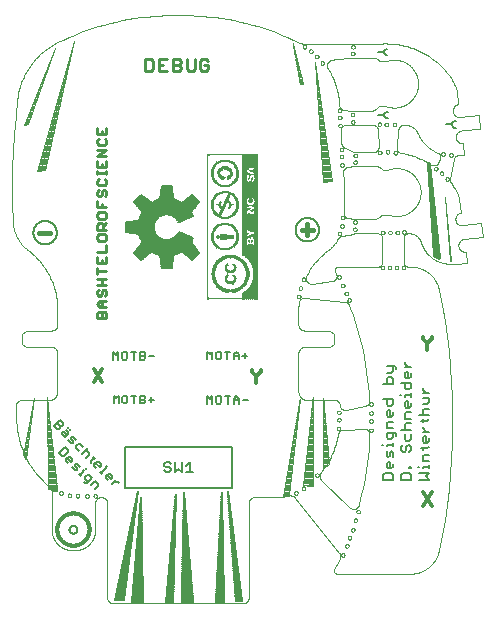
<source format=gto>
G75*
%MOIN*%
%OFA0B0*%
%FSLAX25Y25*%
%IPPOS*%
%LPD*%
%AMOC8*
5,1,8,0,0,1.08239X$1,22.5*
%
%ADD10C,0.00197*%
%ADD11C,0.01000*%
%ADD12C,0.00700*%
%ADD13C,0.00800*%
%ADD14C,0.01200*%
%ADD15C,0.00394*%
%ADD16C,0.00591*%
%ADD17C,0.00000*%
%ADD18C,0.00709*%
%ADD19C,0.01500*%
%ADD20C,0.00787*%
%ADD21C,0.00900*%
%ADD22R,0.00100X0.48400*%
%ADD23R,0.00100X0.32400*%
%ADD24R,0.00100X0.07100*%
%ADD25R,0.00100X0.07800*%
%ADD26R,0.00100X0.18200*%
%ADD27R,0.00100X0.01500*%
%ADD28R,0.00100X0.06400*%
%ADD29R,0.00100X0.00900*%
%ADD30R,0.00100X0.06300*%
%ADD31R,0.00100X0.00500*%
%ADD32R,0.00100X0.01200*%
%ADD33R,0.00100X0.04300*%
%ADD34R,0.00100X0.00800*%
%ADD35R,0.00100X0.05900*%
%ADD36R,0.00100X0.00300*%
%ADD37R,0.00100X0.05800*%
%ADD38R,0.00100X0.00200*%
%ADD39R,0.00100X0.04400*%
%ADD40R,0.00100X0.07300*%
%ADD41R,0.00100X0.08700*%
%ADD42R,0.00100X0.01000*%
%ADD43R,0.00100X0.00700*%
%ADD44R,0.00100X0.00600*%
%ADD45R,0.00100X0.05600*%
%ADD46R,0.00100X0.00100*%
%ADD47R,0.00100X0.06700*%
%ADD48R,0.00100X0.08100*%
%ADD49R,0.00100X0.05400*%
%ADD50R,0.00100X0.04500*%
%ADD51R,0.00100X0.06100*%
%ADD52R,0.00100X0.07500*%
%ADD53R,0.00100X0.00400*%
%ADD54R,0.00100X0.05300*%
%ADD55R,0.00100X0.05700*%
%ADD56R,0.00100X0.07200*%
%ADD57R,0.00100X0.05200*%
%ADD58R,0.00100X0.04600*%
%ADD59R,0.00100X0.07000*%
%ADD60R,0.00100X0.06500*%
%ADD61R,0.00100X0.04900*%
%ADD62R,0.00100X0.07900*%
%ADD63R,0.00100X0.04700*%
%ADD64R,0.00100X0.04800*%
%ADD65R,0.00100X0.06200*%
%ADD66R,0.00100X0.07600*%
%ADD67R,0.00100X0.06000*%
%ADD68R,0.00100X0.07400*%
%ADD69R,0.00100X0.01100*%
%ADD70R,0.00100X0.04200*%
%ADD71R,0.00100X0.05500*%
%ADD72R,0.00100X0.01300*%
%ADD73R,0.00100X0.04000*%
%ADD74R,0.00100X0.01700*%
%ADD75R,0.00100X0.03900*%
%ADD76R,0.00100X0.02000*%
%ADD77R,0.00100X0.03700*%
%ADD78R,0.00100X0.03200*%
%ADD79R,0.00100X0.05000*%
%ADD80R,0.00100X0.03800*%
%ADD81R,0.00100X0.05100*%
%ADD82R,0.00100X0.03600*%
%ADD83R,0.00100X0.04100*%
%ADD84R,0.00100X0.03400*%
%ADD85R,0.00100X0.03300*%
%ADD86R,0.00100X0.03100*%
%ADD87R,0.00100X0.01400*%
%ADD88R,0.00100X0.03000*%
%ADD89R,0.00100X0.01600*%
%ADD90R,0.00100X0.02900*%
%ADD91R,0.00100X0.02700*%
%ADD92R,0.00100X0.34400*%
%ADD93R,0.00100X0.02800*%
%ADD94R,0.00100X0.02400*%
%ADD95R,0.00100X0.02500*%
%ADD96R,0.00100X0.02100*%
%ADD97R,0.00100X0.34300*%
%ADD98R,0.00100X0.02600*%
%ADD99R,0.00100X0.01800*%
%ADD100R,0.00100X0.01900*%
%ADD101R,0.00100X0.34200*%
%ADD102R,0.00100X0.34100*%
%ADD103R,0.00100X0.34000*%
%ADD104R,0.00100X0.02300*%
%ADD105R,0.00100X0.33900*%
%ADD106R,0.00100X0.02200*%
%ADD107R,0.00100X0.33800*%
%ADD108R,0.00100X0.33700*%
%ADD109R,0.00100X0.03500*%
%ADD110R,0.00100X0.06900*%
%ADD111R,0.00100X0.06600*%
%ADD112R,0.00100X0.46600*%
D10*
X0028953Y0029365D02*
X0029740Y0029365D01*
X0029906Y0029367D01*
X0030073Y0029373D01*
X0030239Y0029383D01*
X0030405Y0029397D01*
X0030570Y0029415D01*
X0030736Y0029437D01*
X0030900Y0029463D01*
X0031064Y0029493D01*
X0031227Y0029527D01*
X0031389Y0029565D01*
X0031550Y0029607D01*
X0031710Y0029653D01*
X0031869Y0029702D01*
X0032027Y0029756D01*
X0032183Y0029813D01*
X0032338Y0029874D01*
X0032492Y0029938D01*
X0032643Y0030007D01*
X0032794Y0030079D01*
X0032942Y0030154D01*
X0033088Y0030233D01*
X0033233Y0030316D01*
X0033375Y0030402D01*
X0033516Y0030492D01*
X0033654Y0030585D01*
X0033790Y0030681D01*
X0033923Y0030780D01*
X0034054Y0030883D01*
X0034183Y0030989D01*
X0034309Y0031098D01*
X0034432Y0031210D01*
X0034553Y0031325D01*
X0034670Y0031442D01*
X0034785Y0031563D01*
X0034897Y0031686D01*
X0035006Y0031812D01*
X0035112Y0031941D01*
X0035215Y0032072D01*
X0035314Y0032205D01*
X0035410Y0032341D01*
X0035503Y0032479D01*
X0035593Y0032620D01*
X0035679Y0032762D01*
X0035762Y0032907D01*
X0035841Y0033053D01*
X0035916Y0033201D01*
X0035988Y0033352D01*
X0036057Y0033503D01*
X0036121Y0033657D01*
X0036182Y0033812D01*
X0036239Y0033968D01*
X0036293Y0034126D01*
X0036342Y0034285D01*
X0036388Y0034445D01*
X0036430Y0034606D01*
X0036468Y0034768D01*
X0036502Y0034931D01*
X0036532Y0035095D01*
X0036558Y0035259D01*
X0036580Y0035425D01*
X0036598Y0035590D01*
X0036612Y0035756D01*
X0036622Y0035922D01*
X0036628Y0036089D01*
X0036630Y0036255D01*
X0036630Y0045113D01*
X0038598Y0047082D02*
X0038684Y0047080D01*
X0038770Y0047075D01*
X0038855Y0047065D01*
X0038940Y0047052D01*
X0039024Y0047035D01*
X0039108Y0047015D01*
X0039190Y0046991D01*
X0039271Y0046963D01*
X0039352Y0046932D01*
X0039430Y0046898D01*
X0039507Y0046860D01*
X0039583Y0046818D01*
X0039656Y0046774D01*
X0039727Y0046726D01*
X0039797Y0046675D01*
X0039864Y0046621D01*
X0039928Y0046565D01*
X0039990Y0046505D01*
X0040050Y0046443D01*
X0040106Y0046379D01*
X0040160Y0046312D01*
X0040211Y0046242D01*
X0040259Y0046171D01*
X0040303Y0046098D01*
X0040345Y0046022D01*
X0040383Y0045945D01*
X0040417Y0045867D01*
X0040448Y0045786D01*
X0040476Y0045705D01*
X0040500Y0045623D01*
X0040520Y0045539D01*
X0040537Y0045455D01*
X0040550Y0045370D01*
X0040560Y0045285D01*
X0040565Y0045199D01*
X0040567Y0045113D01*
X0040567Y0013617D01*
X0040566Y0013617D02*
X0040568Y0013531D01*
X0040573Y0013445D01*
X0040583Y0013360D01*
X0040596Y0013275D01*
X0040613Y0013191D01*
X0040633Y0013107D01*
X0040657Y0013025D01*
X0040685Y0012944D01*
X0040716Y0012863D01*
X0040750Y0012785D01*
X0040788Y0012708D01*
X0040830Y0012633D01*
X0040874Y0012559D01*
X0040922Y0012488D01*
X0040973Y0012418D01*
X0041027Y0012351D01*
X0041083Y0012287D01*
X0041143Y0012225D01*
X0041205Y0012165D01*
X0041269Y0012109D01*
X0041336Y0012055D01*
X0041406Y0012004D01*
X0041477Y0011956D01*
X0041551Y0011912D01*
X0041626Y0011870D01*
X0041703Y0011832D01*
X0041781Y0011798D01*
X0041862Y0011767D01*
X0041943Y0011739D01*
X0042025Y0011715D01*
X0042109Y0011695D01*
X0042193Y0011678D01*
X0042278Y0011665D01*
X0042363Y0011655D01*
X0042449Y0011650D01*
X0042535Y0011648D01*
X0085843Y0011648D01*
X0085929Y0011650D01*
X0086015Y0011655D01*
X0086100Y0011665D01*
X0086185Y0011678D01*
X0086269Y0011695D01*
X0086353Y0011715D01*
X0086435Y0011739D01*
X0086516Y0011767D01*
X0086597Y0011798D01*
X0086675Y0011832D01*
X0086752Y0011870D01*
X0086828Y0011912D01*
X0086901Y0011956D01*
X0086972Y0012004D01*
X0087042Y0012055D01*
X0087109Y0012109D01*
X0087173Y0012165D01*
X0087235Y0012225D01*
X0087295Y0012287D01*
X0087351Y0012351D01*
X0087405Y0012418D01*
X0087456Y0012488D01*
X0087504Y0012559D01*
X0087548Y0012632D01*
X0087590Y0012708D01*
X0087628Y0012785D01*
X0087662Y0012863D01*
X0087693Y0012944D01*
X0087721Y0013025D01*
X0087745Y0013107D01*
X0087765Y0013191D01*
X0087782Y0013275D01*
X0087795Y0013360D01*
X0087805Y0013445D01*
X0087810Y0013531D01*
X0087812Y0013617D01*
X0087811Y0013617D02*
X0087811Y0045113D01*
X0087813Y0045199D01*
X0087818Y0045285D01*
X0087828Y0045370D01*
X0087841Y0045455D01*
X0087858Y0045539D01*
X0087878Y0045623D01*
X0087902Y0045705D01*
X0087930Y0045786D01*
X0087961Y0045867D01*
X0087995Y0045945D01*
X0088033Y0046022D01*
X0088075Y0046098D01*
X0088119Y0046171D01*
X0088167Y0046242D01*
X0088218Y0046312D01*
X0088272Y0046379D01*
X0088328Y0046443D01*
X0088388Y0046505D01*
X0088450Y0046565D01*
X0088514Y0046621D01*
X0088581Y0046675D01*
X0088651Y0046726D01*
X0088722Y0046774D01*
X0088796Y0046818D01*
X0088871Y0046860D01*
X0088948Y0046898D01*
X0089026Y0046932D01*
X0089107Y0046963D01*
X0089188Y0046991D01*
X0089270Y0047015D01*
X0089354Y0047035D01*
X0089438Y0047052D01*
X0089523Y0047065D01*
X0089608Y0047075D01*
X0089694Y0047080D01*
X0089780Y0047082D01*
X0089780Y0047081D02*
X0097260Y0047081D01*
X0100803Y0047475D02*
X0101156Y0047563D01*
X0101155Y0047563D02*
X0101240Y0047582D01*
X0101324Y0047598D01*
X0101410Y0047609D01*
X0101496Y0047617D01*
X0101582Y0047621D01*
X0101668Y0047622D01*
X0101754Y0047618D01*
X0101840Y0047611D01*
X0101926Y0047600D01*
X0102011Y0047585D01*
X0102095Y0047567D01*
X0102178Y0047545D01*
X0102260Y0047519D01*
X0102342Y0047490D01*
X0102421Y0047457D01*
X0102500Y0047421D01*
X0102576Y0047381D01*
X0102651Y0047338D01*
X0102724Y0047292D01*
X0102794Y0047243D01*
X0102863Y0047191D01*
X0102929Y0047135D01*
X0102993Y0047077D01*
X0103054Y0047016D01*
X0103112Y0046953D01*
X0103168Y0046887D01*
X0103167Y0046887D02*
X0117875Y0028592D01*
X0117925Y0028528D01*
X0117971Y0028462D01*
X0118014Y0028393D01*
X0118054Y0028323D01*
X0118091Y0028251D01*
X0118124Y0028177D01*
X0118154Y0028102D01*
X0118180Y0028025D01*
X0118203Y0027947D01*
X0118223Y0027869D01*
X0118238Y0027789D01*
X0118250Y0027709D01*
X0118258Y0027629D01*
X0118263Y0027548D01*
X0118264Y0027467D01*
X0118261Y0027386D01*
X0118254Y0027305D01*
X0118244Y0027225D01*
X0118230Y0027145D01*
X0118212Y0027066D01*
X0118191Y0026988D01*
X0118166Y0026911D01*
X0118138Y0026835D01*
X0117732Y0025822D01*
X0116354Y0023066D01*
X0116354Y0023065D02*
X0116323Y0023010D01*
X0116295Y0022952D01*
X0116270Y0022894D01*
X0116249Y0022833D01*
X0116232Y0022772D01*
X0116219Y0022709D01*
X0116209Y0022646D01*
X0116204Y0022583D01*
X0116202Y0022519D01*
X0116204Y0022455D01*
X0116210Y0022391D01*
X0116221Y0022328D01*
X0116235Y0022266D01*
X0116252Y0022205D01*
X0116274Y0022145D01*
X0116299Y0022086D01*
X0116328Y0022029D01*
X0116360Y0021974D01*
X0116395Y0021921D01*
X0116434Y0021870D01*
X0116476Y0021822D01*
X0116520Y0021776D01*
X0116568Y0021733D01*
X0116617Y0021693D01*
X0116670Y0021657D01*
X0116724Y0021623D01*
X0116780Y0021593D01*
X0116839Y0021567D01*
X0116898Y0021544D01*
X0116959Y0021525D01*
X0117021Y0021509D01*
X0117084Y0021498D01*
X0117147Y0021490D01*
X0117211Y0021486D01*
X0117275Y0021487D01*
X0117338Y0021491D01*
X0117339Y0021491D02*
X0141354Y0021491D01*
X0141594Y0021491D01*
X0141833Y0021496D01*
X0142072Y0021507D01*
X0142311Y0021524D01*
X0142550Y0021547D01*
X0142788Y0021575D01*
X0143025Y0021609D01*
X0143261Y0021649D01*
X0143497Y0021695D01*
X0143731Y0021746D01*
X0143963Y0021803D01*
X0144195Y0021866D01*
X0144424Y0021934D01*
X0144652Y0022007D01*
X0144879Y0022086D01*
X0145103Y0022171D01*
X0145325Y0022261D01*
X0145545Y0022356D01*
X0145762Y0022457D01*
X0145977Y0022563D01*
X0146190Y0022674D01*
X0146399Y0022790D01*
X0146606Y0022911D01*
X0146810Y0023037D01*
X0147010Y0023168D01*
X0147208Y0023303D01*
X0147402Y0023444D01*
X0147593Y0023589D01*
X0147780Y0023739D01*
X0147963Y0023893D01*
X0148143Y0024051D01*
X0148319Y0024214D01*
X0148490Y0024381D01*
X0148658Y0024552D01*
X0148822Y0024728D01*
X0148981Y0024907D01*
X0149136Y0025090D01*
X0149286Y0025276D01*
X0149432Y0025466D01*
X0149573Y0025660D01*
X0149710Y0025857D01*
X0149842Y0026057D01*
X0149968Y0026260D01*
X0150090Y0026466D01*
X0150207Y0026676D01*
X0150319Y0026888D01*
X0150426Y0027102D01*
X0150527Y0027319D01*
X0150623Y0027539D01*
X0150714Y0027760D01*
X0150799Y0027984D01*
X0150879Y0028210D01*
X0150954Y0028438D01*
X0151023Y0028667D01*
X0151086Y0028898D01*
X0151144Y0029131D01*
X0151196Y0029365D01*
X0124425Y0044326D02*
X0124401Y0044249D01*
X0124374Y0044173D01*
X0124343Y0044099D01*
X0124308Y0044026D01*
X0124270Y0043955D01*
X0124229Y0043886D01*
X0124185Y0043819D01*
X0124138Y0043754D01*
X0124087Y0043691D01*
X0124034Y0043631D01*
X0123978Y0043573D01*
X0123919Y0043518D01*
X0123858Y0043466D01*
X0123795Y0043417D01*
X0123729Y0043370D01*
X0123661Y0043327D01*
X0123591Y0043287D01*
X0123519Y0043251D01*
X0123446Y0043218D01*
X0123371Y0043188D01*
X0123295Y0043162D01*
X0123218Y0043139D01*
X0123140Y0043120D01*
X0123061Y0043105D01*
X0122981Y0043093D01*
X0122901Y0043086D01*
X0122821Y0043082D01*
X0122741Y0043081D01*
X0122660Y0043085D01*
X0122580Y0043092D01*
X0122501Y0043103D01*
X0122421Y0043118D01*
X0122343Y0043136D01*
X0122266Y0043158D01*
X0122190Y0043184D01*
X0122115Y0043213D01*
X0122041Y0043246D01*
X0121969Y0043282D01*
X0121899Y0043321D01*
X0121831Y0043364D01*
X0121765Y0043410D01*
X0121701Y0043459D01*
X0121639Y0043510D01*
X0121580Y0043565D01*
X0112015Y0052840D01*
X0111952Y0052893D01*
X0111892Y0052949D01*
X0111835Y0053009D01*
X0111780Y0053070D01*
X0111728Y0053135D01*
X0111680Y0053201D01*
X0111635Y0053270D01*
X0111593Y0053341D01*
X0111554Y0053414D01*
X0111519Y0053488D01*
X0111488Y0053565D01*
X0111460Y0053642D01*
X0111436Y0053721D01*
X0111416Y0053801D01*
X0111399Y0053881D01*
X0111387Y0053963D01*
X0111378Y0054045D01*
X0111373Y0054127D01*
X0111372Y0054209D01*
X0111375Y0054292D01*
X0111382Y0054374D01*
X0111393Y0054455D01*
X0111407Y0054537D01*
X0111426Y0054617D01*
X0111448Y0054696D01*
X0111474Y0054774D01*
X0111504Y0054851D01*
X0111537Y0054927D01*
X0111574Y0055000D01*
X0111614Y0055072D01*
X0111658Y0055142D01*
X0111705Y0055210D01*
X0111827Y0055349D01*
X0117535Y0067948D02*
X0117623Y0068299D01*
X0117645Y0068376D01*
X0117669Y0068452D01*
X0117698Y0068527D01*
X0117730Y0068601D01*
X0117766Y0068673D01*
X0117804Y0068743D01*
X0117847Y0068811D01*
X0117892Y0068877D01*
X0117941Y0068941D01*
X0117992Y0069002D01*
X0118046Y0069061D01*
X0118104Y0069117D01*
X0118163Y0069171D01*
X0118225Y0069221D01*
X0118290Y0069269D01*
X0118357Y0069313D01*
X0118425Y0069354D01*
X0118496Y0069392D01*
X0118568Y0069426D01*
X0118642Y0069457D01*
X0118718Y0069485D01*
X0118794Y0069509D01*
X0118872Y0069529D01*
X0118950Y0069545D01*
X0119029Y0069558D01*
X0119109Y0069567D01*
X0119189Y0069572D01*
X0126395Y0069855D01*
X0126476Y0069847D01*
X0126556Y0069835D01*
X0126636Y0069819D01*
X0126715Y0069800D01*
X0126793Y0069777D01*
X0126869Y0069750D01*
X0126945Y0069719D01*
X0127018Y0069685D01*
X0127090Y0069648D01*
X0127161Y0069607D01*
X0127229Y0069563D01*
X0127295Y0069516D01*
X0127359Y0069465D01*
X0127420Y0069412D01*
X0127479Y0069356D01*
X0127535Y0069297D01*
X0127588Y0069236D01*
X0127638Y0069172D01*
X0127685Y0069106D01*
X0127729Y0069038D01*
X0127770Y0068967D01*
X0127807Y0068895D01*
X0127841Y0068821D01*
X0127871Y0068746D01*
X0127898Y0068669D01*
X0127921Y0068591D01*
X0127940Y0068512D01*
X0127956Y0068433D01*
X0127967Y0068352D01*
X0127975Y0068272D01*
X0127979Y0068190D01*
X0127980Y0068109D01*
X0127976Y0068028D01*
X0127969Y0067947D01*
X0127976Y0068028D01*
X0127980Y0068109D01*
X0127979Y0068190D01*
X0127975Y0068272D01*
X0127967Y0068352D01*
X0127956Y0068433D01*
X0127940Y0068512D01*
X0127921Y0068591D01*
X0127898Y0068669D01*
X0127871Y0068746D01*
X0127841Y0068821D01*
X0127807Y0068895D01*
X0127770Y0068967D01*
X0127729Y0069038D01*
X0127685Y0069106D01*
X0127638Y0069172D01*
X0127588Y0069236D01*
X0127535Y0069297D01*
X0127479Y0069356D01*
X0127420Y0069412D01*
X0127359Y0069465D01*
X0127295Y0069516D01*
X0127229Y0069563D01*
X0127161Y0069607D01*
X0127090Y0069648D01*
X0127018Y0069685D01*
X0126945Y0069719D01*
X0126869Y0069750D01*
X0126793Y0069777D01*
X0126715Y0069800D01*
X0126636Y0069819D01*
X0126556Y0069835D01*
X0126476Y0069847D01*
X0126395Y0069855D01*
X0126476Y0069847D01*
X0126556Y0069835D01*
X0126636Y0069819D01*
X0126715Y0069800D01*
X0126793Y0069777D01*
X0126869Y0069750D01*
X0126945Y0069719D01*
X0127018Y0069685D01*
X0127090Y0069648D01*
X0127161Y0069607D01*
X0127229Y0069563D01*
X0127295Y0069516D01*
X0127359Y0069465D01*
X0127420Y0069412D01*
X0127479Y0069356D01*
X0127535Y0069297D01*
X0127588Y0069236D01*
X0127638Y0069172D01*
X0127685Y0069106D01*
X0127729Y0069038D01*
X0127770Y0068967D01*
X0127807Y0068895D01*
X0127841Y0068821D01*
X0127871Y0068746D01*
X0127898Y0068669D01*
X0127921Y0068591D01*
X0127940Y0068512D01*
X0127956Y0068433D01*
X0127967Y0068352D01*
X0127975Y0068272D01*
X0127979Y0068190D01*
X0127980Y0068109D01*
X0127976Y0068028D01*
X0127969Y0067947D01*
X0126626Y0077521D02*
X0120056Y0076208D01*
X0120057Y0076207D02*
X0119978Y0076194D01*
X0119900Y0076184D01*
X0119821Y0076178D01*
X0119742Y0076176D01*
X0119662Y0076178D01*
X0119583Y0076184D01*
X0119505Y0076193D01*
X0119426Y0076207D01*
X0119349Y0076224D01*
X0119273Y0076245D01*
X0119197Y0076270D01*
X0119123Y0076298D01*
X0119051Y0076330D01*
X0118980Y0076366D01*
X0118911Y0076405D01*
X0118844Y0076447D01*
X0118779Y0076493D01*
X0118717Y0076542D01*
X0118657Y0076594D01*
X0118599Y0076648D01*
X0118545Y0076706D01*
X0118493Y0076766D01*
X0118444Y0076828D01*
X0118398Y0076893D01*
X0118356Y0076960D01*
X0118317Y0077029D01*
X0118281Y0077100D01*
X0118249Y0077172D01*
X0118220Y0077246D01*
X0118196Y0077321D01*
X0118174Y0077398D01*
X0118157Y0077475D01*
X0118143Y0077553D01*
X0118134Y0077632D01*
X0118128Y0077711D01*
X0118126Y0077790D01*
X0118123Y0077869D01*
X0118116Y0077947D01*
X0118105Y0078025D01*
X0118090Y0078102D01*
X0118072Y0078178D01*
X0118050Y0078253D01*
X0118024Y0078327D01*
X0117995Y0078400D01*
X0117962Y0078471D01*
X0117926Y0078541D01*
X0117886Y0078609D01*
X0117843Y0078674D01*
X0117797Y0078738D01*
X0117748Y0078799D01*
X0117695Y0078858D01*
X0117640Y0078914D01*
X0117583Y0078967D01*
X0117523Y0079017D01*
X0117460Y0079065D01*
X0117395Y0079109D01*
X0117328Y0079150D01*
X0117259Y0079187D01*
X0117189Y0079222D01*
X0117116Y0079252D01*
X0117043Y0079280D01*
X0116968Y0079303D01*
X0116892Y0079323D01*
X0116815Y0079339D01*
X0116738Y0079351D01*
X0116660Y0079359D01*
X0116581Y0079364D01*
X0116503Y0079365D01*
X0107567Y0079365D01*
X0107459Y0079360D01*
X0107351Y0079359D01*
X0107243Y0079362D01*
X0107135Y0079368D01*
X0107027Y0079378D01*
X0106920Y0079393D01*
X0106813Y0079411D01*
X0106707Y0079432D01*
X0106602Y0079458D01*
X0106498Y0079487D01*
X0106395Y0079520D01*
X0106293Y0079557D01*
X0106193Y0079597D01*
X0106094Y0079641D01*
X0105996Y0079688D01*
X0105901Y0079739D01*
X0105807Y0079793D01*
X0105716Y0079851D01*
X0105626Y0079911D01*
X0105539Y0079975D01*
X0105454Y0080042D01*
X0105371Y0080112D01*
X0105291Y0080185D01*
X0105214Y0080260D01*
X0105139Y0080339D01*
X0105067Y0080419D01*
X0104999Y0080503D01*
X0104933Y0080589D01*
X0104870Y0080677D01*
X0104811Y0080767D01*
X0104754Y0080860D01*
X0104701Y0080954D01*
X0104652Y0081050D01*
X0104606Y0081148D01*
X0104563Y0081247D01*
X0104524Y0081348D01*
X0104489Y0081451D01*
X0104457Y0081554D01*
X0104429Y0081658D01*
X0104405Y0081764D01*
X0104385Y0081870D01*
X0104368Y0081977D01*
X0104355Y0082084D01*
X0104346Y0082192D01*
X0104346Y0095113D01*
X0104348Y0095199D01*
X0104353Y0095285D01*
X0104363Y0095370D01*
X0104376Y0095455D01*
X0104393Y0095539D01*
X0104413Y0095623D01*
X0104437Y0095705D01*
X0104465Y0095786D01*
X0104496Y0095867D01*
X0104530Y0095945D01*
X0104568Y0096022D01*
X0104610Y0096098D01*
X0104654Y0096171D01*
X0104702Y0096242D01*
X0104753Y0096312D01*
X0104807Y0096379D01*
X0104863Y0096443D01*
X0104923Y0096505D01*
X0104985Y0096565D01*
X0105049Y0096621D01*
X0105116Y0096675D01*
X0105186Y0096726D01*
X0105257Y0096774D01*
X0105331Y0096818D01*
X0105406Y0096860D01*
X0105483Y0096898D01*
X0105561Y0096932D01*
X0105642Y0096963D01*
X0105723Y0096991D01*
X0105805Y0097015D01*
X0105889Y0097035D01*
X0105973Y0097052D01*
X0106058Y0097065D01*
X0106143Y0097075D01*
X0106229Y0097080D01*
X0106315Y0097082D01*
X0106315Y0097081D02*
X0114976Y0097081D01*
X0116157Y0098262D01*
X0116157Y0101412D01*
X0114976Y0102593D01*
X0106315Y0102593D01*
X0106229Y0102595D01*
X0106143Y0102600D01*
X0106058Y0102610D01*
X0105973Y0102623D01*
X0105889Y0102640D01*
X0105805Y0102660D01*
X0105723Y0102684D01*
X0105642Y0102712D01*
X0105561Y0102743D01*
X0105483Y0102777D01*
X0105406Y0102815D01*
X0105331Y0102857D01*
X0105257Y0102901D01*
X0105186Y0102949D01*
X0105116Y0103000D01*
X0105049Y0103054D01*
X0104985Y0103110D01*
X0104923Y0103170D01*
X0104863Y0103232D01*
X0104807Y0103296D01*
X0104753Y0103363D01*
X0104702Y0103433D01*
X0104654Y0103504D01*
X0104610Y0103578D01*
X0104568Y0103653D01*
X0104530Y0103730D01*
X0104496Y0103808D01*
X0104465Y0103889D01*
X0104437Y0103970D01*
X0104413Y0104052D01*
X0104393Y0104136D01*
X0104376Y0104220D01*
X0104363Y0104305D01*
X0104353Y0104390D01*
X0104348Y0104476D01*
X0104346Y0104562D01*
X0104346Y0109680D01*
X0104543Y0112042D02*
X0104554Y0112120D01*
X0104570Y0112197D01*
X0104589Y0112274D01*
X0104611Y0112349D01*
X0104638Y0112423D01*
X0104668Y0112496D01*
X0104701Y0112567D01*
X0104738Y0112637D01*
X0104778Y0112704D01*
X0104821Y0112770D01*
X0104868Y0112834D01*
X0104917Y0112895D01*
X0104969Y0112954D01*
X0105024Y0113010D01*
X0105082Y0113063D01*
X0105142Y0113114D01*
X0105205Y0113161D01*
X0105270Y0113206D01*
X0105337Y0113247D01*
X0105405Y0113285D01*
X0105476Y0113320D01*
X0105548Y0113352D01*
X0105622Y0113379D01*
X0105697Y0113404D01*
X0105773Y0113424D01*
X0105849Y0113441D01*
X0105927Y0113454D01*
X0106005Y0113464D01*
X0106084Y0113469D01*
X0106162Y0113471D01*
X0106241Y0113469D01*
X0106319Y0113463D01*
X0106320Y0113463D02*
X0119864Y0112141D01*
X0119863Y0112141D02*
X0119943Y0112131D01*
X0120021Y0112118D01*
X0120100Y0112101D01*
X0120177Y0112080D01*
X0120253Y0112056D01*
X0120328Y0112028D01*
X0120401Y0111996D01*
X0120473Y0111961D01*
X0120543Y0111923D01*
X0120611Y0111881D01*
X0120677Y0111836D01*
X0120741Y0111788D01*
X0120803Y0111737D01*
X0120862Y0111683D01*
X0120918Y0111627D01*
X0120972Y0111567D01*
X0121023Y0111506D01*
X0121071Y0111442D01*
X0121116Y0111376D01*
X0121157Y0111307D01*
X0121195Y0111237D01*
X0121230Y0111165D01*
X0121262Y0111092D01*
X0121669Y0110073D01*
X0104544Y0112042D02*
X0104501Y0111808D01*
X0104463Y0111574D01*
X0104430Y0111339D01*
X0104402Y0111103D01*
X0104380Y0110866D01*
X0104363Y0110629D01*
X0104351Y0110392D01*
X0104345Y0110155D01*
X0104343Y0109917D01*
X0104347Y0109680D01*
X0108874Y0118193D02*
X0115559Y0119131D01*
X0115559Y0119132D02*
X0115638Y0119140D01*
X0115718Y0119152D01*
X0115796Y0119168D01*
X0115874Y0119188D01*
X0115950Y0119212D01*
X0116026Y0119239D01*
X0116100Y0119269D01*
X0116172Y0119304D01*
X0116243Y0119341D01*
X0116312Y0119382D01*
X0116378Y0119426D01*
X0116443Y0119474D01*
X0116505Y0119524D01*
X0116565Y0119577D01*
X0116622Y0119634D01*
X0116677Y0119692D01*
X0116728Y0119754D01*
X0116777Y0119817D01*
X0116822Y0119883D01*
X0116864Y0119952D01*
X0116903Y0120022D01*
X0116939Y0120093D01*
X0116971Y0120167D01*
X0116999Y0120242D01*
X0117024Y0120318D01*
X0117046Y0120395D01*
X0117063Y0120473D01*
X0117077Y0120552D01*
X0117087Y0120632D01*
X0117093Y0120712D01*
X0117095Y0120792D01*
X0117093Y0120872D01*
X0117088Y0120952D01*
X0117079Y0121031D01*
X0117066Y0121110D01*
X0117049Y0121189D01*
X0117028Y0121266D01*
X0117004Y0121342D01*
X0116976Y0121418D01*
X0116945Y0121491D01*
X0116551Y0122278D01*
X0116521Y0122334D01*
X0116495Y0122391D01*
X0116472Y0122450D01*
X0116453Y0122510D01*
X0116437Y0122571D01*
X0116425Y0122633D01*
X0116417Y0122695D01*
X0116412Y0122758D01*
X0116411Y0122821D01*
X0116414Y0122884D01*
X0116421Y0122947D01*
X0116431Y0123009D01*
X0116445Y0123070D01*
X0116463Y0123131D01*
X0116484Y0123190D01*
X0116509Y0123248D01*
X0116537Y0123305D01*
X0116569Y0123359D01*
X0116603Y0123412D01*
X0116641Y0123462D01*
X0116682Y0123511D01*
X0116725Y0123556D01*
X0116772Y0123599D01*
X0116820Y0123639D01*
X0116871Y0123676D01*
X0116924Y0123710D01*
X0116979Y0123741D01*
X0117036Y0123769D01*
X0117094Y0123793D01*
X0117154Y0123813D01*
X0117215Y0123830D01*
X0117276Y0123843D01*
X0117338Y0123853D01*
X0117339Y0123853D02*
X0130724Y0123853D01*
X0130801Y0123855D01*
X0130878Y0123861D01*
X0130955Y0123870D01*
X0131031Y0123883D01*
X0131107Y0123900D01*
X0131181Y0123921D01*
X0131255Y0123945D01*
X0131327Y0123973D01*
X0131397Y0124004D01*
X0131466Y0124039D01*
X0131534Y0124077D01*
X0131599Y0124118D01*
X0131662Y0124163D01*
X0131723Y0124211D01*
X0131782Y0124261D01*
X0131838Y0124314D01*
X0131891Y0124370D01*
X0131941Y0124429D01*
X0131989Y0124490D01*
X0132034Y0124553D01*
X0132075Y0124618D01*
X0132113Y0124686D01*
X0132148Y0124755D01*
X0132179Y0124825D01*
X0132207Y0124897D01*
X0132231Y0124971D01*
X0132252Y0125045D01*
X0132269Y0125121D01*
X0132282Y0125197D01*
X0132291Y0125274D01*
X0132297Y0125351D01*
X0132299Y0125428D01*
X0132299Y0133400D01*
X0132297Y0133477D01*
X0132291Y0133554D01*
X0132282Y0133631D01*
X0132269Y0133707D01*
X0132252Y0133783D01*
X0132231Y0133857D01*
X0132207Y0133931D01*
X0132179Y0134003D01*
X0132148Y0134073D01*
X0132113Y0134142D01*
X0132075Y0134210D01*
X0132034Y0134275D01*
X0131989Y0134338D01*
X0131941Y0134399D01*
X0131891Y0134458D01*
X0131838Y0134514D01*
X0131782Y0134567D01*
X0131723Y0134617D01*
X0131662Y0134665D01*
X0131599Y0134710D01*
X0131534Y0134751D01*
X0131466Y0134789D01*
X0131397Y0134824D01*
X0131327Y0134855D01*
X0131255Y0134883D01*
X0131181Y0134907D01*
X0131107Y0134928D01*
X0131031Y0134945D01*
X0130955Y0134958D01*
X0130878Y0134967D01*
X0130801Y0134973D01*
X0130724Y0134975D01*
X0123047Y0134975D01*
X0122779Y0134926D02*
X0118800Y0134143D01*
X0117637Y0133308D02*
X0117240Y0132613D01*
X0117637Y0133307D02*
X0117679Y0133378D01*
X0117725Y0133446D01*
X0117774Y0133512D01*
X0117826Y0133575D01*
X0117881Y0133636D01*
X0117938Y0133694D01*
X0117999Y0133750D01*
X0118062Y0133802D01*
X0118127Y0133852D01*
X0118195Y0133898D01*
X0118265Y0133941D01*
X0118337Y0133980D01*
X0118410Y0134016D01*
X0118486Y0134049D01*
X0118562Y0134078D01*
X0118640Y0134103D01*
X0118719Y0134125D01*
X0118799Y0134143D01*
X0122779Y0134926D02*
X0122845Y0134943D01*
X0122912Y0134957D01*
X0122979Y0134968D01*
X0123047Y0134975D01*
X0123082Y0139680D02*
X0129228Y0139680D01*
X0131984Y0141255D02*
X0134346Y0141255D01*
X0131984Y0141255D02*
X0131922Y0141159D01*
X0131856Y0141066D01*
X0131788Y0140975D01*
X0131716Y0140886D01*
X0131642Y0140800D01*
X0131564Y0140716D01*
X0131484Y0140635D01*
X0131401Y0140557D01*
X0131316Y0140482D01*
X0131228Y0140409D01*
X0131137Y0140340D01*
X0131045Y0140274D01*
X0130950Y0140211D01*
X0130853Y0140151D01*
X0130754Y0140094D01*
X0130653Y0140041D01*
X0130550Y0139991D01*
X0130446Y0139945D01*
X0130341Y0139903D01*
X0130234Y0139863D01*
X0130125Y0139828D01*
X0130016Y0139796D01*
X0129905Y0139768D01*
X0129794Y0139744D01*
X0129682Y0139724D01*
X0129569Y0139707D01*
X0129456Y0139694D01*
X0129342Y0139685D01*
X0129228Y0139680D01*
X0139385Y0161647D02*
X0140006Y0161514D01*
X0140623Y0161366D01*
X0141237Y0161204D01*
X0141847Y0161027D01*
X0142452Y0160836D01*
X0143053Y0160631D01*
X0143649Y0160412D01*
X0144239Y0160179D01*
X0144824Y0159933D01*
X0145403Y0159672D01*
X0145976Y0159399D01*
X0146542Y0159111D01*
X0147101Y0158811D01*
X0147653Y0158498D01*
X0147654Y0158499D02*
X0148584Y0157879D01*
X0148583Y0157879D02*
X0148648Y0157837D01*
X0148715Y0157800D01*
X0148784Y0157765D01*
X0148854Y0157734D01*
X0148926Y0157706D01*
X0148999Y0157682D01*
X0149073Y0157662D01*
X0149148Y0157645D01*
X0149224Y0157631D01*
X0149300Y0157622D01*
X0149377Y0157616D01*
X0149453Y0157614D01*
X0149530Y0157616D01*
X0149607Y0157621D01*
X0149683Y0157630D01*
X0149759Y0157643D01*
X0149834Y0157660D01*
X0149908Y0157680D01*
X0149981Y0157704D01*
X0150053Y0157731D01*
X0150124Y0157762D01*
X0150192Y0157796D01*
X0150259Y0157834D01*
X0150325Y0157874D01*
X0150388Y0157918D01*
X0150449Y0157965D01*
X0150507Y0158015D01*
X0150563Y0158068D01*
X0150616Y0158123D01*
X0150667Y0158181D01*
X0150715Y0158241D01*
X0150760Y0158304D01*
X0150801Y0158368D01*
X0150840Y0158435D01*
X0151501Y0159646D01*
X0151501Y0159647D02*
X0151536Y0159716D01*
X0151568Y0159786D01*
X0151597Y0159858D01*
X0151621Y0159932D01*
X0151643Y0160006D01*
X0151660Y0160082D01*
X0151674Y0160158D01*
X0151684Y0160235D01*
X0151690Y0160312D01*
X0151693Y0160389D01*
X0151692Y0160467D01*
X0151687Y0160544D01*
X0151678Y0160621D01*
X0151665Y0160697D01*
X0151648Y0160773D01*
X0151628Y0160848D01*
X0151605Y0160921D01*
X0151577Y0160994D01*
X0151546Y0161065D01*
X0151512Y0161134D01*
X0151474Y0161202D01*
X0151433Y0161268D01*
X0151389Y0161331D01*
X0151342Y0161393D01*
X0151291Y0161452D01*
X0151238Y0161508D01*
X0151183Y0161562D01*
X0151124Y0161613D01*
X0151063Y0161661D01*
X0151000Y0161706D01*
X0150935Y0161747D01*
X0150868Y0161786D01*
X0150799Y0161821D01*
X0150728Y0161853D01*
X0150656Y0161881D01*
X0150213Y0162042D01*
X0156093Y0159695D02*
X0154861Y0153226D01*
X0155097Y0152057D02*
X0156315Y0150231D01*
X0155098Y0152057D02*
X0155057Y0152122D01*
X0155019Y0152188D01*
X0154985Y0152257D01*
X0154954Y0152326D01*
X0154926Y0152398D01*
X0154902Y0152470D01*
X0154881Y0152544D01*
X0154864Y0152618D01*
X0154851Y0152693D01*
X0154841Y0152769D01*
X0154835Y0152845D01*
X0154833Y0152922D01*
X0154834Y0152998D01*
X0154840Y0153074D01*
X0154848Y0153150D01*
X0154861Y0153226D01*
X0156093Y0159695D02*
X0156109Y0159771D01*
X0156130Y0159847D01*
X0156154Y0159921D01*
X0156181Y0159994D01*
X0156213Y0160066D01*
X0156248Y0160136D01*
X0156286Y0160204D01*
X0156328Y0160271D01*
X0156372Y0160335D01*
X0156420Y0160397D01*
X0156471Y0160456D01*
X0156525Y0160513D01*
X0156582Y0160567D01*
X0156641Y0160618D01*
X0156703Y0160666D01*
X0156767Y0160711D01*
X0156833Y0160753D01*
X0156901Y0160791D01*
X0156971Y0160826D01*
X0157043Y0160857D01*
X0157116Y0160885D01*
X0157191Y0160909D01*
X0157266Y0160930D01*
X0157342Y0160947D01*
X0157420Y0160960D01*
X0157497Y0160969D01*
X0157497Y0160968D02*
X0158480Y0161058D01*
X0159661Y0161058D01*
X0159196Y0165035D01*
X0159106Y0165027D01*
X0159016Y0165022D01*
X0158925Y0165021D01*
X0158834Y0165024D01*
X0158744Y0165031D01*
X0158654Y0165042D01*
X0158564Y0165056D01*
X0158476Y0165075D01*
X0158388Y0165097D01*
X0158301Y0165122D01*
X0158215Y0165152D01*
X0158130Y0165185D01*
X0158047Y0165221D01*
X0157966Y0165262D01*
X0157887Y0165305D01*
X0157809Y0165352D01*
X0157733Y0165402D01*
X0157660Y0165455D01*
X0157589Y0165512D01*
X0157520Y0165571D01*
X0157454Y0165633D01*
X0157391Y0165698D01*
X0157330Y0165765D01*
X0157273Y0165836D01*
X0157218Y0165908D01*
X0157167Y0165983D01*
X0157119Y0166059D01*
X0157074Y0166138D01*
X0157032Y0166219D01*
X0156994Y0166301D01*
X0156959Y0166385D01*
X0156928Y0166470D01*
X0156901Y0166556D01*
X0156878Y0166644D01*
X0156858Y0166733D01*
X0156841Y0166822D01*
X0156829Y0166912D01*
X0156821Y0167002D01*
X0156816Y0167092D01*
X0156815Y0167183D01*
X0156818Y0167274D01*
X0156825Y0167364D01*
X0156836Y0167454D01*
X0156850Y0167544D01*
X0156869Y0167632D01*
X0156891Y0167720D01*
X0156916Y0167807D01*
X0156946Y0167893D01*
X0156979Y0167978D01*
X0157015Y0168061D01*
X0157056Y0168142D01*
X0157099Y0168221D01*
X0157146Y0168299D01*
X0157196Y0168375D01*
X0157249Y0168448D01*
X0157306Y0168519D01*
X0157365Y0168588D01*
X0157427Y0168654D01*
X0157492Y0168717D01*
X0157559Y0168778D01*
X0157630Y0168835D01*
X0157702Y0168890D01*
X0157777Y0168941D01*
X0157853Y0168989D01*
X0157932Y0169034D01*
X0158013Y0169076D01*
X0158095Y0169114D01*
X0158179Y0169149D01*
X0158264Y0169180D01*
X0158350Y0169207D01*
X0158438Y0169230D01*
X0158527Y0169250D01*
X0158616Y0169267D01*
X0158706Y0169279D01*
X0158705Y0169279D02*
X0164977Y0169932D01*
X0164449Y0174422D01*
X0158178Y0173769D01*
X0158177Y0173769D02*
X0158087Y0173761D01*
X0157997Y0173756D01*
X0157906Y0173755D01*
X0157815Y0173758D01*
X0157725Y0173765D01*
X0157635Y0173776D01*
X0157545Y0173790D01*
X0157457Y0173809D01*
X0157369Y0173831D01*
X0157282Y0173856D01*
X0157196Y0173886D01*
X0157111Y0173919D01*
X0157028Y0173955D01*
X0156947Y0173996D01*
X0156868Y0174039D01*
X0156790Y0174086D01*
X0156714Y0174136D01*
X0156641Y0174189D01*
X0156570Y0174246D01*
X0156501Y0174305D01*
X0156435Y0174367D01*
X0156372Y0174432D01*
X0156311Y0174499D01*
X0156254Y0174570D01*
X0156199Y0174642D01*
X0156148Y0174717D01*
X0156100Y0174793D01*
X0156055Y0174872D01*
X0156013Y0174953D01*
X0155975Y0175035D01*
X0155940Y0175119D01*
X0155909Y0175204D01*
X0155882Y0175290D01*
X0155859Y0175378D01*
X0155839Y0175467D01*
X0155822Y0175556D01*
X0155810Y0175646D01*
X0155802Y0175736D01*
X0155797Y0175826D01*
X0155796Y0175917D01*
X0155799Y0176008D01*
X0155806Y0176098D01*
X0155817Y0176188D01*
X0155831Y0176278D01*
X0155850Y0176366D01*
X0155872Y0176454D01*
X0155897Y0176541D01*
X0155927Y0176627D01*
X0155960Y0176712D01*
X0155996Y0176795D01*
X0156037Y0176876D01*
X0156080Y0176955D01*
X0156127Y0177033D01*
X0156177Y0177109D01*
X0156230Y0177182D01*
X0156287Y0177253D01*
X0156346Y0177322D01*
X0156408Y0177388D01*
X0156473Y0177451D01*
X0156540Y0177512D01*
X0156611Y0177569D01*
X0156683Y0177624D01*
X0156758Y0177675D01*
X0156834Y0177723D01*
X0156913Y0177768D01*
X0156994Y0177810D01*
X0157076Y0177848D01*
X0157160Y0177883D01*
X0157245Y0177914D01*
X0157331Y0177941D01*
X0157419Y0177964D01*
X0157508Y0177984D01*
X0157597Y0178001D01*
X0157687Y0178013D01*
X0157123Y0182750D01*
X0144110Y0168341D02*
X0144240Y0168061D01*
X0144377Y0167785D01*
X0144520Y0167512D01*
X0144670Y0167242D01*
X0144826Y0166976D01*
X0144989Y0166714D01*
X0145158Y0166456D01*
X0145333Y0166202D01*
X0145514Y0165952D01*
X0145701Y0165706D01*
X0145893Y0165465D01*
X0146091Y0165229D01*
X0146295Y0164997D01*
X0146505Y0164770D01*
X0146719Y0164549D01*
X0146939Y0164332D01*
X0147164Y0164121D01*
X0147394Y0163916D01*
X0147629Y0163715D01*
X0147868Y0163521D01*
X0148112Y0163332D01*
X0148361Y0163149D01*
X0148614Y0162972D01*
X0148871Y0162802D01*
X0149131Y0162637D01*
X0149396Y0162478D01*
X0149665Y0162326D01*
X0149937Y0162181D01*
X0150212Y0162042D01*
X0139386Y0161648D02*
X0138460Y0161803D01*
X0138460Y0161802D02*
X0138383Y0161817D01*
X0138307Y0161836D01*
X0138232Y0161858D01*
X0138158Y0161884D01*
X0138086Y0161914D01*
X0138015Y0161947D01*
X0137945Y0161984D01*
X0137878Y0162024D01*
X0137813Y0162068D01*
X0137750Y0162114D01*
X0137690Y0162164D01*
X0137632Y0162217D01*
X0137576Y0162272D01*
X0137524Y0162330D01*
X0137474Y0162391D01*
X0137428Y0162454D01*
X0137385Y0162519D01*
X0137345Y0162587D01*
X0137308Y0162656D01*
X0137275Y0162727D01*
X0137245Y0162800D01*
X0137220Y0162874D01*
X0137198Y0162949D01*
X0137179Y0163025D01*
X0137165Y0163102D01*
X0137154Y0163180D01*
X0137147Y0163258D01*
X0137144Y0163336D01*
X0137145Y0163414D01*
X0137150Y0163492D01*
X0137150Y0163493D02*
X0137686Y0169659D01*
X0137686Y0169658D02*
X0137695Y0169736D01*
X0137707Y0169813D01*
X0137723Y0169889D01*
X0137743Y0169964D01*
X0137767Y0170038D01*
X0137794Y0170111D01*
X0137825Y0170183D01*
X0137860Y0170253D01*
X0137898Y0170321D01*
X0137939Y0170387D01*
X0137983Y0170451D01*
X0138031Y0170513D01*
X0138081Y0170572D01*
X0138135Y0170629D01*
X0138191Y0170683D01*
X0138249Y0170734D01*
X0138311Y0170782D01*
X0138374Y0170828D01*
X0138440Y0170870D01*
X0138507Y0170908D01*
X0138577Y0170943D01*
X0138648Y0170975D01*
X0138720Y0171004D01*
X0138794Y0171028D01*
X0138869Y0171049D01*
X0138945Y0171066D01*
X0139022Y0171080D01*
X0139099Y0171089D01*
X0139177Y0171095D01*
X0139255Y0171097D01*
X0140173Y0171097D01*
X0140173Y0171098D02*
X0140301Y0171095D01*
X0140428Y0171088D01*
X0140555Y0171077D01*
X0140682Y0171063D01*
X0140809Y0171044D01*
X0140935Y0171022D01*
X0141060Y0170996D01*
X0141184Y0170966D01*
X0141307Y0170933D01*
X0141429Y0170896D01*
X0141550Y0170855D01*
X0141670Y0170811D01*
X0141788Y0170763D01*
X0141905Y0170711D01*
X0142021Y0170656D01*
X0142134Y0170598D01*
X0142246Y0170536D01*
X0142356Y0170471D01*
X0142464Y0170402D01*
X0142569Y0170331D01*
X0142673Y0170256D01*
X0142774Y0170178D01*
X0142873Y0170097D01*
X0142969Y0170013D01*
X0143063Y0169927D01*
X0143154Y0169837D01*
X0143243Y0169745D01*
X0143328Y0169650D01*
X0143411Y0169553D01*
X0143491Y0169453D01*
X0143567Y0169351D01*
X0143641Y0169246D01*
X0143711Y0169140D01*
X0143779Y0169031D01*
X0143842Y0168921D01*
X0143903Y0168808D01*
X0143960Y0168694D01*
X0144014Y0168578D01*
X0144064Y0168461D01*
X0144110Y0168342D01*
X0157123Y0182750D02*
X0156949Y0183227D01*
X0156764Y0183700D01*
X0156567Y0184168D01*
X0156358Y0184631D01*
X0156138Y0185089D01*
X0155907Y0185542D01*
X0155665Y0185988D01*
X0155412Y0186429D01*
X0155149Y0186863D01*
X0154875Y0187291D01*
X0154590Y0187711D01*
X0154296Y0188125D01*
X0153991Y0188531D01*
X0153676Y0188930D01*
X0153352Y0189321D01*
X0153018Y0189704D01*
X0152675Y0190078D01*
X0152323Y0190444D01*
X0151962Y0190802D01*
X0151592Y0191150D01*
X0151214Y0191489D01*
X0150828Y0191819D01*
X0150434Y0192139D01*
X0150032Y0192450D01*
X0149622Y0192751D01*
X0133480Y0192357D02*
X0133664Y0192423D01*
X0133850Y0192484D01*
X0134037Y0192540D01*
X0134225Y0192591D01*
X0134415Y0192638D01*
X0134606Y0192681D01*
X0134797Y0192718D01*
X0134990Y0192751D01*
X0135183Y0192779D01*
X0135377Y0192803D01*
X0135572Y0192821D01*
X0135767Y0192835D01*
X0135962Y0192844D01*
X0136157Y0192849D01*
X0136352Y0192848D01*
X0136548Y0192843D01*
X0136743Y0192833D01*
X0136938Y0192818D01*
X0137132Y0192798D01*
X0137326Y0192774D01*
X0137519Y0192745D01*
X0137712Y0192711D01*
X0137903Y0192673D01*
X0138094Y0192630D01*
X0138283Y0192582D01*
X0138471Y0192529D01*
X0138658Y0192472D01*
X0138843Y0192411D01*
X0139027Y0192344D01*
X0139209Y0192274D01*
X0139390Y0192199D01*
X0139568Y0192119D01*
X0139745Y0192035D01*
X0139919Y0191947D01*
X0140091Y0191855D01*
X0140261Y0191758D01*
X0140428Y0191658D01*
X0140593Y0191553D01*
X0140756Y0191444D01*
X0140915Y0191331D01*
X0141072Y0191215D01*
X0141226Y0191094D01*
X0141377Y0190970D01*
X0141524Y0190842D01*
X0141669Y0190711D01*
X0141810Y0190576D01*
X0141948Y0190438D01*
X0142083Y0190296D01*
X0142214Y0190151D01*
X0142341Y0190003D01*
X0142465Y0189852D01*
X0142585Y0189698D01*
X0142701Y0189541D01*
X0142814Y0189381D01*
X0142922Y0189219D01*
X0143026Y0189053D01*
X0143127Y0188886D01*
X0143223Y0188716D01*
X0143315Y0188543D01*
X0143403Y0188369D01*
X0143486Y0188192D01*
X0143565Y0188013D01*
X0143640Y0187833D01*
X0143710Y0187651D01*
X0143776Y0187467D01*
X0143837Y0187281D01*
X0143893Y0187094D01*
X0143946Y0186906D01*
X0143993Y0186716D01*
X0144036Y0186526D01*
X0144074Y0186334D01*
X0144107Y0186142D01*
X0144136Y0185948D01*
X0144160Y0185754D01*
X0144179Y0185560D01*
X0144193Y0185365D01*
X0144203Y0185170D01*
X0144207Y0184975D01*
X0144207Y0184779D01*
X0144203Y0184584D01*
X0144193Y0184389D01*
X0144179Y0184194D01*
X0144160Y0184000D01*
X0144136Y0183806D01*
X0144107Y0183612D01*
X0144074Y0183420D01*
X0144036Y0183228D01*
X0143993Y0183038D01*
X0143946Y0182848D01*
X0143893Y0182660D01*
X0143837Y0182473D01*
X0143776Y0182287D01*
X0143710Y0182103D01*
X0143640Y0181921D01*
X0143565Y0181741D01*
X0143486Y0181562D01*
X0143403Y0181385D01*
X0143315Y0181211D01*
X0143223Y0181038D01*
X0143127Y0180868D01*
X0143026Y0180701D01*
X0142922Y0180535D01*
X0142814Y0180373D01*
X0142701Y0180213D01*
X0142585Y0180056D01*
X0142465Y0179902D01*
X0142341Y0179751D01*
X0142214Y0179603D01*
X0142083Y0179458D01*
X0141948Y0179316D01*
X0141810Y0179178D01*
X0141669Y0179043D01*
X0141524Y0178912D01*
X0141377Y0178784D01*
X0141226Y0178660D01*
X0141072Y0178539D01*
X0140915Y0178423D01*
X0140756Y0178310D01*
X0140593Y0178201D01*
X0140428Y0178096D01*
X0140261Y0177996D01*
X0140091Y0177899D01*
X0139919Y0177807D01*
X0139745Y0177719D01*
X0139568Y0177635D01*
X0139390Y0177555D01*
X0139209Y0177480D01*
X0139027Y0177410D01*
X0138843Y0177343D01*
X0138658Y0177282D01*
X0138471Y0177225D01*
X0138283Y0177172D01*
X0138094Y0177124D01*
X0137903Y0177081D01*
X0137712Y0177043D01*
X0137519Y0177009D01*
X0137326Y0176980D01*
X0137132Y0176956D01*
X0136938Y0176936D01*
X0136743Y0176921D01*
X0136548Y0176911D01*
X0136352Y0176906D01*
X0136157Y0176905D01*
X0135962Y0176910D01*
X0135767Y0176919D01*
X0135572Y0176933D01*
X0135377Y0176951D01*
X0135183Y0176975D01*
X0134990Y0177003D01*
X0134797Y0177036D01*
X0134606Y0177073D01*
X0134415Y0177116D01*
X0134225Y0177163D01*
X0134037Y0177214D01*
X0133850Y0177270D01*
X0133664Y0177331D01*
X0133480Y0177397D01*
X0133480Y0177396D02*
X0131118Y0177396D01*
X0128362Y0175822D02*
X0122142Y0175822D01*
X0121985Y0175829D02*
X0119480Y0176080D01*
X0119480Y0176079D02*
X0119399Y0176089D01*
X0119318Y0176103D01*
X0119238Y0176121D01*
X0119160Y0176143D01*
X0119082Y0176169D01*
X0119006Y0176198D01*
X0118931Y0176231D01*
X0118858Y0176268D01*
X0118787Y0176308D01*
X0118717Y0176351D01*
X0118650Y0176398D01*
X0118586Y0176448D01*
X0118524Y0176501D01*
X0118464Y0176557D01*
X0118408Y0176616D01*
X0118354Y0176678D01*
X0118303Y0176742D01*
X0118256Y0176808D01*
X0118211Y0176877D01*
X0118170Y0176948D01*
X0118133Y0177020D01*
X0118099Y0177095D01*
X0118069Y0177171D01*
X0118043Y0177248D01*
X0118020Y0177326D01*
X0118001Y0177406D01*
X0117986Y0177486D01*
X0117975Y0177567D01*
X0117976Y0177568D02*
X0117929Y0177987D01*
X0121985Y0175829D02*
X0122064Y0175823D01*
X0122142Y0175821D01*
X0120119Y0171097D02*
X0129217Y0171097D01*
X0129295Y0171095D01*
X0129372Y0171089D01*
X0129449Y0171080D01*
X0129525Y0171067D01*
X0129601Y0171049D01*
X0129676Y0171029D01*
X0129749Y0171004D01*
X0129822Y0170976D01*
X0129892Y0170945D01*
X0129962Y0170910D01*
X0130029Y0170871D01*
X0130095Y0170830D01*
X0130158Y0170785D01*
X0130219Y0170737D01*
X0130278Y0170686D01*
X0130334Y0170633D01*
X0130387Y0170576D01*
X0130437Y0170518D01*
X0130485Y0170456D01*
X0130529Y0170393D01*
X0130571Y0170327D01*
X0130609Y0170259D01*
X0130643Y0170190D01*
X0130674Y0170119D01*
X0130702Y0170046D01*
X0130726Y0169973D01*
X0130746Y0169898D01*
X0130763Y0169822D01*
X0130776Y0169746D01*
X0130785Y0169669D01*
X0130790Y0169591D01*
X0130791Y0169592D02*
X0131046Y0163784D01*
X0131048Y0163707D01*
X0131046Y0163630D01*
X0131040Y0163553D01*
X0131030Y0163477D01*
X0131016Y0163401D01*
X0130999Y0163326D01*
X0130978Y0163252D01*
X0130954Y0163179D01*
X0130926Y0163107D01*
X0130894Y0163036D01*
X0130859Y0162968D01*
X0130821Y0162901D01*
X0130780Y0162836D01*
X0130735Y0162773D01*
X0130688Y0162712D01*
X0130637Y0162654D01*
X0130584Y0162598D01*
X0130528Y0162545D01*
X0130469Y0162495D01*
X0130409Y0162448D01*
X0130346Y0162404D01*
X0130280Y0162363D01*
X0130213Y0162325D01*
X0130144Y0162290D01*
X0130074Y0162259D01*
X0130002Y0162231D01*
X0129929Y0162207D01*
X0129854Y0162187D01*
X0129779Y0162170D01*
X0129703Y0162157D01*
X0129627Y0162148D01*
X0129550Y0162142D01*
X0129473Y0162140D01*
X0122949Y0162140D01*
X0119759Y0163550D01*
X0119682Y0163587D01*
X0119607Y0163626D01*
X0119533Y0163669D01*
X0119462Y0163716D01*
X0119392Y0163765D01*
X0119326Y0163818D01*
X0119261Y0163874D01*
X0119199Y0163933D01*
X0119140Y0163994D01*
X0119084Y0164058D01*
X0119030Y0164125D01*
X0118980Y0164193D01*
X0118933Y0164265D01*
X0118890Y0164338D01*
X0118849Y0164413D01*
X0118812Y0164490D01*
X0118779Y0164568D01*
X0118749Y0164648D01*
X0118723Y0164729D01*
X0118701Y0164812D01*
X0118683Y0164895D01*
X0118668Y0164979D01*
X0118657Y0165063D01*
X0118650Y0165148D01*
X0118618Y0165684D01*
X0118520Y0167751D01*
X0118428Y0169304D01*
X0118429Y0169305D02*
X0118426Y0169386D01*
X0118427Y0169467D01*
X0118432Y0169548D01*
X0118441Y0169628D01*
X0118454Y0169709D01*
X0118470Y0169788D01*
X0118490Y0169867D01*
X0118514Y0169944D01*
X0118542Y0170020D01*
X0118573Y0170095D01*
X0118608Y0170168D01*
X0118647Y0170240D01*
X0118688Y0170309D01*
X0118733Y0170377D01*
X0118782Y0170442D01*
X0118833Y0170505D01*
X0118887Y0170565D01*
X0118944Y0170623D01*
X0119004Y0170678D01*
X0119066Y0170730D01*
X0119131Y0170779D01*
X0119198Y0170825D01*
X0119267Y0170867D01*
X0119338Y0170906D01*
X0119411Y0170942D01*
X0119486Y0170974D01*
X0119562Y0171003D01*
X0119639Y0171027D01*
X0119717Y0171049D01*
X0119796Y0171066D01*
X0119876Y0171080D01*
X0119957Y0171089D01*
X0120038Y0171095D01*
X0120119Y0171097D01*
X0128362Y0175822D02*
X0128476Y0175827D01*
X0128590Y0175836D01*
X0128703Y0175849D01*
X0128816Y0175866D01*
X0128928Y0175886D01*
X0129039Y0175910D01*
X0129150Y0175938D01*
X0129259Y0175970D01*
X0129368Y0176005D01*
X0129475Y0176045D01*
X0129580Y0176087D01*
X0129684Y0176133D01*
X0129787Y0176183D01*
X0129888Y0176236D01*
X0129987Y0176293D01*
X0130084Y0176353D01*
X0130179Y0176416D01*
X0130271Y0176482D01*
X0130362Y0176551D01*
X0130450Y0176624D01*
X0130535Y0176699D01*
X0130618Y0176777D01*
X0130698Y0176858D01*
X0130776Y0176942D01*
X0130850Y0177028D01*
X0130922Y0177117D01*
X0130990Y0177208D01*
X0131056Y0177301D01*
X0131118Y0177397D01*
X0132299Y0198263D02*
X0132950Y0198279D01*
X0133602Y0198281D01*
X0134253Y0198266D01*
X0134903Y0198236D01*
X0135553Y0198191D01*
X0136201Y0198131D01*
X0136848Y0198055D01*
X0137493Y0197963D01*
X0138135Y0197856D01*
X0138775Y0197735D01*
X0139411Y0197598D01*
X0140044Y0197445D01*
X0140674Y0197278D01*
X0141299Y0197096D01*
X0141920Y0196900D01*
X0142536Y0196688D01*
X0133480Y0192357D02*
X0131512Y0192357D01*
X0129150Y0193538D02*
X0122063Y0193538D01*
X0116480Y0192980D01*
X0115845Y0192861D02*
X0115194Y0192680D01*
X0115194Y0192679D02*
X0115112Y0192655D01*
X0115032Y0192626D01*
X0114953Y0192594D01*
X0114876Y0192558D01*
X0114800Y0192519D01*
X0114726Y0192477D01*
X0114654Y0192431D01*
X0114585Y0192381D01*
X0114517Y0192329D01*
X0114452Y0192274D01*
X0114390Y0192215D01*
X0114331Y0192154D01*
X0114274Y0192090D01*
X0114221Y0192024D01*
X0114170Y0191955D01*
X0114123Y0191884D01*
X0114079Y0191811D01*
X0114038Y0191736D01*
X0114001Y0191660D01*
X0113967Y0191581D01*
X0113938Y0191501D01*
X0113911Y0191420D01*
X0113889Y0191338D01*
X0113870Y0191255D01*
X0113855Y0191171D01*
X0113844Y0191086D01*
X0113837Y0191001D01*
X0113834Y0190916D01*
X0113835Y0190831D01*
X0113840Y0190746D01*
X0113848Y0190661D01*
X0113861Y0190577D01*
X0113877Y0190493D01*
X0113897Y0190410D01*
X0113921Y0190328D01*
X0113949Y0190248D01*
X0113980Y0190168D01*
X0114015Y0190090D01*
X0114053Y0190014D01*
X0114095Y0189940D01*
X0114141Y0189868D01*
X0114189Y0189798D01*
X0115845Y0192860D02*
X0115949Y0192887D01*
X0116055Y0192912D01*
X0116160Y0192933D01*
X0116267Y0192952D01*
X0116374Y0192967D01*
X0116481Y0192979D01*
X0122063Y0198262D02*
X0105596Y0198262D01*
X0105597Y0198262D02*
X0105502Y0198266D01*
X0105407Y0198274D01*
X0105313Y0198285D01*
X0105219Y0198301D01*
X0105127Y0198320D01*
X0105034Y0198343D01*
X0104943Y0198369D01*
X0104854Y0198400D01*
X0104765Y0198434D01*
X0104678Y0198471D01*
X0104592Y0198512D01*
X0104509Y0198557D01*
X0104427Y0198605D01*
X0104347Y0198656D01*
X0122063Y0198262D02*
X0132299Y0198262D01*
X0129149Y0193539D02*
X0129251Y0193540D01*
X0129353Y0193537D01*
X0129455Y0193531D01*
X0129556Y0193521D01*
X0129657Y0193507D01*
X0129757Y0193489D01*
X0129857Y0193468D01*
X0129956Y0193443D01*
X0130054Y0193415D01*
X0130151Y0193383D01*
X0130246Y0193348D01*
X0130340Y0193309D01*
X0130433Y0193267D01*
X0130524Y0193221D01*
X0130614Y0193172D01*
X0130701Y0193120D01*
X0130787Y0193065D01*
X0130870Y0193007D01*
X0130952Y0192946D01*
X0131031Y0192881D01*
X0131107Y0192814D01*
X0131182Y0192744D01*
X0131253Y0192672D01*
X0131322Y0192597D01*
X0131388Y0192520D01*
X0131452Y0192440D01*
X0131512Y0192358D01*
X0142535Y0196688D02*
X0143218Y0196406D01*
X0143895Y0196108D01*
X0144564Y0195795D01*
X0145226Y0195466D01*
X0145880Y0195122D01*
X0146526Y0194763D01*
X0147163Y0194390D01*
X0147792Y0194001D01*
X0148412Y0193598D01*
X0149022Y0193181D01*
X0149622Y0192751D01*
X0134346Y0156215D02*
X0132378Y0156215D01*
X0130016Y0157396D02*
X0122949Y0157416D01*
X0120781Y0157138D01*
X0120781Y0157139D02*
X0120700Y0157126D01*
X0120620Y0157110D01*
X0120541Y0157091D01*
X0120462Y0157068D01*
X0120385Y0157041D01*
X0120310Y0157010D01*
X0120235Y0156977D01*
X0120163Y0156939D01*
X0120092Y0156899D01*
X0120023Y0156855D01*
X0119956Y0156808D01*
X0119891Y0156759D01*
X0119829Y0156706D01*
X0119769Y0156650D01*
X0119712Y0156592D01*
X0119658Y0156531D01*
X0119606Y0156468D01*
X0119558Y0156402D01*
X0119512Y0156334D01*
X0119470Y0156265D01*
X0119431Y0156193D01*
X0119395Y0156120D01*
X0119363Y0156045D01*
X0119334Y0155968D01*
X0119309Y0155891D01*
X0119287Y0155812D01*
X0119269Y0155732D01*
X0119255Y0155652D01*
X0119244Y0155571D01*
X0119237Y0155490D01*
X0119234Y0155408D01*
X0119235Y0155327D01*
X0119239Y0155245D01*
X0119504Y0144719D02*
X0119406Y0142062D01*
X0119394Y0141866D01*
X0119394Y0141865D02*
X0119391Y0141784D01*
X0119392Y0141703D01*
X0119397Y0141623D01*
X0119406Y0141542D01*
X0119419Y0141462D01*
X0119435Y0141383D01*
X0119455Y0141304D01*
X0119479Y0141227D01*
X0119507Y0141150D01*
X0119538Y0141076D01*
X0119573Y0141002D01*
X0119611Y0140931D01*
X0119653Y0140862D01*
X0119698Y0140794D01*
X0119746Y0140729D01*
X0119797Y0140666D01*
X0119851Y0140606D01*
X0119908Y0140548D01*
X0119968Y0140493D01*
X0120030Y0140441D01*
X0120095Y0140392D01*
X0120162Y0140346D01*
X0120231Y0140304D01*
X0120301Y0140265D01*
X0120374Y0140229D01*
X0120449Y0140197D01*
X0120524Y0140168D01*
X0120602Y0140143D01*
X0120680Y0140122D01*
X0120759Y0140105D01*
X0120759Y0140104D02*
X0122779Y0139709D01*
X0122780Y0139709D02*
X0122855Y0139697D01*
X0122930Y0139687D01*
X0123006Y0139682D01*
X0123082Y0139680D01*
X0132378Y0156216D02*
X0132318Y0156298D01*
X0132254Y0156378D01*
X0132188Y0156455D01*
X0132119Y0156530D01*
X0132048Y0156602D01*
X0131973Y0156672D01*
X0131897Y0156739D01*
X0131818Y0156804D01*
X0131736Y0156865D01*
X0131653Y0156923D01*
X0131567Y0156978D01*
X0131480Y0157030D01*
X0131390Y0157079D01*
X0131299Y0157125D01*
X0131206Y0157167D01*
X0131112Y0157206D01*
X0131017Y0157241D01*
X0130920Y0157273D01*
X0130822Y0157301D01*
X0130723Y0157326D01*
X0130623Y0157347D01*
X0130523Y0157365D01*
X0130422Y0157379D01*
X0130321Y0157389D01*
X0130219Y0157395D01*
X0130117Y0157398D01*
X0130015Y0157397D01*
X0134346Y0156215D02*
X0134530Y0156281D01*
X0134716Y0156342D01*
X0134903Y0156398D01*
X0135091Y0156449D01*
X0135281Y0156496D01*
X0135472Y0156539D01*
X0135663Y0156576D01*
X0135856Y0156609D01*
X0136049Y0156637D01*
X0136243Y0156661D01*
X0136438Y0156679D01*
X0136633Y0156693D01*
X0136828Y0156702D01*
X0137023Y0156707D01*
X0137218Y0156706D01*
X0137414Y0156701D01*
X0137609Y0156691D01*
X0137804Y0156676D01*
X0137998Y0156656D01*
X0138192Y0156632D01*
X0138385Y0156603D01*
X0138578Y0156569D01*
X0138769Y0156531D01*
X0138960Y0156488D01*
X0139149Y0156440D01*
X0139337Y0156387D01*
X0139524Y0156330D01*
X0139709Y0156269D01*
X0139893Y0156202D01*
X0140075Y0156132D01*
X0140256Y0156057D01*
X0140434Y0155977D01*
X0140611Y0155893D01*
X0140785Y0155805D01*
X0140957Y0155713D01*
X0141127Y0155616D01*
X0141294Y0155516D01*
X0141459Y0155411D01*
X0141622Y0155302D01*
X0141781Y0155189D01*
X0141938Y0155073D01*
X0142092Y0154952D01*
X0142243Y0154828D01*
X0142390Y0154700D01*
X0142535Y0154569D01*
X0142676Y0154434D01*
X0142814Y0154296D01*
X0142949Y0154154D01*
X0143080Y0154009D01*
X0143207Y0153861D01*
X0143331Y0153710D01*
X0143451Y0153556D01*
X0143567Y0153399D01*
X0143680Y0153239D01*
X0143788Y0153077D01*
X0143892Y0152911D01*
X0143993Y0152744D01*
X0144089Y0152574D01*
X0144181Y0152401D01*
X0144269Y0152227D01*
X0144352Y0152050D01*
X0144431Y0151871D01*
X0144506Y0151691D01*
X0144576Y0151509D01*
X0144642Y0151325D01*
X0144703Y0151139D01*
X0144759Y0150952D01*
X0144812Y0150764D01*
X0144859Y0150574D01*
X0144902Y0150384D01*
X0144940Y0150192D01*
X0144973Y0150000D01*
X0145002Y0149806D01*
X0145026Y0149612D01*
X0145045Y0149418D01*
X0145059Y0149223D01*
X0145069Y0149028D01*
X0145073Y0148833D01*
X0145073Y0148637D01*
X0145069Y0148442D01*
X0145059Y0148247D01*
X0145045Y0148052D01*
X0145026Y0147858D01*
X0145002Y0147664D01*
X0144973Y0147470D01*
X0144940Y0147278D01*
X0144902Y0147086D01*
X0144859Y0146896D01*
X0144812Y0146706D01*
X0144759Y0146518D01*
X0144703Y0146331D01*
X0144642Y0146145D01*
X0144576Y0145961D01*
X0144506Y0145779D01*
X0144431Y0145599D01*
X0144352Y0145420D01*
X0144269Y0145243D01*
X0144181Y0145069D01*
X0144089Y0144896D01*
X0143993Y0144726D01*
X0143892Y0144559D01*
X0143788Y0144393D01*
X0143680Y0144231D01*
X0143567Y0144071D01*
X0143451Y0143914D01*
X0143331Y0143760D01*
X0143207Y0143609D01*
X0143080Y0143461D01*
X0142949Y0143316D01*
X0142814Y0143174D01*
X0142676Y0143036D01*
X0142535Y0142901D01*
X0142390Y0142770D01*
X0142243Y0142642D01*
X0142092Y0142518D01*
X0141938Y0142397D01*
X0141781Y0142281D01*
X0141622Y0142168D01*
X0141459Y0142059D01*
X0141294Y0141954D01*
X0141127Y0141854D01*
X0140957Y0141757D01*
X0140785Y0141665D01*
X0140611Y0141577D01*
X0140434Y0141493D01*
X0140256Y0141413D01*
X0140075Y0141338D01*
X0139893Y0141268D01*
X0139709Y0141201D01*
X0139524Y0141140D01*
X0139337Y0141083D01*
X0139149Y0141030D01*
X0138960Y0140982D01*
X0138769Y0140939D01*
X0138578Y0140901D01*
X0138385Y0140867D01*
X0138192Y0140838D01*
X0137998Y0140814D01*
X0137804Y0140794D01*
X0137609Y0140779D01*
X0137414Y0140769D01*
X0137218Y0140764D01*
X0137023Y0140763D01*
X0136828Y0140768D01*
X0136633Y0140777D01*
X0136438Y0140791D01*
X0136243Y0140809D01*
X0136049Y0140833D01*
X0135856Y0140861D01*
X0135663Y0140894D01*
X0135472Y0140931D01*
X0135281Y0140974D01*
X0135091Y0141021D01*
X0134903Y0141072D01*
X0134716Y0141128D01*
X0134530Y0141189D01*
X0134346Y0141255D01*
X0140961Y0134975D02*
X0141354Y0134975D01*
X0140961Y0134975D02*
X0140884Y0134973D01*
X0140807Y0134967D01*
X0140730Y0134958D01*
X0140654Y0134945D01*
X0140578Y0134928D01*
X0140504Y0134907D01*
X0140430Y0134883D01*
X0140358Y0134855D01*
X0140288Y0134824D01*
X0140219Y0134789D01*
X0140151Y0134751D01*
X0140086Y0134710D01*
X0140023Y0134665D01*
X0139962Y0134617D01*
X0139903Y0134567D01*
X0139847Y0134514D01*
X0139794Y0134458D01*
X0139744Y0134399D01*
X0139696Y0134338D01*
X0139651Y0134275D01*
X0139610Y0134210D01*
X0139572Y0134142D01*
X0139537Y0134073D01*
X0139506Y0134003D01*
X0139478Y0133931D01*
X0139454Y0133857D01*
X0139433Y0133783D01*
X0139416Y0133707D01*
X0139403Y0133631D01*
X0139394Y0133554D01*
X0139388Y0133477D01*
X0139386Y0133400D01*
X0139386Y0125428D01*
X0139388Y0125351D01*
X0139394Y0125274D01*
X0139403Y0125197D01*
X0139416Y0125121D01*
X0139433Y0125045D01*
X0139454Y0124971D01*
X0139478Y0124897D01*
X0139506Y0124825D01*
X0139537Y0124755D01*
X0139572Y0124686D01*
X0139610Y0124618D01*
X0139651Y0124553D01*
X0139696Y0124490D01*
X0139744Y0124429D01*
X0139794Y0124370D01*
X0139847Y0124314D01*
X0139903Y0124261D01*
X0139962Y0124211D01*
X0140023Y0124163D01*
X0140086Y0124118D01*
X0140151Y0124077D01*
X0140219Y0124039D01*
X0140288Y0124004D01*
X0140358Y0123973D01*
X0140430Y0123945D01*
X0140504Y0123921D01*
X0140578Y0123900D01*
X0140654Y0123883D01*
X0140730Y0123870D01*
X0140807Y0123861D01*
X0140884Y0123855D01*
X0140961Y0123853D01*
X0141354Y0123853D01*
X0145095Y0132317D02*
X0145050Y0132434D01*
X0145001Y0132549D01*
X0144949Y0132663D01*
X0144894Y0132775D01*
X0144835Y0132885D01*
X0144773Y0132994D01*
X0144707Y0133100D01*
X0144638Y0133205D01*
X0144566Y0133307D01*
X0144491Y0133407D01*
X0144413Y0133505D01*
X0144332Y0133600D01*
X0144248Y0133692D01*
X0144161Y0133782D01*
X0144072Y0133869D01*
X0143979Y0133954D01*
X0143885Y0134035D01*
X0143787Y0134114D01*
X0143688Y0134190D01*
X0143586Y0134262D01*
X0143482Y0134331D01*
X0143375Y0134397D01*
X0143267Y0134460D01*
X0143157Y0134519D01*
X0143045Y0134575D01*
X0142932Y0134628D01*
X0142817Y0134676D01*
X0142700Y0134722D01*
X0142582Y0134763D01*
X0142463Y0134801D01*
X0142343Y0134836D01*
X0142222Y0134866D01*
X0142100Y0134893D01*
X0141977Y0134916D01*
X0141853Y0134936D01*
X0141729Y0134951D01*
X0141605Y0134963D01*
X0141480Y0134971D01*
X0141355Y0134974D01*
X0157988Y0146589D02*
X0157890Y0146910D01*
X0157784Y0147228D01*
X0157671Y0147543D01*
X0157549Y0147856D01*
X0157421Y0148165D01*
X0157284Y0148471D01*
X0157141Y0148774D01*
X0156990Y0149073D01*
X0156832Y0149369D01*
X0156666Y0149660D01*
X0156494Y0149948D01*
X0156315Y0150231D01*
X0157988Y0146589D02*
X0158553Y0141872D01*
X0158463Y0141860D01*
X0158374Y0141843D01*
X0158285Y0141823D01*
X0158197Y0141800D01*
X0158111Y0141773D01*
X0158026Y0141742D01*
X0157942Y0141707D01*
X0157860Y0141669D01*
X0157779Y0141627D01*
X0157700Y0141582D01*
X0157624Y0141534D01*
X0157549Y0141483D01*
X0157477Y0141428D01*
X0157406Y0141371D01*
X0157339Y0141310D01*
X0157274Y0141247D01*
X0157212Y0141181D01*
X0157153Y0141112D01*
X0157096Y0141041D01*
X0157043Y0140968D01*
X0156993Y0140892D01*
X0156946Y0140814D01*
X0156903Y0140735D01*
X0156862Y0140654D01*
X0156826Y0140571D01*
X0156793Y0140486D01*
X0156763Y0140400D01*
X0156738Y0140313D01*
X0156716Y0140225D01*
X0156697Y0140137D01*
X0156683Y0140047D01*
X0156672Y0139957D01*
X0156665Y0139867D01*
X0156662Y0139776D01*
X0156663Y0139685D01*
X0156668Y0139595D01*
X0156676Y0139505D01*
X0156688Y0139415D01*
X0156705Y0139326D01*
X0156725Y0139237D01*
X0156748Y0139149D01*
X0156775Y0139063D01*
X0156806Y0138978D01*
X0156841Y0138894D01*
X0156879Y0138812D01*
X0156921Y0138731D01*
X0156966Y0138652D01*
X0157014Y0138576D01*
X0157065Y0138501D01*
X0157120Y0138429D01*
X0157177Y0138358D01*
X0157238Y0138291D01*
X0157301Y0138226D01*
X0157367Y0138164D01*
X0157436Y0138105D01*
X0157507Y0138048D01*
X0157580Y0137995D01*
X0157656Y0137945D01*
X0157734Y0137898D01*
X0157813Y0137855D01*
X0157894Y0137814D01*
X0157977Y0137778D01*
X0158062Y0137745D01*
X0158148Y0137715D01*
X0158235Y0137690D01*
X0158323Y0137668D01*
X0158411Y0137649D01*
X0158501Y0137635D01*
X0158591Y0137624D01*
X0158681Y0137617D01*
X0158772Y0137614D01*
X0158863Y0137615D01*
X0158953Y0137620D01*
X0159043Y0137628D01*
X0159044Y0137628D02*
X0165315Y0138281D01*
X0165843Y0133790D01*
X0159571Y0133137D01*
X0159481Y0133125D01*
X0159391Y0133109D01*
X0159302Y0133089D01*
X0159214Y0133066D01*
X0159127Y0133038D01*
X0159042Y0133008D01*
X0158957Y0132973D01*
X0158875Y0132935D01*
X0158793Y0132893D01*
X0158714Y0132848D01*
X0158637Y0132800D01*
X0158562Y0132749D01*
X0158489Y0132694D01*
X0158418Y0132636D01*
X0158351Y0132575D01*
X0158285Y0132512D01*
X0158223Y0132446D01*
X0158163Y0132377D01*
X0158106Y0132306D01*
X0158052Y0132232D01*
X0158002Y0132156D01*
X0157955Y0132078D01*
X0157911Y0131999D01*
X0157870Y0131917D01*
X0157833Y0131834D01*
X0157800Y0131749D01*
X0157770Y0131663D01*
X0157744Y0131576D01*
X0157722Y0131487D01*
X0157703Y0131398D01*
X0157689Y0131308D01*
X0157678Y0131218D01*
X0157670Y0131127D01*
X0157667Y0131036D01*
X0157668Y0130945D01*
X0157672Y0130854D01*
X0157681Y0130763D01*
X0157693Y0130673D01*
X0157709Y0130583D01*
X0157729Y0130494D01*
X0157752Y0130406D01*
X0157780Y0130319D01*
X0157810Y0130234D01*
X0157845Y0130149D01*
X0157883Y0130067D01*
X0157925Y0129985D01*
X0157970Y0129906D01*
X0158018Y0129829D01*
X0158069Y0129754D01*
X0158124Y0129681D01*
X0158182Y0129610D01*
X0158243Y0129543D01*
X0158306Y0129477D01*
X0158372Y0129415D01*
X0158441Y0129355D01*
X0158512Y0129298D01*
X0158586Y0129244D01*
X0158662Y0129194D01*
X0158740Y0129147D01*
X0158819Y0129103D01*
X0158901Y0129062D01*
X0158984Y0129025D01*
X0159069Y0128992D01*
X0159155Y0128962D01*
X0159242Y0128936D01*
X0159331Y0128914D01*
X0159420Y0128895D01*
X0159510Y0128881D01*
X0159600Y0128870D01*
X0159691Y0128862D01*
X0159782Y0128859D01*
X0159873Y0128860D01*
X0159964Y0128864D01*
X0160055Y0128873D01*
X0160547Y0125034D01*
X0156709Y0124739D01*
X0155134Y0124837D02*
X0154884Y0124835D01*
X0154635Y0124839D01*
X0154385Y0124849D01*
X0154136Y0124865D01*
X0153888Y0124888D01*
X0153640Y0124916D01*
X0153392Y0124951D01*
X0153146Y0124991D01*
X0152901Y0125038D01*
X0152657Y0125090D01*
X0152414Y0125149D01*
X0152173Y0125213D01*
X0151933Y0125283D01*
X0151696Y0125359D01*
X0151460Y0125441D01*
X0151226Y0125529D01*
X0150995Y0125622D01*
X0150765Y0125721D01*
X0150539Y0125826D01*
X0150315Y0125936D01*
X0150093Y0126051D01*
X0149875Y0126172D01*
X0149660Y0126299D01*
X0149447Y0126430D01*
X0149239Y0126567D01*
X0149033Y0126708D01*
X0148831Y0126855D01*
X0148633Y0127007D01*
X0148438Y0127163D01*
X0148248Y0127324D01*
X0148061Y0127490D01*
X0147878Y0127660D01*
X0147700Y0127835D01*
X0147526Y0128014D01*
X0147356Y0128197D01*
X0147191Y0128384D01*
X0147031Y0128575D01*
X0146875Y0128771D01*
X0146724Y0128969D01*
X0146579Y0129172D01*
X0146438Y0129378D01*
X0146302Y0129587D01*
X0146171Y0129800D01*
X0146046Y0130016D01*
X0145926Y0130235D01*
X0145811Y0130457D01*
X0145702Y0130681D01*
X0145598Y0130908D01*
X0145500Y0131138D01*
X0145407Y0131369D01*
X0145320Y0131603D01*
X0145239Y0131840D01*
X0145164Y0132078D01*
X0145095Y0132317D01*
X0155134Y0124838D02*
X0155396Y0124806D01*
X0155658Y0124781D01*
X0155920Y0124762D01*
X0156183Y0124748D01*
X0156446Y0124741D01*
X0156709Y0124739D01*
X0151197Y0115979D02*
X0151155Y0116205D01*
X0151108Y0116430D01*
X0151056Y0116654D01*
X0150998Y0116876D01*
X0150935Y0117097D01*
X0150867Y0117316D01*
X0150793Y0117534D01*
X0150714Y0117750D01*
X0150629Y0117963D01*
X0150540Y0118175D01*
X0150446Y0118384D01*
X0150346Y0118592D01*
X0150242Y0118796D01*
X0150132Y0118998D01*
X0150018Y0119198D01*
X0149899Y0119394D01*
X0149775Y0119588D01*
X0149646Y0119778D01*
X0149513Y0119965D01*
X0149376Y0120149D01*
X0149234Y0120330D01*
X0149088Y0120507D01*
X0148937Y0120681D01*
X0148782Y0120851D01*
X0148624Y0121017D01*
X0148461Y0121179D01*
X0148294Y0121337D01*
X0148124Y0121491D01*
X0147950Y0121641D01*
X0147772Y0121787D01*
X0147591Y0121928D01*
X0147406Y0122065D01*
X0147219Y0122198D01*
X0147028Y0122325D01*
X0146834Y0122449D01*
X0146637Y0122567D01*
X0146437Y0122681D01*
X0146235Y0122789D01*
X0146030Y0122893D01*
X0145822Y0122992D01*
X0145613Y0123086D01*
X0145401Y0123175D01*
X0145187Y0123258D01*
X0144971Y0123336D01*
X0144753Y0123409D01*
X0144533Y0123477D01*
X0144312Y0123540D01*
X0144090Y0123597D01*
X0143866Y0123648D01*
X0143641Y0123695D01*
X0143415Y0123735D01*
X0143188Y0123771D01*
X0142960Y0123800D01*
X0142731Y0123825D01*
X0142502Y0123843D01*
X0142273Y0123856D01*
X0142043Y0123864D01*
X0141814Y0123866D01*
X0141584Y0123862D01*
X0141354Y0123853D01*
X0114189Y0129365D02*
X0113732Y0129022D01*
X0113284Y0128667D01*
X0112844Y0128303D01*
X0112413Y0127928D01*
X0111991Y0127542D01*
X0111579Y0127147D01*
X0111176Y0126742D01*
X0110783Y0126328D01*
X0110400Y0125904D01*
X0110027Y0125471D01*
X0109665Y0125030D01*
X0109313Y0124580D01*
X0108972Y0124121D01*
X0108642Y0123655D01*
X0108324Y0123181D01*
X0108016Y0122699D01*
X0107721Y0122210D01*
X0107437Y0121714D01*
X0107165Y0121212D01*
X0106905Y0120703D01*
X0106905Y0120704D02*
X0106875Y0120624D01*
X0106849Y0120542D01*
X0106826Y0120459D01*
X0106808Y0120376D01*
X0106793Y0120291D01*
X0106783Y0120206D01*
X0106776Y0120121D01*
X0106773Y0120035D01*
X0106774Y0119950D01*
X0106780Y0119864D01*
X0106789Y0119779D01*
X0106802Y0119694D01*
X0106819Y0119610D01*
X0106840Y0119527D01*
X0106865Y0119445D01*
X0106893Y0119364D01*
X0106925Y0119285D01*
X0106961Y0119207D01*
X0107001Y0119131D01*
X0107044Y0119057D01*
X0107090Y0118985D01*
X0107140Y0118915D01*
X0107193Y0118848D01*
X0107249Y0118783D01*
X0107307Y0118721D01*
X0107369Y0118661D01*
X0107434Y0118605D01*
X0107500Y0118551D01*
X0107570Y0118501D01*
X0107641Y0118454D01*
X0107715Y0118411D01*
X0107791Y0118370D01*
X0107868Y0118334D01*
X0107947Y0118301D01*
X0108028Y0118272D01*
X0108110Y0118246D01*
X0108193Y0118224D01*
X0108276Y0118207D01*
X0108361Y0118193D01*
X0108446Y0118183D01*
X0108532Y0118177D01*
X0108617Y0118175D01*
X0108703Y0118177D01*
X0108788Y0118183D01*
X0108873Y0118193D01*
X0114189Y0129365D02*
X0114427Y0129545D01*
X0114661Y0129731D01*
X0114891Y0129922D01*
X0115115Y0130119D01*
X0115335Y0130322D01*
X0115550Y0130529D01*
X0115760Y0130742D01*
X0115964Y0130960D01*
X0116163Y0131182D01*
X0116357Y0131410D01*
X0116545Y0131642D01*
X0116728Y0131878D01*
X0116905Y0132119D01*
X0117075Y0132364D01*
X0117240Y0132613D01*
X0117929Y0177987D02*
X0117895Y0178555D01*
X0117847Y0179123D01*
X0117786Y0179689D01*
X0117712Y0180253D01*
X0117625Y0180816D01*
X0117524Y0181377D01*
X0117411Y0181935D01*
X0117284Y0182490D01*
X0117144Y0183042D01*
X0116991Y0183590D01*
X0116826Y0184135D01*
X0116648Y0184676D01*
X0116457Y0185212D01*
X0116253Y0185744D01*
X0116037Y0186271D01*
X0115809Y0186793D01*
X0115569Y0187309D01*
X0115316Y0187819D01*
X0115052Y0188324D01*
X0114776Y0188822D01*
X0114488Y0189313D01*
X0114189Y0189798D01*
X0010646Y0179758D02*
X0010047Y0173987D01*
X0009573Y0168203D01*
X0009224Y0162411D01*
X0008998Y0156613D01*
X0008898Y0150811D01*
X0008922Y0145008D01*
X0009071Y0139207D01*
X0119504Y0144720D02*
X0119521Y0147352D01*
X0119482Y0149985D01*
X0119389Y0152616D01*
X0119240Y0155245D01*
X0010646Y0179758D02*
X0010047Y0173987D01*
X0009573Y0168203D01*
X0009224Y0162411D01*
X0008998Y0156613D01*
X0008898Y0150811D01*
X0008922Y0145008D01*
X0009071Y0139207D01*
X0009085Y0138898D01*
X0009106Y0138588D01*
X0009135Y0138280D01*
X0009171Y0137972D01*
X0009214Y0137665D01*
X0009265Y0137359D01*
X0009323Y0137054D01*
X0009389Y0136751D01*
X0009462Y0136450D01*
X0009542Y0136150D01*
X0009630Y0135853D01*
X0009724Y0135557D01*
X0009826Y0135265D01*
X0009935Y0134974D01*
X0010051Y0134687D01*
X0010173Y0134402D01*
X0010303Y0134120D01*
X0010439Y0133842D01*
X0010582Y0133566D01*
X0010732Y0133295D01*
X0010888Y0133027D01*
X0011051Y0132763D01*
X0011220Y0132503D01*
X0011395Y0132247D01*
X0011576Y0131996D01*
X0011764Y0131749D01*
X0011957Y0131506D01*
X0012156Y0131269D01*
X0012361Y0131036D01*
X0012571Y0130808D01*
X0012787Y0130585D01*
X0013008Y0130368D01*
X0013235Y0130156D01*
X0013466Y0129950D01*
X0013702Y0129749D01*
X0013944Y0129554D01*
X0014189Y0129365D01*
X0024031Y0109680D02*
X0024031Y0104562D01*
X0024032Y0104562D02*
X0024030Y0104476D01*
X0024025Y0104390D01*
X0024015Y0104305D01*
X0024002Y0104220D01*
X0023985Y0104136D01*
X0023965Y0104052D01*
X0023941Y0103970D01*
X0023913Y0103889D01*
X0023882Y0103808D01*
X0023848Y0103730D01*
X0023810Y0103653D01*
X0023768Y0103578D01*
X0023724Y0103504D01*
X0023676Y0103433D01*
X0023625Y0103363D01*
X0023571Y0103296D01*
X0023515Y0103232D01*
X0023455Y0103170D01*
X0023393Y0103110D01*
X0023329Y0103054D01*
X0023262Y0103000D01*
X0023192Y0102949D01*
X0023121Y0102901D01*
X0023048Y0102857D01*
X0022972Y0102815D01*
X0022895Y0102777D01*
X0022817Y0102743D01*
X0022736Y0102712D01*
X0022655Y0102684D01*
X0022573Y0102660D01*
X0022489Y0102640D01*
X0022405Y0102623D01*
X0022320Y0102610D01*
X0022235Y0102600D01*
X0022149Y0102595D01*
X0022063Y0102593D01*
X0013402Y0102593D01*
X0012220Y0101412D01*
X0012220Y0098262D01*
X0013402Y0097081D01*
X0022063Y0097081D01*
X0022063Y0097082D02*
X0022149Y0097080D01*
X0022235Y0097075D01*
X0022320Y0097065D01*
X0022405Y0097052D01*
X0022489Y0097035D01*
X0022573Y0097015D01*
X0022655Y0096991D01*
X0022736Y0096963D01*
X0022817Y0096932D01*
X0022895Y0096898D01*
X0022972Y0096860D01*
X0023048Y0096818D01*
X0023121Y0096774D01*
X0023192Y0096726D01*
X0023262Y0096675D01*
X0023329Y0096621D01*
X0023393Y0096565D01*
X0023455Y0096505D01*
X0023515Y0096443D01*
X0023571Y0096379D01*
X0023625Y0096312D01*
X0023676Y0096242D01*
X0023724Y0096171D01*
X0023768Y0096098D01*
X0023810Y0096022D01*
X0023848Y0095945D01*
X0023882Y0095867D01*
X0023913Y0095786D01*
X0023941Y0095705D01*
X0023965Y0095623D01*
X0023985Y0095539D01*
X0024002Y0095455D01*
X0024015Y0095370D01*
X0024025Y0095285D01*
X0024030Y0095199D01*
X0024032Y0095113D01*
X0024031Y0095113D02*
X0024031Y0082192D01*
X0024032Y0082192D02*
X0024023Y0082084D01*
X0024010Y0081977D01*
X0023993Y0081870D01*
X0023973Y0081764D01*
X0023949Y0081658D01*
X0023921Y0081554D01*
X0023889Y0081451D01*
X0023854Y0081348D01*
X0023815Y0081247D01*
X0023772Y0081148D01*
X0023726Y0081050D01*
X0023677Y0080954D01*
X0023624Y0080860D01*
X0023567Y0080767D01*
X0023508Y0080677D01*
X0023445Y0080589D01*
X0023379Y0080503D01*
X0023311Y0080419D01*
X0023239Y0080339D01*
X0023164Y0080260D01*
X0023087Y0080185D01*
X0023007Y0080112D01*
X0022924Y0080042D01*
X0022839Y0079975D01*
X0022752Y0079911D01*
X0022662Y0079851D01*
X0022571Y0079793D01*
X0022477Y0079739D01*
X0022382Y0079688D01*
X0022284Y0079641D01*
X0022185Y0079597D01*
X0022085Y0079557D01*
X0021983Y0079520D01*
X0021880Y0079487D01*
X0021776Y0079458D01*
X0021671Y0079432D01*
X0021565Y0079411D01*
X0021458Y0079393D01*
X0021351Y0079378D01*
X0021243Y0079368D01*
X0021135Y0079362D01*
X0021027Y0079359D01*
X0020919Y0079360D01*
X0020811Y0079365D01*
X0011875Y0079365D01*
X0011795Y0079363D01*
X0011716Y0079357D01*
X0011637Y0079347D01*
X0011558Y0079334D01*
X0011481Y0079316D01*
X0011404Y0079295D01*
X0011328Y0079270D01*
X0011254Y0079241D01*
X0011181Y0079209D01*
X0011110Y0079173D01*
X0011041Y0079134D01*
X0010973Y0079091D01*
X0010908Y0079046D01*
X0010845Y0078997D01*
X0010785Y0078945D01*
X0010727Y0078890D01*
X0010672Y0078832D01*
X0010620Y0078772D01*
X0010571Y0078709D01*
X0010526Y0078644D01*
X0010483Y0078576D01*
X0010444Y0078507D01*
X0010408Y0078436D01*
X0010376Y0078363D01*
X0010347Y0078289D01*
X0010322Y0078213D01*
X0010301Y0078136D01*
X0010283Y0078059D01*
X0010270Y0077980D01*
X0010260Y0077901D01*
X0010254Y0077822D01*
X0010252Y0077742D01*
X0010252Y0073459D01*
X0151197Y0115979D02*
X0152193Y0110945D01*
X0153065Y0105888D01*
X0153814Y0100812D01*
X0154439Y0095718D01*
X0154939Y0090611D01*
X0155315Y0085493D01*
X0155565Y0080368D01*
X0155690Y0075238D01*
X0155690Y0070106D01*
X0155565Y0064976D01*
X0155315Y0059851D01*
X0154939Y0054733D01*
X0154439Y0049626D01*
X0153814Y0044532D01*
X0153065Y0039456D01*
X0152193Y0034399D01*
X0151197Y0029365D01*
X0127969Y0079159D02*
X0127969Y0079365D01*
X0127968Y0079159D02*
X0127966Y0079080D01*
X0127961Y0079001D01*
X0127951Y0078923D01*
X0127938Y0078845D01*
X0127921Y0078767D01*
X0127901Y0078691D01*
X0127877Y0078615D01*
X0127850Y0078541D01*
X0127819Y0078469D01*
X0127784Y0078397D01*
X0127746Y0078328D01*
X0127706Y0078260D01*
X0127661Y0078195D01*
X0127614Y0078131D01*
X0127564Y0078070D01*
X0127511Y0078011D01*
X0127455Y0077955D01*
X0127397Y0077902D01*
X0127336Y0077851D01*
X0127273Y0077803D01*
X0127208Y0077759D01*
X0127141Y0077717D01*
X0127071Y0077679D01*
X0127001Y0077644D01*
X0126928Y0077612D01*
X0126854Y0077584D01*
X0126779Y0077560D01*
X0126703Y0077539D01*
X0126625Y0077521D01*
X0126703Y0077539D01*
X0126779Y0077560D01*
X0126854Y0077584D01*
X0126928Y0077612D01*
X0127001Y0077644D01*
X0127071Y0077679D01*
X0127141Y0077717D01*
X0127208Y0077759D01*
X0127273Y0077803D01*
X0127336Y0077851D01*
X0127397Y0077902D01*
X0127455Y0077955D01*
X0127511Y0078011D01*
X0127564Y0078070D01*
X0127614Y0078131D01*
X0127661Y0078195D01*
X0127706Y0078260D01*
X0127746Y0078328D01*
X0127784Y0078397D01*
X0127819Y0078469D01*
X0127850Y0078541D01*
X0127877Y0078615D01*
X0127901Y0078691D01*
X0127921Y0078767D01*
X0127938Y0078845D01*
X0127951Y0078923D01*
X0127961Y0079001D01*
X0127966Y0079080D01*
X0127968Y0079159D01*
X0127966Y0079080D01*
X0127961Y0079001D01*
X0127951Y0078923D01*
X0127938Y0078845D01*
X0127921Y0078767D01*
X0127901Y0078691D01*
X0127877Y0078615D01*
X0127850Y0078541D01*
X0127819Y0078469D01*
X0127784Y0078397D01*
X0127746Y0078328D01*
X0127706Y0078260D01*
X0127661Y0078195D01*
X0127614Y0078131D01*
X0127564Y0078070D01*
X0127511Y0078011D01*
X0127455Y0077955D01*
X0127397Y0077902D01*
X0127336Y0077851D01*
X0127273Y0077803D01*
X0127208Y0077759D01*
X0127141Y0077717D01*
X0127071Y0077679D01*
X0127001Y0077644D01*
X0126928Y0077612D01*
X0126854Y0077584D01*
X0126779Y0077560D01*
X0126703Y0077539D01*
X0126625Y0077521D01*
X0100804Y0047475D02*
X0100514Y0047404D01*
X0100223Y0047340D01*
X0099931Y0047282D01*
X0099637Y0047232D01*
X0099342Y0047189D01*
X0099046Y0047152D01*
X0098749Y0047123D01*
X0098452Y0047100D01*
X0098154Y0047085D01*
X0097856Y0047077D01*
X0097558Y0047075D01*
X0097260Y0047081D01*
X0111826Y0055349D02*
X0112238Y0055872D01*
X0112637Y0056405D01*
X0113023Y0056948D01*
X0113396Y0057499D01*
X0113755Y0058059D01*
X0114101Y0058628D01*
X0114433Y0059205D01*
X0114751Y0059790D01*
X0115055Y0060383D01*
X0115344Y0060982D01*
X0115619Y0061589D01*
X0115879Y0062201D01*
X0116124Y0062820D01*
X0116354Y0063445D01*
X0116569Y0064075D01*
X0116769Y0064710D01*
X0116953Y0065350D01*
X0117122Y0065994D01*
X0117275Y0066642D01*
X0117413Y0067293D01*
X0117535Y0067947D01*
X0104346Y0198656D02*
X0102471Y0199549D01*
X0100575Y0200398D01*
X0098660Y0201203D01*
X0096726Y0201962D01*
X0094776Y0202676D01*
X0092809Y0203344D01*
X0090827Y0203965D01*
X0088831Y0204540D01*
X0086822Y0205068D01*
X0084801Y0205549D01*
X0082769Y0205982D01*
X0080728Y0206367D01*
X0078678Y0206705D01*
X0076621Y0206994D01*
X0074558Y0207235D01*
X0072490Y0207427D01*
X0070418Y0207571D01*
X0068343Y0207666D01*
X0066266Y0207713D01*
X0064189Y0207711D01*
X0024032Y0198656D02*
X0023505Y0198392D01*
X0022985Y0198115D01*
X0022472Y0197825D01*
X0021966Y0197523D01*
X0021468Y0197208D01*
X0020978Y0196882D01*
X0020495Y0196543D01*
X0020022Y0196193D01*
X0019556Y0195832D01*
X0019100Y0195459D01*
X0018653Y0195075D01*
X0018216Y0194680D01*
X0017788Y0194274D01*
X0017371Y0193859D01*
X0016964Y0193433D01*
X0016567Y0192997D01*
X0016181Y0192552D01*
X0015806Y0192098D01*
X0015442Y0191634D01*
X0015090Y0191162D01*
X0014749Y0190681D01*
X0014421Y0190192D01*
X0014104Y0189695D01*
X0013800Y0189190D01*
X0013508Y0188679D01*
X0013228Y0188160D01*
X0012962Y0187634D01*
X0012708Y0187103D01*
X0012468Y0186565D01*
X0012240Y0186021D01*
X0012026Y0185472D01*
X0011826Y0184918D01*
X0011639Y0184359D01*
X0011466Y0183796D01*
X0011307Y0183229D01*
X0011161Y0182658D01*
X0011030Y0182083D01*
X0010913Y0181506D01*
X0010810Y0180926D01*
X0010721Y0180343D01*
X0010646Y0179759D01*
X0010721Y0180343D01*
X0010810Y0180926D01*
X0010913Y0181506D01*
X0011030Y0182083D01*
X0011161Y0182658D01*
X0011307Y0183229D01*
X0011466Y0183796D01*
X0011639Y0184359D01*
X0011826Y0184918D01*
X0012026Y0185472D01*
X0012240Y0186021D01*
X0012468Y0186565D01*
X0012708Y0187103D01*
X0012962Y0187634D01*
X0013228Y0188160D01*
X0013508Y0188679D01*
X0013800Y0189190D01*
X0014104Y0189695D01*
X0014421Y0190192D01*
X0014749Y0190681D01*
X0015090Y0191162D01*
X0015442Y0191634D01*
X0015806Y0192098D01*
X0016181Y0192552D01*
X0016567Y0192997D01*
X0016964Y0193433D01*
X0017371Y0193859D01*
X0017788Y0194274D01*
X0018216Y0194680D01*
X0018653Y0195075D01*
X0019100Y0195459D01*
X0019556Y0195832D01*
X0020022Y0196193D01*
X0020495Y0196543D01*
X0020978Y0196882D01*
X0021468Y0197208D01*
X0021966Y0197523D01*
X0022472Y0197825D01*
X0022985Y0198115D01*
X0023505Y0198392D01*
X0024032Y0198656D01*
X0023505Y0198392D01*
X0022985Y0198115D01*
X0022472Y0197825D01*
X0021966Y0197523D01*
X0021468Y0197208D01*
X0020978Y0196882D01*
X0020495Y0196543D01*
X0020022Y0196193D01*
X0019556Y0195832D01*
X0019100Y0195459D01*
X0018653Y0195075D01*
X0018216Y0194680D01*
X0017788Y0194274D01*
X0017371Y0193859D01*
X0016964Y0193433D01*
X0016567Y0192997D01*
X0016181Y0192552D01*
X0015806Y0192098D01*
X0015442Y0191634D01*
X0015090Y0191162D01*
X0014749Y0190681D01*
X0014421Y0190192D01*
X0014104Y0189695D01*
X0013800Y0189190D01*
X0013508Y0188679D01*
X0013228Y0188160D01*
X0012962Y0187634D01*
X0012708Y0187103D01*
X0012468Y0186565D01*
X0012240Y0186021D01*
X0012026Y0185472D01*
X0011826Y0184918D01*
X0011639Y0184359D01*
X0011466Y0183796D01*
X0011307Y0183229D01*
X0011161Y0182658D01*
X0011030Y0182083D01*
X0010913Y0181506D01*
X0010810Y0180926D01*
X0010721Y0180343D01*
X0010646Y0179759D01*
X0010721Y0180343D01*
X0010810Y0180926D01*
X0010913Y0181506D01*
X0011030Y0182083D01*
X0011161Y0182658D01*
X0011307Y0183229D01*
X0011466Y0183796D01*
X0011639Y0184359D01*
X0011826Y0184918D01*
X0012026Y0185472D01*
X0012240Y0186021D01*
X0012468Y0186565D01*
X0012708Y0187103D01*
X0012962Y0187634D01*
X0013228Y0188160D01*
X0013508Y0188679D01*
X0013800Y0189190D01*
X0014104Y0189695D01*
X0014421Y0190192D01*
X0014749Y0190681D01*
X0015090Y0191162D01*
X0015442Y0191634D01*
X0015806Y0192098D01*
X0016181Y0192552D01*
X0016567Y0192997D01*
X0016964Y0193433D01*
X0017371Y0193859D01*
X0017788Y0194274D01*
X0018216Y0194680D01*
X0018653Y0195075D01*
X0019100Y0195459D01*
X0019556Y0195832D01*
X0020022Y0196193D01*
X0020495Y0196543D01*
X0020978Y0196882D01*
X0021468Y0197208D01*
X0021966Y0197523D01*
X0022472Y0197825D01*
X0022985Y0198115D01*
X0023505Y0198392D01*
X0024032Y0198656D01*
X0023505Y0198392D01*
X0022985Y0198115D01*
X0022472Y0197825D01*
X0021966Y0197523D01*
X0021468Y0197208D01*
X0020978Y0196882D01*
X0020495Y0196543D01*
X0020022Y0196193D01*
X0019556Y0195832D01*
X0019100Y0195459D01*
X0018653Y0195075D01*
X0018216Y0194680D01*
X0017788Y0194274D01*
X0017371Y0193859D01*
X0016964Y0193433D01*
X0016567Y0192997D01*
X0016181Y0192552D01*
X0015806Y0192098D01*
X0015442Y0191634D01*
X0015090Y0191162D01*
X0014749Y0190681D01*
X0014421Y0190192D01*
X0014104Y0189695D01*
X0013800Y0189190D01*
X0013508Y0188679D01*
X0013228Y0188160D01*
X0012962Y0187634D01*
X0012708Y0187103D01*
X0012468Y0186565D01*
X0012240Y0186021D01*
X0012026Y0185472D01*
X0011826Y0184918D01*
X0011639Y0184359D01*
X0011466Y0183796D01*
X0011307Y0183229D01*
X0011161Y0182658D01*
X0011030Y0182083D01*
X0010913Y0181506D01*
X0010810Y0180926D01*
X0010721Y0180343D01*
X0010646Y0179759D01*
X0010721Y0180343D01*
X0010810Y0180926D01*
X0010913Y0181506D01*
X0011030Y0182083D01*
X0011161Y0182658D01*
X0011307Y0183229D01*
X0011466Y0183796D01*
X0011639Y0184359D01*
X0011826Y0184918D01*
X0012026Y0185472D01*
X0012240Y0186021D01*
X0012468Y0186565D01*
X0012708Y0187103D01*
X0012962Y0187634D01*
X0013228Y0188160D01*
X0013508Y0188679D01*
X0013800Y0189190D01*
X0014104Y0189695D01*
X0014421Y0190192D01*
X0014749Y0190681D01*
X0015090Y0191162D01*
X0015442Y0191634D01*
X0015806Y0192098D01*
X0016181Y0192552D01*
X0016567Y0192997D01*
X0016964Y0193433D01*
X0017371Y0193859D01*
X0017788Y0194274D01*
X0018216Y0194680D01*
X0018653Y0195075D01*
X0019100Y0195459D01*
X0019556Y0195832D01*
X0020022Y0196193D01*
X0020495Y0196543D01*
X0020978Y0196882D01*
X0021468Y0197208D01*
X0021966Y0197523D01*
X0022472Y0197825D01*
X0022985Y0198115D01*
X0023505Y0198392D01*
X0024032Y0198656D01*
X0023505Y0198392D01*
X0022985Y0198115D01*
X0022472Y0197825D01*
X0021966Y0197523D01*
X0021468Y0197208D01*
X0020978Y0196882D01*
X0020495Y0196543D01*
X0020022Y0196193D01*
X0019556Y0195832D01*
X0019100Y0195459D01*
X0018653Y0195075D01*
X0018216Y0194680D01*
X0017788Y0194274D01*
X0017371Y0193859D01*
X0016964Y0193433D01*
X0016567Y0192997D01*
X0016181Y0192552D01*
X0015806Y0192098D01*
X0015442Y0191634D01*
X0015090Y0191162D01*
X0014749Y0190681D01*
X0014421Y0190192D01*
X0014104Y0189695D01*
X0013800Y0189190D01*
X0013508Y0188679D01*
X0013228Y0188160D01*
X0012962Y0187634D01*
X0012708Y0187103D01*
X0012468Y0186565D01*
X0012240Y0186021D01*
X0012026Y0185472D01*
X0011826Y0184918D01*
X0011639Y0184359D01*
X0011466Y0183796D01*
X0011307Y0183229D01*
X0011161Y0182658D01*
X0011030Y0182083D01*
X0010913Y0181506D01*
X0010810Y0180926D01*
X0010721Y0180343D01*
X0010646Y0179759D01*
X0010721Y0180343D01*
X0010810Y0180926D01*
X0010913Y0181506D01*
X0011030Y0182083D01*
X0011161Y0182658D01*
X0011307Y0183229D01*
X0011466Y0183796D01*
X0011639Y0184359D01*
X0011826Y0184918D01*
X0012026Y0185472D01*
X0012240Y0186021D01*
X0012468Y0186565D01*
X0012708Y0187103D01*
X0012962Y0187634D01*
X0013228Y0188160D01*
X0013508Y0188679D01*
X0013800Y0189190D01*
X0014104Y0189695D01*
X0014421Y0190192D01*
X0014749Y0190681D01*
X0015090Y0191162D01*
X0015442Y0191634D01*
X0015806Y0192098D01*
X0016181Y0192552D01*
X0016567Y0192997D01*
X0016964Y0193433D01*
X0017371Y0193859D01*
X0017788Y0194274D01*
X0018216Y0194680D01*
X0018653Y0195075D01*
X0019100Y0195459D01*
X0019556Y0195832D01*
X0020022Y0196193D01*
X0020495Y0196543D01*
X0020978Y0196882D01*
X0021468Y0197208D01*
X0021966Y0197523D01*
X0022472Y0197825D01*
X0022985Y0198115D01*
X0023505Y0198392D01*
X0024032Y0198656D01*
X0025907Y0199549D01*
X0027803Y0200398D01*
X0029718Y0201202D01*
X0031651Y0201962D01*
X0033602Y0202675D01*
X0035569Y0203343D01*
X0037551Y0203965D01*
X0039547Y0204540D01*
X0041556Y0205067D01*
X0043577Y0205548D01*
X0045609Y0205981D01*
X0047650Y0206367D01*
X0049700Y0206704D01*
X0051757Y0206993D01*
X0053820Y0207234D01*
X0055888Y0207427D01*
X0057960Y0207571D01*
X0060035Y0207666D01*
X0062112Y0207713D01*
X0064189Y0207711D01*
X0062112Y0207713D01*
X0060035Y0207666D01*
X0057960Y0207571D01*
X0055888Y0207427D01*
X0053820Y0207234D01*
X0051757Y0206993D01*
X0049700Y0206704D01*
X0047650Y0206367D01*
X0045609Y0205981D01*
X0043577Y0205548D01*
X0041556Y0205067D01*
X0039547Y0204540D01*
X0037551Y0203965D01*
X0035569Y0203343D01*
X0033602Y0202675D01*
X0031651Y0201962D01*
X0029718Y0201202D01*
X0027803Y0200398D01*
X0025907Y0199549D01*
X0024032Y0198656D01*
X0025907Y0199549D01*
X0027803Y0200398D01*
X0029718Y0201202D01*
X0031651Y0201962D01*
X0033602Y0202675D01*
X0035569Y0203343D01*
X0037551Y0203965D01*
X0039547Y0204540D01*
X0041556Y0205067D01*
X0043577Y0205548D01*
X0045609Y0205981D01*
X0047650Y0206367D01*
X0049700Y0206704D01*
X0051757Y0206993D01*
X0053820Y0207234D01*
X0055888Y0207427D01*
X0057960Y0207571D01*
X0060035Y0207666D01*
X0062112Y0207713D01*
X0064189Y0207711D01*
X0062112Y0207713D01*
X0060035Y0207666D01*
X0057960Y0207571D01*
X0055888Y0207427D01*
X0053820Y0207234D01*
X0051757Y0206993D01*
X0049700Y0206704D01*
X0047650Y0206367D01*
X0045609Y0205981D01*
X0043577Y0205548D01*
X0041556Y0205067D01*
X0039547Y0204540D01*
X0037551Y0203965D01*
X0035569Y0203343D01*
X0033602Y0202675D01*
X0031651Y0201962D01*
X0029718Y0201202D01*
X0027803Y0200398D01*
X0025907Y0199549D01*
X0024032Y0198656D01*
X0014189Y0129365D02*
X0014665Y0128999D01*
X0015131Y0128621D01*
X0015589Y0128232D01*
X0016037Y0127832D01*
X0016475Y0127422D01*
X0016903Y0127000D01*
X0017320Y0126569D01*
X0017727Y0126127D01*
X0018123Y0125676D01*
X0018507Y0125215D01*
X0018881Y0124744D01*
X0019242Y0124265D01*
X0019592Y0123777D01*
X0019930Y0123281D01*
X0020256Y0122777D01*
X0020569Y0122264D01*
X0020870Y0121745D01*
X0021158Y0121218D01*
X0021433Y0120684D01*
X0021695Y0120144D01*
X0021944Y0119597D01*
X0022179Y0119045D01*
X0022401Y0118487D01*
X0022609Y0117924D01*
X0022803Y0117356D01*
X0022984Y0116783D01*
X0023150Y0116206D01*
X0023302Y0115625D01*
X0023440Y0115041D01*
X0023564Y0114453D01*
X0023673Y0113863D01*
X0023768Y0113270D01*
X0023848Y0112675D01*
X0023914Y0112078D01*
X0023965Y0111480D01*
X0024002Y0110880D01*
X0024024Y0110280D01*
X0024031Y0109680D01*
X0121669Y0110073D02*
X0122473Y0107791D01*
X0123225Y0105490D01*
X0123925Y0103173D01*
X0124571Y0100841D01*
X0125165Y0098495D01*
X0125705Y0096136D01*
X0126191Y0093765D01*
X0126623Y0091384D01*
X0127001Y0088993D01*
X0127325Y0086595D01*
X0127594Y0084190D01*
X0127809Y0081779D01*
X0127969Y0079365D01*
X0009071Y0139207D02*
X0008922Y0145008D01*
X0008898Y0150811D01*
X0008998Y0156613D01*
X0009224Y0162411D01*
X0009573Y0168203D01*
X0010047Y0173987D01*
X0010646Y0179758D01*
X0121669Y0110073D02*
X0122473Y0107791D01*
X0123225Y0105490D01*
X0123925Y0103173D01*
X0124571Y0100841D01*
X0125165Y0098495D01*
X0125705Y0096136D01*
X0126191Y0093765D01*
X0126623Y0091384D01*
X0127001Y0088993D01*
X0127325Y0086595D01*
X0127594Y0084190D01*
X0127809Y0081779D01*
X0127969Y0079365D01*
X0009071Y0139207D02*
X0008922Y0145008D01*
X0008898Y0150811D01*
X0008998Y0156613D01*
X0009224Y0162411D01*
X0009573Y0168203D01*
X0010047Y0173987D01*
X0010646Y0179758D01*
X0121669Y0110073D02*
X0122473Y0107791D01*
X0123225Y0105490D01*
X0123925Y0103173D01*
X0124571Y0100841D01*
X0125165Y0098495D01*
X0125705Y0096136D01*
X0126191Y0093765D01*
X0126623Y0091384D01*
X0127001Y0088993D01*
X0127325Y0086595D01*
X0127594Y0084190D01*
X0127809Y0081779D01*
X0127969Y0079365D01*
X0009071Y0139207D02*
X0008922Y0145008D01*
X0008898Y0150811D01*
X0008998Y0156613D01*
X0009224Y0162411D01*
X0009573Y0168203D01*
X0010047Y0173987D01*
X0010646Y0179758D01*
X0010252Y0073459D02*
X0010274Y0072727D01*
X0010313Y0071995D01*
X0010370Y0071264D01*
X0010445Y0070535D01*
X0010537Y0069809D01*
X0010647Y0069084D01*
X0010774Y0068362D01*
X0010919Y0067644D01*
X0011080Y0066929D01*
X0011259Y0066218D01*
X0011455Y0065512D01*
X0011668Y0064811D01*
X0011898Y0064115D01*
X0012144Y0063425D01*
X0012407Y0062741D01*
X0012687Y0062064D01*
X0012982Y0061393D01*
X0013294Y0060730D01*
X0013622Y0060075D01*
X0013965Y0059427D01*
X0014324Y0058788D01*
X0014698Y0058158D01*
X0015087Y0057537D01*
X0015491Y0056926D01*
X0015909Y0056324D01*
X0016342Y0055733D01*
X0016789Y0055152D01*
X0017250Y0054583D01*
X0017725Y0054024D01*
X0018213Y0053477D01*
X0018713Y0052942D01*
X0019227Y0052420D01*
X0019753Y0051909D01*
X0020291Y0051412D01*
X0021389Y0050436D01*
X0022063Y0048936D02*
X0022063Y0036255D01*
X0022065Y0036089D01*
X0022071Y0035922D01*
X0022081Y0035756D01*
X0022095Y0035590D01*
X0022113Y0035425D01*
X0022135Y0035259D01*
X0022161Y0035095D01*
X0022191Y0034931D01*
X0022225Y0034768D01*
X0022263Y0034606D01*
X0022305Y0034445D01*
X0022351Y0034285D01*
X0022400Y0034126D01*
X0022454Y0033968D01*
X0022511Y0033812D01*
X0022572Y0033657D01*
X0022636Y0033503D01*
X0022705Y0033352D01*
X0022777Y0033201D01*
X0022852Y0033053D01*
X0022931Y0032907D01*
X0023014Y0032762D01*
X0023100Y0032620D01*
X0023190Y0032479D01*
X0023283Y0032341D01*
X0023379Y0032205D01*
X0023478Y0032072D01*
X0023581Y0031941D01*
X0023687Y0031812D01*
X0023796Y0031686D01*
X0023908Y0031563D01*
X0024023Y0031442D01*
X0024140Y0031325D01*
X0024261Y0031210D01*
X0024384Y0031098D01*
X0024510Y0030989D01*
X0024639Y0030883D01*
X0024770Y0030780D01*
X0024903Y0030681D01*
X0025039Y0030585D01*
X0025177Y0030492D01*
X0025318Y0030402D01*
X0025460Y0030316D01*
X0025605Y0030233D01*
X0025751Y0030154D01*
X0025899Y0030079D01*
X0026050Y0030007D01*
X0026201Y0029938D01*
X0026355Y0029874D01*
X0026510Y0029813D01*
X0026666Y0029756D01*
X0026824Y0029702D01*
X0026983Y0029653D01*
X0027143Y0029607D01*
X0027304Y0029565D01*
X0027466Y0029527D01*
X0027629Y0029493D01*
X0027793Y0029463D01*
X0027957Y0029437D01*
X0028123Y0029415D01*
X0028288Y0029397D01*
X0028454Y0029383D01*
X0028620Y0029373D01*
X0028787Y0029367D01*
X0028953Y0029365D01*
X0036629Y0045113D02*
X0036631Y0045199D01*
X0036636Y0045285D01*
X0036646Y0045370D01*
X0036659Y0045455D01*
X0036676Y0045539D01*
X0036696Y0045623D01*
X0036720Y0045705D01*
X0036748Y0045786D01*
X0036779Y0045867D01*
X0036813Y0045945D01*
X0036851Y0046022D01*
X0036893Y0046098D01*
X0036937Y0046171D01*
X0036985Y0046242D01*
X0037036Y0046312D01*
X0037090Y0046379D01*
X0037146Y0046443D01*
X0037206Y0046505D01*
X0037268Y0046565D01*
X0037332Y0046621D01*
X0037399Y0046675D01*
X0037469Y0046726D01*
X0037540Y0046774D01*
X0037614Y0046818D01*
X0037689Y0046860D01*
X0037766Y0046898D01*
X0037844Y0046932D01*
X0037925Y0046963D01*
X0038006Y0046991D01*
X0038088Y0047015D01*
X0038172Y0047035D01*
X0038256Y0047052D01*
X0038341Y0047065D01*
X0038426Y0047075D01*
X0038512Y0047080D01*
X0038598Y0047082D01*
X0022062Y0048936D02*
X0022060Y0049025D01*
X0022054Y0049114D01*
X0022044Y0049203D01*
X0022030Y0049291D01*
X0022013Y0049378D01*
X0021991Y0049465D01*
X0021966Y0049550D01*
X0021937Y0049634D01*
X0021904Y0049717D01*
X0021867Y0049799D01*
X0021827Y0049878D01*
X0021783Y0049956D01*
X0021736Y0050032D01*
X0021686Y0050105D01*
X0021633Y0050177D01*
X0021576Y0050246D01*
X0021516Y0050312D01*
X0021454Y0050375D01*
X0021388Y0050436D01*
X0124425Y0044326D02*
X0125035Y0046641D01*
X0125588Y0048971D01*
X0126086Y0051313D01*
X0126526Y0053666D01*
X0126910Y0056030D01*
X0127237Y0058402D01*
X0127506Y0060781D01*
X0127718Y0063166D01*
X0127872Y0065555D01*
X0127968Y0067948D01*
X0009071Y0139207D02*
X0008922Y0145008D01*
X0008898Y0150811D01*
X0008998Y0156613D01*
X0009224Y0162411D01*
X0009573Y0168203D01*
X0010047Y0173987D01*
X0010646Y0179758D01*
X0127968Y0067948D02*
X0127872Y0065555D01*
X0127718Y0063166D01*
X0127506Y0060781D01*
X0127237Y0058402D01*
X0126910Y0056030D01*
X0126526Y0053666D01*
X0126086Y0051313D01*
X0125588Y0048971D01*
X0125035Y0046641D01*
X0124425Y0044326D01*
X0009071Y0139207D02*
X0008922Y0145008D01*
X0008898Y0150811D01*
X0008998Y0156613D01*
X0009224Y0162411D01*
X0009573Y0168203D01*
X0010047Y0173987D01*
X0010646Y0179758D01*
X0127968Y0067948D02*
X0127872Y0065555D01*
X0127718Y0063166D01*
X0127506Y0060781D01*
X0127237Y0058402D01*
X0126910Y0056030D01*
X0126526Y0053666D01*
X0126086Y0051313D01*
X0125588Y0048971D01*
X0125035Y0046641D01*
X0124425Y0044326D01*
X0009071Y0139207D02*
X0008922Y0145008D01*
X0008898Y0150811D01*
X0008998Y0156613D01*
X0009224Y0162411D01*
X0009573Y0168203D01*
X0010047Y0173987D01*
X0010646Y0179758D01*
D11*
X0053256Y0189125D02*
X0055258Y0189125D01*
X0055925Y0189792D01*
X0055925Y0192461D01*
X0055258Y0193128D01*
X0053256Y0193128D01*
X0053256Y0189125D01*
X0057860Y0189125D02*
X0060529Y0189125D01*
X0062464Y0189125D02*
X0062464Y0193128D01*
X0064465Y0193128D01*
X0065133Y0192461D01*
X0065133Y0191794D01*
X0064465Y0191126D01*
X0062464Y0191126D01*
X0062464Y0189125D02*
X0064465Y0189125D01*
X0065133Y0189792D01*
X0065133Y0190459D01*
X0064465Y0191126D01*
X0067068Y0189792D02*
X0067735Y0189125D01*
X0069069Y0189125D01*
X0069737Y0189792D01*
X0069737Y0193128D01*
X0071672Y0192461D02*
X0071672Y0189792D01*
X0072339Y0189125D01*
X0073673Y0189125D01*
X0074341Y0189792D01*
X0074341Y0191126D01*
X0073006Y0191126D01*
X0071672Y0192461D02*
X0072339Y0193128D01*
X0073673Y0193128D01*
X0074341Y0192461D01*
X0067068Y0193128D02*
X0067068Y0189792D01*
X0060529Y0193128D02*
X0057860Y0193128D01*
X0057860Y0189125D01*
X0057860Y0191126D02*
X0059194Y0191126D01*
D12*
X0052740Y0095406D02*
X0051489Y0095406D01*
X0051489Y0092904D01*
X0052740Y0092904D01*
X0053157Y0093321D01*
X0053157Y0093738D01*
X0052740Y0094155D01*
X0051489Y0094155D01*
X0052740Y0094155D02*
X0053157Y0094572D01*
X0053157Y0094989D01*
X0052740Y0095406D01*
X0054435Y0094155D02*
X0056103Y0094155D01*
X0050210Y0095406D02*
X0048542Y0095406D01*
X0049376Y0095406D02*
X0049376Y0092904D01*
X0047264Y0093321D02*
X0047264Y0094989D01*
X0046847Y0095406D01*
X0046013Y0095406D01*
X0045596Y0094989D01*
X0045596Y0093321D01*
X0046013Y0092904D01*
X0046847Y0092904D01*
X0047264Y0093321D01*
X0044317Y0092904D02*
X0044317Y0095406D01*
X0043483Y0094572D01*
X0042649Y0095406D01*
X0042649Y0092904D01*
X0042728Y0080800D02*
X0043562Y0079966D01*
X0044396Y0080800D01*
X0044396Y0078298D01*
X0045674Y0078715D02*
X0045674Y0080383D01*
X0046091Y0080800D01*
X0046926Y0080800D01*
X0047343Y0080383D01*
X0047343Y0078715D01*
X0046926Y0078298D01*
X0046091Y0078298D01*
X0045674Y0078715D01*
X0042728Y0078298D02*
X0042728Y0080800D01*
X0048621Y0080800D02*
X0050289Y0080800D01*
X0049455Y0080800D02*
X0049455Y0078298D01*
X0051568Y0078298D02*
X0051568Y0080800D01*
X0052819Y0080800D01*
X0053236Y0080383D01*
X0053236Y0079966D01*
X0052819Y0079549D01*
X0051568Y0079549D01*
X0052819Y0079549D02*
X0053236Y0079132D01*
X0053236Y0078715D01*
X0052819Y0078298D01*
X0051568Y0078298D01*
X0054514Y0079549D02*
X0056182Y0079549D01*
X0055348Y0080383D02*
X0055348Y0078715D01*
X0073909Y0092943D02*
X0073909Y0095445D01*
X0074743Y0094611D01*
X0075577Y0095445D01*
X0075577Y0092943D01*
X0076856Y0093360D02*
X0076856Y0095028D01*
X0077273Y0095445D01*
X0078107Y0095445D01*
X0078524Y0095028D01*
X0078524Y0093360D01*
X0078107Y0092943D01*
X0077273Y0092943D01*
X0076856Y0093360D01*
X0079802Y0095445D02*
X0081470Y0095445D01*
X0080636Y0095445D02*
X0080636Y0092943D01*
X0082749Y0092943D02*
X0082749Y0094611D01*
X0083583Y0095445D01*
X0084417Y0094611D01*
X0084417Y0092943D01*
X0084417Y0094194D02*
X0082749Y0094194D01*
X0085695Y0094194D02*
X0087363Y0094194D01*
X0086529Y0095028D02*
X0086529Y0093360D01*
X0083661Y0080760D02*
X0084495Y0079926D01*
X0084495Y0078258D01*
X0084495Y0079509D02*
X0082827Y0079509D01*
X0082827Y0079926D02*
X0082827Y0078258D01*
X0082827Y0079926D02*
X0083661Y0080760D01*
X0081549Y0080760D02*
X0079881Y0080760D01*
X0080715Y0080760D02*
X0080715Y0078258D01*
X0078602Y0078675D02*
X0078602Y0080343D01*
X0078185Y0080760D01*
X0077351Y0080760D01*
X0076934Y0080343D01*
X0076934Y0078675D01*
X0077351Y0078258D01*
X0078185Y0078258D01*
X0078602Y0078675D01*
X0075656Y0078258D02*
X0075656Y0080760D01*
X0074822Y0079926D01*
X0073988Y0080760D01*
X0073988Y0078258D01*
X0085774Y0079509D02*
X0087442Y0079509D01*
X0044524Y0051814D02*
X0044189Y0052149D01*
X0042848Y0052149D01*
X0042177Y0051478D02*
X0043518Y0052820D01*
X0042217Y0053450D02*
X0041882Y0053114D01*
X0040541Y0054456D01*
X0040876Y0054791D02*
X0040205Y0054121D01*
X0040205Y0053450D01*
X0040876Y0052779D01*
X0042217Y0053450D02*
X0042217Y0054121D01*
X0041547Y0054791D01*
X0040876Y0054791D01*
X0039002Y0054652D02*
X0038332Y0055323D01*
X0038667Y0054988D02*
X0040679Y0057000D01*
X0040344Y0057335D01*
X0038372Y0057295D02*
X0038037Y0056959D01*
X0036695Y0058301D01*
X0036360Y0057966D02*
X0037031Y0058636D01*
X0037702Y0058636D01*
X0038372Y0057966D01*
X0038372Y0057295D01*
X0037031Y0056624D02*
X0036360Y0057295D01*
X0036360Y0057966D01*
X0035157Y0058498D02*
X0035157Y0059168D01*
X0036499Y0060510D01*
X0035828Y0060510D02*
X0036499Y0059839D01*
X0034527Y0061140D02*
X0033521Y0060134D01*
X0034527Y0061140D02*
X0034527Y0061811D01*
X0033857Y0062481D01*
X0033186Y0062481D01*
X0032180Y0061475D02*
X0034192Y0063488D01*
X0032556Y0063782D02*
X0031550Y0064788D01*
X0030879Y0064788D01*
X0030208Y0064118D01*
X0030208Y0063447D01*
X0031214Y0062441D01*
X0029243Y0065083D02*
X0029243Y0065754D01*
X0028572Y0066425D01*
X0028572Y0067095D01*
X0029243Y0067095D01*
X0030249Y0066089D01*
X0029243Y0065083D02*
X0028572Y0065083D01*
X0027566Y0066089D01*
X0026600Y0067055D02*
X0027606Y0068061D01*
X0027606Y0068732D01*
X0026936Y0069402D01*
X0026265Y0068732D02*
X0025594Y0068732D01*
X0025594Y0068061D01*
X0026600Y0067055D01*
X0027271Y0067726D02*
X0026265Y0068732D01*
X0024964Y0070033D02*
X0024629Y0069697D01*
X0023958Y0069697D01*
X0022952Y0070703D01*
X0024964Y0072716D01*
X0025970Y0071710D01*
X0025970Y0071039D01*
X0025635Y0070703D01*
X0024964Y0070703D01*
X0023958Y0071710D01*
X0024964Y0070703D02*
X0024964Y0070033D01*
X0027606Y0070073D02*
X0027942Y0070409D01*
X0028612Y0069738D02*
X0028277Y0069402D01*
X0026393Y0063834D02*
X0027399Y0062828D01*
X0027399Y0062158D01*
X0026058Y0060816D01*
X0025387Y0060816D01*
X0024381Y0061822D01*
X0026393Y0063834D01*
X0027694Y0060521D02*
X0027023Y0059851D01*
X0027023Y0059180D01*
X0027694Y0058509D01*
X0028700Y0058844D02*
X0027359Y0060186D01*
X0027694Y0060521D02*
X0028365Y0060521D01*
X0029035Y0059851D01*
X0029035Y0059180D01*
X0028700Y0058844D01*
X0030001Y0058214D02*
X0030672Y0058214D01*
X0031678Y0057208D01*
X0030672Y0056873D02*
X0030672Y0056202D01*
X0030001Y0056202D01*
X0028995Y0057208D01*
X0030001Y0057544D02*
X0030001Y0058214D01*
X0030001Y0057544D02*
X0030672Y0056873D01*
X0032643Y0056243D02*
X0032979Y0055907D01*
X0031637Y0054566D01*
X0031302Y0054901D02*
X0031973Y0054230D01*
X0033175Y0053698D02*
X0033175Y0053028D01*
X0034181Y0052022D01*
X0033846Y0051686D02*
X0035523Y0053363D01*
X0034517Y0054369D01*
X0033846Y0054369D01*
X0033175Y0053698D01*
X0032840Y0052022D02*
X0033175Y0051686D01*
X0033846Y0051686D01*
X0035147Y0051056D02*
X0036488Y0052398D01*
X0037495Y0051391D01*
X0037495Y0050721D01*
X0036488Y0049715D01*
X0033650Y0056578D02*
X0033985Y0056913D01*
D13*
X0059603Y0057546D02*
X0060136Y0057012D01*
X0061204Y0057012D01*
X0061738Y0056478D01*
X0061738Y0055944D01*
X0061204Y0055410D01*
X0060136Y0055410D01*
X0059603Y0055944D01*
X0059603Y0057546D02*
X0059603Y0058079D01*
X0060136Y0058613D01*
X0061204Y0058613D01*
X0061738Y0058079D01*
X0063286Y0058613D02*
X0063286Y0055410D01*
X0064353Y0056478D01*
X0065421Y0055410D01*
X0065421Y0058613D01*
X0066969Y0057546D02*
X0068036Y0058613D01*
X0068036Y0055410D01*
X0066969Y0055410D02*
X0069104Y0055410D01*
X0132163Y0064520D02*
X0132696Y0064520D01*
X0133764Y0064520D02*
X0135899Y0064520D01*
X0135899Y0063986D02*
X0135899Y0065054D01*
X0135365Y0066441D02*
X0135899Y0066975D01*
X0135899Y0068577D01*
X0136433Y0068577D02*
X0133764Y0068577D01*
X0133764Y0066975D01*
X0134298Y0066441D01*
X0135365Y0066441D01*
X0136967Y0067509D02*
X0136967Y0068043D01*
X0136433Y0068577D01*
X0135899Y0070125D02*
X0133764Y0070125D01*
X0133764Y0071726D01*
X0134298Y0072260D01*
X0135899Y0072260D01*
X0135365Y0073808D02*
X0134298Y0073808D01*
X0133764Y0074341D01*
X0133764Y0075409D01*
X0134298Y0075943D01*
X0134832Y0075943D01*
X0134832Y0073808D01*
X0135365Y0073808D02*
X0135899Y0074341D01*
X0135899Y0075409D01*
X0135365Y0077491D02*
X0134298Y0077491D01*
X0133764Y0078025D01*
X0133764Y0079626D01*
X0132696Y0079626D02*
X0135899Y0079626D01*
X0135899Y0078025D01*
X0135365Y0077491D01*
X0138163Y0081094D02*
X0138696Y0081094D01*
X0139764Y0081094D02*
X0141899Y0081094D01*
X0141899Y0080560D02*
X0141899Y0081628D01*
X0141365Y0083016D02*
X0140298Y0083016D01*
X0139764Y0083549D01*
X0139764Y0085151D01*
X0138696Y0085151D02*
X0141899Y0085151D01*
X0141899Y0083549D01*
X0141365Y0083016D01*
X0139764Y0081094D02*
X0139764Y0080560D01*
X0140298Y0079012D02*
X0140832Y0079012D01*
X0140832Y0076877D01*
X0141365Y0076877D02*
X0140298Y0076877D01*
X0139764Y0077411D01*
X0139764Y0078478D01*
X0140298Y0079012D01*
X0141899Y0078478D02*
X0141899Y0077411D01*
X0141365Y0076877D01*
X0141899Y0075329D02*
X0140298Y0075329D01*
X0139764Y0074795D01*
X0139764Y0073194D01*
X0141899Y0073194D01*
X0141899Y0071646D02*
X0140298Y0071646D01*
X0139764Y0071112D01*
X0139764Y0070044D01*
X0140298Y0069511D01*
X0141899Y0069511D02*
X0138696Y0069511D01*
X0139764Y0067963D02*
X0139764Y0066361D01*
X0140298Y0065828D01*
X0141365Y0065828D01*
X0141899Y0066361D01*
X0141899Y0067963D01*
X0141365Y0064280D02*
X0140832Y0064280D01*
X0140298Y0063746D01*
X0140298Y0062678D01*
X0139764Y0062144D01*
X0139230Y0062144D01*
X0138696Y0062678D01*
X0138696Y0063746D01*
X0139230Y0064280D01*
X0135899Y0061904D02*
X0135365Y0062438D01*
X0134832Y0061904D01*
X0134832Y0060837D01*
X0134298Y0060303D01*
X0133764Y0060837D01*
X0133764Y0062438D01*
X0133764Y0063986D02*
X0133764Y0064520D01*
X0135899Y0061904D02*
X0135899Y0060303D01*
X0134832Y0058755D02*
X0134832Y0056620D01*
X0135365Y0056620D02*
X0134298Y0056620D01*
X0133764Y0057153D01*
X0133764Y0058221D01*
X0134298Y0058755D01*
X0134832Y0058755D01*
X0135899Y0058221D02*
X0135899Y0057153D01*
X0135365Y0056620D01*
X0135365Y0055072D02*
X0133230Y0055072D01*
X0132696Y0054538D01*
X0132696Y0052937D01*
X0135899Y0052937D01*
X0135899Y0054538D01*
X0135365Y0055072D01*
X0138696Y0054538D02*
X0138696Y0052937D01*
X0141899Y0052937D01*
X0141899Y0054538D01*
X0141365Y0055072D01*
X0139230Y0055072D01*
X0138696Y0054538D01*
X0141365Y0056620D02*
X0141365Y0057153D01*
X0141899Y0057153D01*
X0141899Y0056620D01*
X0141365Y0056620D01*
X0144163Y0057153D02*
X0144696Y0057153D01*
X0145764Y0057153D02*
X0147899Y0057153D01*
X0147899Y0056620D02*
X0147899Y0057687D01*
X0147899Y0059075D02*
X0145764Y0059075D01*
X0145764Y0060676D01*
X0146298Y0061210D01*
X0147899Y0061210D01*
X0147365Y0063292D02*
X0145230Y0063292D01*
X0145764Y0062758D02*
X0145764Y0063826D01*
X0146298Y0065214D02*
X0145764Y0065747D01*
X0145764Y0066815D01*
X0146298Y0067349D01*
X0146832Y0067349D01*
X0146832Y0065214D01*
X0147365Y0065214D02*
X0146298Y0065214D01*
X0147365Y0065214D02*
X0147899Y0065747D01*
X0147899Y0066815D01*
X0147899Y0068897D02*
X0145764Y0068897D01*
X0145764Y0069964D02*
X0145764Y0070498D01*
X0145764Y0069964D02*
X0146832Y0068897D01*
X0145764Y0071966D02*
X0145764Y0073034D01*
X0145230Y0072500D02*
X0147365Y0072500D01*
X0147899Y0073034D01*
X0147899Y0074421D02*
X0144696Y0074421D01*
X0145764Y0074955D02*
X0145764Y0076023D01*
X0146298Y0076557D01*
X0147899Y0076557D01*
X0147365Y0078105D02*
X0145764Y0078105D01*
X0147365Y0078105D02*
X0147899Y0078638D01*
X0147899Y0080240D01*
X0145764Y0080240D01*
X0145764Y0081788D02*
X0147899Y0081788D01*
X0146832Y0081788D02*
X0145764Y0082855D01*
X0145764Y0083389D01*
X0141899Y0087232D02*
X0141365Y0086699D01*
X0140298Y0086699D01*
X0139764Y0087232D01*
X0139764Y0088300D01*
X0140298Y0088834D01*
X0140832Y0088834D01*
X0140832Y0086699D01*
X0141899Y0087232D02*
X0141899Y0088300D01*
X0141899Y0090382D02*
X0139764Y0090382D01*
X0139764Y0091449D02*
X0139764Y0091983D01*
X0139764Y0091449D02*
X0140832Y0090382D01*
X0136967Y0090142D02*
X0136967Y0089608D01*
X0136967Y0090142D02*
X0136433Y0090675D01*
X0133764Y0090675D01*
X0133764Y0088540D02*
X0135365Y0088540D01*
X0135899Y0089074D01*
X0135899Y0090675D01*
X0135365Y0086992D02*
X0134298Y0086992D01*
X0133764Y0086458D01*
X0133764Y0084857D01*
X0132696Y0084857D02*
X0135899Y0084857D01*
X0135899Y0086458D01*
X0135365Y0086992D01*
X0145764Y0074955D02*
X0146298Y0074421D01*
X0147899Y0063826D02*
X0147365Y0063292D01*
X0141899Y0063746D02*
X0141899Y0062678D01*
X0141365Y0062144D01*
X0141899Y0063746D02*
X0141365Y0064280D01*
X0145764Y0057153D02*
X0145764Y0056620D01*
X0144696Y0055072D02*
X0147899Y0055072D01*
X0146832Y0054004D01*
X0147899Y0052937D01*
X0144696Y0052937D01*
X0156313Y0170216D02*
X0156847Y0170216D01*
X0156313Y0170216D02*
X0155245Y0171283D01*
X0153644Y0171283D01*
X0155245Y0171283D02*
X0156313Y0172351D01*
X0156847Y0172351D01*
X0134209Y0173365D02*
X0133675Y0173365D01*
X0132608Y0174433D01*
X0131006Y0174433D01*
X0132608Y0174433D02*
X0133675Y0175500D01*
X0134209Y0175500D01*
X0134012Y0194428D02*
X0133478Y0194428D01*
X0132411Y0195496D01*
X0130809Y0195496D01*
X0132411Y0195496D02*
X0133478Y0196563D01*
X0134012Y0196563D01*
D14*
X0147732Y0158184D02*
X0149819Y0127475D01*
X0151039Y0126727D01*
X0147732Y0158184D01*
X0148748Y0100589D02*
X0148748Y0099855D01*
X0147281Y0098387D01*
X0147281Y0096185D01*
X0147281Y0098387D02*
X0145813Y0099855D01*
X0145813Y0100589D01*
X0145813Y0048621D02*
X0148748Y0044217D01*
X0145813Y0044217D02*
X0148748Y0048621D01*
X0091820Y0088822D02*
X0091820Y0089556D01*
X0091820Y0088822D02*
X0090352Y0087354D01*
X0090352Y0085152D01*
X0090352Y0087354D02*
X0088885Y0088822D01*
X0088885Y0089556D01*
X0039025Y0089713D02*
X0036089Y0085310D01*
X0039025Y0085310D02*
X0036089Y0089713D01*
X0023973Y0036255D02*
X0023975Y0036401D01*
X0023981Y0036547D01*
X0023991Y0036693D01*
X0024005Y0036838D01*
X0024023Y0036983D01*
X0024044Y0037128D01*
X0024070Y0037272D01*
X0024100Y0037415D01*
X0024133Y0037557D01*
X0024171Y0037698D01*
X0024212Y0037839D01*
X0024257Y0037978D01*
X0024305Y0038116D01*
X0024358Y0038252D01*
X0024414Y0038387D01*
X0024474Y0038520D01*
X0024537Y0038652D01*
X0024604Y0038782D01*
X0024675Y0038910D01*
X0024749Y0039036D01*
X0024826Y0039160D01*
X0024907Y0039282D01*
X0024991Y0039401D01*
X0025078Y0039519D01*
X0025168Y0039633D01*
X0025262Y0039746D01*
X0025358Y0039856D01*
X0025457Y0039963D01*
X0025560Y0040067D01*
X0025665Y0040169D01*
X0025773Y0040267D01*
X0025883Y0040363D01*
X0025996Y0040456D01*
X0026111Y0040545D01*
X0026229Y0040632D01*
X0026350Y0040715D01*
X0026472Y0040795D01*
X0026596Y0040871D01*
X0026723Y0040944D01*
X0026852Y0041014D01*
X0026982Y0041080D01*
X0027114Y0041142D01*
X0027248Y0041201D01*
X0027383Y0041257D01*
X0027520Y0041308D01*
X0027658Y0041356D01*
X0027797Y0041400D01*
X0027938Y0041440D01*
X0028079Y0041477D01*
X0028222Y0041509D01*
X0028365Y0041538D01*
X0028509Y0041562D01*
X0028654Y0041583D01*
X0028799Y0041600D01*
X0028944Y0041613D01*
X0029090Y0041622D01*
X0029236Y0041627D01*
X0029383Y0041628D01*
X0029529Y0041625D01*
X0029675Y0041618D01*
X0029820Y0041607D01*
X0029966Y0041592D01*
X0030111Y0041573D01*
X0030255Y0041551D01*
X0030399Y0041524D01*
X0030542Y0041493D01*
X0030684Y0041459D01*
X0030825Y0041421D01*
X0030965Y0041378D01*
X0031103Y0041332D01*
X0031241Y0041283D01*
X0031377Y0041229D01*
X0031511Y0041172D01*
X0031644Y0041112D01*
X0031776Y0041047D01*
X0031905Y0040979D01*
X0032032Y0040908D01*
X0032158Y0040833D01*
X0032282Y0040755D01*
X0032403Y0040674D01*
X0032522Y0040589D01*
X0032639Y0040501D01*
X0032753Y0040410D01*
X0032865Y0040316D01*
X0032974Y0040218D01*
X0033080Y0040118D01*
X0033184Y0040015D01*
X0033285Y0039910D01*
X0033383Y0039801D01*
X0033478Y0039690D01*
X0033569Y0039576D01*
X0033658Y0039460D01*
X0033744Y0039342D01*
X0033826Y0039221D01*
X0033905Y0039098D01*
X0033981Y0038973D01*
X0034053Y0038846D01*
X0034122Y0038717D01*
X0034187Y0038586D01*
X0034249Y0038454D01*
X0034307Y0038320D01*
X0034361Y0038184D01*
X0034411Y0038047D01*
X0034458Y0037908D01*
X0034501Y0037769D01*
X0034541Y0037628D01*
X0034576Y0037486D01*
X0034608Y0037344D01*
X0034635Y0037200D01*
X0034659Y0037056D01*
X0034679Y0036911D01*
X0034695Y0036766D01*
X0034707Y0036620D01*
X0034715Y0036474D01*
X0034719Y0036328D01*
X0034719Y0036182D01*
X0034715Y0036036D01*
X0034707Y0035890D01*
X0034695Y0035744D01*
X0034679Y0035599D01*
X0034659Y0035454D01*
X0034635Y0035310D01*
X0034608Y0035166D01*
X0034576Y0035024D01*
X0034541Y0034882D01*
X0034501Y0034741D01*
X0034458Y0034602D01*
X0034411Y0034463D01*
X0034361Y0034326D01*
X0034307Y0034190D01*
X0034249Y0034056D01*
X0034187Y0033924D01*
X0034122Y0033793D01*
X0034053Y0033664D01*
X0033981Y0033537D01*
X0033905Y0033412D01*
X0033826Y0033289D01*
X0033744Y0033168D01*
X0033658Y0033050D01*
X0033569Y0032934D01*
X0033478Y0032820D01*
X0033383Y0032709D01*
X0033285Y0032600D01*
X0033184Y0032495D01*
X0033080Y0032392D01*
X0032974Y0032292D01*
X0032865Y0032194D01*
X0032753Y0032100D01*
X0032639Y0032009D01*
X0032522Y0031921D01*
X0032403Y0031836D01*
X0032282Y0031755D01*
X0032158Y0031677D01*
X0032033Y0031602D01*
X0031905Y0031531D01*
X0031776Y0031463D01*
X0031644Y0031398D01*
X0031511Y0031338D01*
X0031377Y0031281D01*
X0031241Y0031227D01*
X0031103Y0031178D01*
X0030965Y0031132D01*
X0030825Y0031089D01*
X0030684Y0031051D01*
X0030542Y0031017D01*
X0030399Y0030986D01*
X0030255Y0030959D01*
X0030111Y0030937D01*
X0029966Y0030918D01*
X0029820Y0030903D01*
X0029675Y0030892D01*
X0029529Y0030885D01*
X0029383Y0030882D01*
X0029236Y0030883D01*
X0029090Y0030888D01*
X0028944Y0030897D01*
X0028799Y0030910D01*
X0028654Y0030927D01*
X0028509Y0030948D01*
X0028365Y0030972D01*
X0028222Y0031001D01*
X0028079Y0031033D01*
X0027938Y0031070D01*
X0027797Y0031110D01*
X0027658Y0031154D01*
X0027520Y0031202D01*
X0027383Y0031253D01*
X0027248Y0031309D01*
X0027114Y0031368D01*
X0026982Y0031430D01*
X0026852Y0031496D01*
X0026723Y0031566D01*
X0026596Y0031639D01*
X0026472Y0031715D01*
X0026350Y0031795D01*
X0026229Y0031878D01*
X0026111Y0031965D01*
X0025996Y0032054D01*
X0025883Y0032147D01*
X0025773Y0032243D01*
X0025665Y0032341D01*
X0025560Y0032443D01*
X0025457Y0032547D01*
X0025358Y0032654D01*
X0025262Y0032764D01*
X0025168Y0032877D01*
X0025078Y0032991D01*
X0024991Y0033109D01*
X0024907Y0033228D01*
X0024826Y0033350D01*
X0024749Y0033474D01*
X0024675Y0033600D01*
X0024604Y0033728D01*
X0024537Y0033858D01*
X0024474Y0033990D01*
X0024414Y0034123D01*
X0024358Y0034258D01*
X0024305Y0034394D01*
X0024257Y0034532D01*
X0024212Y0034671D01*
X0024171Y0034812D01*
X0024133Y0034953D01*
X0024100Y0035095D01*
X0024070Y0035238D01*
X0024044Y0035382D01*
X0024023Y0035527D01*
X0024005Y0035672D01*
X0023991Y0035817D01*
X0023981Y0035963D01*
X0023975Y0036109D01*
X0023973Y0036255D01*
D15*
X0024031Y0049050D02*
X0020882Y0049837D01*
X0020488Y0080546D01*
X0024031Y0049050D01*
X0024003Y0049301D02*
X0023028Y0049301D01*
X0023959Y0049693D02*
X0021459Y0049693D01*
X0020879Y0050085D02*
X0023915Y0050085D01*
X0023871Y0050477D02*
X0020874Y0050477D01*
X0020869Y0050870D02*
X0023827Y0050870D01*
X0023783Y0051262D02*
X0020864Y0051262D01*
X0020859Y0051654D02*
X0023739Y0051654D01*
X0023694Y0052046D02*
X0020854Y0052046D01*
X0020849Y0052438D02*
X0023650Y0052438D01*
X0023606Y0052831D02*
X0020844Y0052831D01*
X0020838Y0053223D02*
X0023562Y0053223D01*
X0023518Y0053615D02*
X0020833Y0053615D01*
X0020828Y0054007D02*
X0023474Y0054007D01*
X0023430Y0054399D02*
X0020823Y0054399D01*
X0020818Y0054792D02*
X0023386Y0054792D01*
X0023341Y0055184D02*
X0020813Y0055184D01*
X0020808Y0055576D02*
X0023297Y0055576D01*
X0023253Y0055968D02*
X0020803Y0055968D01*
X0020798Y0056360D02*
X0023209Y0056360D01*
X0023165Y0056753D02*
X0020793Y0056753D01*
X0020788Y0057145D02*
X0023121Y0057145D01*
X0023077Y0057537D02*
X0020783Y0057537D01*
X0020778Y0057929D02*
X0023033Y0057929D01*
X0022988Y0058322D02*
X0020773Y0058322D01*
X0020768Y0058714D02*
X0022944Y0058714D01*
X0022900Y0059106D02*
X0020763Y0059106D01*
X0020758Y0059498D02*
X0022856Y0059498D01*
X0022812Y0059890D02*
X0020753Y0059890D01*
X0020748Y0060283D02*
X0022768Y0060283D01*
X0022724Y0060675D02*
X0020743Y0060675D01*
X0020738Y0061067D02*
X0022680Y0061067D01*
X0022635Y0061459D02*
X0020733Y0061459D01*
X0020728Y0061851D02*
X0022591Y0061851D01*
X0022547Y0062244D02*
X0020723Y0062244D01*
X0020718Y0062636D02*
X0022503Y0062636D01*
X0022459Y0063028D02*
X0020713Y0063028D01*
X0020708Y0063420D02*
X0022415Y0063420D01*
X0022371Y0063812D02*
X0020703Y0063812D01*
X0020698Y0064205D02*
X0022327Y0064205D01*
X0022282Y0064597D02*
X0020693Y0064597D01*
X0020688Y0064989D02*
X0022238Y0064989D01*
X0022194Y0065381D02*
X0020683Y0065381D01*
X0020678Y0065774D02*
X0022150Y0065774D01*
X0022106Y0066166D02*
X0020673Y0066166D01*
X0020668Y0066558D02*
X0022062Y0066558D01*
X0022018Y0066950D02*
X0020662Y0066950D01*
X0020657Y0067342D02*
X0021974Y0067342D01*
X0021929Y0067735D02*
X0020652Y0067735D01*
X0020647Y0068127D02*
X0021885Y0068127D01*
X0021841Y0068519D02*
X0020642Y0068519D01*
X0020637Y0068911D02*
X0021797Y0068911D01*
X0021753Y0069303D02*
X0020632Y0069303D01*
X0020627Y0069696D02*
X0021709Y0069696D01*
X0021665Y0070088D02*
X0020622Y0070088D01*
X0020617Y0070480D02*
X0021621Y0070480D01*
X0021576Y0070872D02*
X0020612Y0070872D01*
X0020607Y0071265D02*
X0021532Y0071265D01*
X0021488Y0071657D02*
X0020602Y0071657D01*
X0020597Y0072049D02*
X0021444Y0072049D01*
X0021400Y0072441D02*
X0020592Y0072441D01*
X0020587Y0072833D02*
X0021356Y0072833D01*
X0021312Y0073226D02*
X0020582Y0073226D01*
X0020577Y0073618D02*
X0021268Y0073618D01*
X0021223Y0074010D02*
X0020572Y0074010D01*
X0020567Y0074402D02*
X0021179Y0074402D01*
X0021135Y0074794D02*
X0020562Y0074794D01*
X0020557Y0075187D02*
X0021091Y0075187D01*
X0021047Y0075579D02*
X0020552Y0075579D01*
X0020547Y0075971D02*
X0021003Y0075971D01*
X0020959Y0076363D02*
X0020542Y0076363D01*
X0020537Y0076755D02*
X0020915Y0076755D01*
X0020870Y0077148D02*
X0020532Y0077148D01*
X0020527Y0077540D02*
X0020826Y0077540D01*
X0020782Y0077932D02*
X0020522Y0077932D01*
X0020517Y0078324D02*
X0020738Y0078324D01*
X0020694Y0078717D02*
X0020512Y0078717D01*
X0020507Y0079109D02*
X0020650Y0079109D01*
X0020606Y0079501D02*
X0020502Y0079501D01*
X0020497Y0079893D02*
X0020562Y0079893D01*
X0020518Y0080285D02*
X0020492Y0080285D01*
X0016157Y0080152D02*
X0013402Y0059680D01*
X0012614Y0061255D01*
X0016157Y0080152D01*
X0016123Y0079893D02*
X0016109Y0079893D01*
X0016070Y0079501D02*
X0016035Y0079501D01*
X0016017Y0079109D02*
X0015962Y0079109D01*
X0015964Y0078717D02*
X0015888Y0078717D01*
X0015911Y0078324D02*
X0015815Y0078324D01*
X0015859Y0077932D02*
X0015741Y0077932D01*
X0015806Y0077540D02*
X0015668Y0077540D01*
X0015594Y0077148D02*
X0015753Y0077148D01*
X0015700Y0076755D02*
X0015521Y0076755D01*
X0015447Y0076363D02*
X0015647Y0076363D01*
X0015595Y0075971D02*
X0015374Y0075971D01*
X0015300Y0075579D02*
X0015542Y0075579D01*
X0015489Y0075187D02*
X0015226Y0075187D01*
X0015153Y0074794D02*
X0015436Y0074794D01*
X0015383Y0074402D02*
X0015079Y0074402D01*
X0015006Y0074010D02*
X0015331Y0074010D01*
X0015278Y0073618D02*
X0014932Y0073618D01*
X0014859Y0073226D02*
X0015225Y0073226D01*
X0015172Y0072833D02*
X0014785Y0072833D01*
X0014712Y0072441D02*
X0015119Y0072441D01*
X0015067Y0072049D02*
X0014638Y0072049D01*
X0014565Y0071657D02*
X0015014Y0071657D01*
X0014961Y0071265D02*
X0014491Y0071265D01*
X0014418Y0070872D02*
X0014908Y0070872D01*
X0014855Y0070480D02*
X0014344Y0070480D01*
X0014270Y0070088D02*
X0014803Y0070088D01*
X0014750Y0069696D02*
X0014197Y0069696D01*
X0014123Y0069303D02*
X0014697Y0069303D01*
X0014644Y0068911D02*
X0014050Y0068911D01*
X0013976Y0068519D02*
X0014591Y0068519D01*
X0014539Y0068127D02*
X0013903Y0068127D01*
X0013829Y0067735D02*
X0014486Y0067735D01*
X0014433Y0067342D02*
X0013756Y0067342D01*
X0013682Y0066950D02*
X0014380Y0066950D01*
X0014327Y0066558D02*
X0013609Y0066558D01*
X0013535Y0066166D02*
X0014275Y0066166D01*
X0014222Y0065774D02*
X0013461Y0065774D01*
X0013388Y0065381D02*
X0014169Y0065381D01*
X0014116Y0064989D02*
X0013314Y0064989D01*
X0013241Y0064597D02*
X0014063Y0064597D01*
X0014011Y0064205D02*
X0013167Y0064205D01*
X0013094Y0063812D02*
X0013958Y0063812D01*
X0013905Y0063420D02*
X0013020Y0063420D01*
X0012947Y0063028D02*
X0013852Y0063028D01*
X0013800Y0062636D02*
X0012873Y0062636D01*
X0012800Y0062244D02*
X0013747Y0062244D01*
X0013694Y0061851D02*
X0012726Y0061851D01*
X0012653Y0061459D02*
X0013641Y0061459D01*
X0013588Y0061067D02*
X0012708Y0061067D01*
X0012904Y0060675D02*
X0013536Y0060675D01*
X0013483Y0060283D02*
X0013100Y0060283D01*
X0013296Y0059890D02*
X0013430Y0059890D01*
X0017339Y0155743D02*
X0019898Y0155940D01*
X0029543Y0199247D01*
X0017339Y0155743D01*
X0018520Y0156136D01*
X0029543Y0199247D01*
X0017339Y0155743D01*
X0017406Y0155982D02*
X0019907Y0155982D01*
X0019995Y0156375D02*
X0017516Y0156375D01*
X0018581Y0156375D01*
X0018681Y0156767D02*
X0017626Y0156767D01*
X0020082Y0156767D01*
X0020169Y0157159D02*
X0017736Y0157159D01*
X0018781Y0157159D01*
X0018881Y0157551D02*
X0017846Y0157551D01*
X0020257Y0157551D01*
X0020344Y0157943D02*
X0017956Y0157943D01*
X0018982Y0157943D01*
X0019082Y0158336D02*
X0018066Y0158336D01*
X0020431Y0158336D01*
X0020519Y0158728D02*
X0018176Y0158728D01*
X0019182Y0158728D01*
X0019283Y0159120D02*
X0018286Y0159120D01*
X0020606Y0159120D01*
X0020693Y0159512D02*
X0018396Y0159512D01*
X0019383Y0159512D01*
X0019483Y0159904D02*
X0018506Y0159904D01*
X0020781Y0159904D01*
X0020868Y0160297D02*
X0018616Y0160297D01*
X0019583Y0160297D01*
X0019684Y0160689D02*
X0018726Y0160689D01*
X0020955Y0160689D01*
X0021043Y0161081D02*
X0018836Y0161081D01*
X0019784Y0161081D01*
X0019884Y0161473D02*
X0018946Y0161473D01*
X0021130Y0161473D01*
X0021217Y0161866D02*
X0019056Y0161866D01*
X0019985Y0161866D01*
X0020085Y0162258D02*
X0019166Y0162258D01*
X0021305Y0162258D01*
X0021392Y0162650D02*
X0019276Y0162650D01*
X0020185Y0162650D01*
X0020286Y0163042D02*
X0019386Y0163042D01*
X0021480Y0163042D01*
X0021567Y0163434D02*
X0019496Y0163434D01*
X0020386Y0163434D01*
X0020486Y0163827D02*
X0019606Y0163827D01*
X0021654Y0163827D01*
X0021742Y0164219D02*
X0019716Y0164219D01*
X0020586Y0164219D01*
X0020687Y0164611D02*
X0019827Y0164611D01*
X0021829Y0164611D01*
X0021916Y0165003D02*
X0019937Y0165003D01*
X0020787Y0165003D01*
X0020887Y0165395D02*
X0020047Y0165395D01*
X0022004Y0165395D01*
X0022091Y0165788D02*
X0020157Y0165788D01*
X0020988Y0165788D01*
X0021088Y0166180D02*
X0020267Y0166180D01*
X0022178Y0166180D01*
X0022266Y0166572D02*
X0020377Y0166572D01*
X0021188Y0166572D01*
X0021288Y0166964D02*
X0020487Y0166964D01*
X0022353Y0166964D01*
X0022440Y0167356D02*
X0020597Y0167356D01*
X0021389Y0167356D01*
X0021489Y0167749D02*
X0020707Y0167749D01*
X0022528Y0167749D01*
X0022615Y0168141D02*
X0020817Y0168141D01*
X0021589Y0168141D01*
X0021690Y0168533D02*
X0020927Y0168533D01*
X0022703Y0168533D01*
X0022790Y0168925D02*
X0021037Y0168925D01*
X0021790Y0168925D01*
X0021890Y0169318D02*
X0021147Y0169318D01*
X0022877Y0169318D01*
X0022965Y0169710D02*
X0021257Y0169710D01*
X0021990Y0169710D01*
X0022091Y0170102D02*
X0021367Y0170102D01*
X0023052Y0170102D01*
X0023139Y0170494D02*
X0021477Y0170494D01*
X0022191Y0170494D01*
X0022291Y0170886D02*
X0021587Y0170886D01*
X0023227Y0170886D01*
X0023314Y0171279D02*
X0021697Y0171279D01*
X0022392Y0171279D01*
X0022492Y0171671D02*
X0021807Y0171671D01*
X0023401Y0171671D01*
X0023489Y0172063D02*
X0021917Y0172063D01*
X0022592Y0172063D01*
X0022693Y0172455D02*
X0022027Y0172455D01*
X0023576Y0172455D01*
X0023663Y0172847D02*
X0022137Y0172847D01*
X0022793Y0172847D01*
X0022893Y0173240D02*
X0022247Y0173240D01*
X0023751Y0173240D01*
X0023838Y0173632D02*
X0022357Y0173632D01*
X0022993Y0173632D01*
X0023094Y0174024D02*
X0022467Y0174024D01*
X0023926Y0174024D01*
X0024013Y0174416D02*
X0022577Y0174416D01*
X0023194Y0174416D01*
X0023294Y0174809D02*
X0022687Y0174809D01*
X0024100Y0174809D01*
X0024188Y0175201D02*
X0022797Y0175201D01*
X0023395Y0175201D01*
X0023495Y0175593D02*
X0022907Y0175593D01*
X0024275Y0175593D01*
X0024362Y0175985D02*
X0023017Y0175985D01*
X0023595Y0175985D01*
X0023695Y0176377D02*
X0023127Y0176377D01*
X0024450Y0176377D01*
X0024537Y0176770D02*
X0023238Y0176770D01*
X0023796Y0176770D01*
X0023896Y0177162D02*
X0023348Y0177162D01*
X0024624Y0177162D01*
X0024712Y0177554D02*
X0023458Y0177554D01*
X0023996Y0177554D01*
X0024097Y0177946D02*
X0023568Y0177946D01*
X0024799Y0177946D01*
X0024886Y0178338D02*
X0023678Y0178338D01*
X0024197Y0178338D01*
X0024297Y0178731D02*
X0023788Y0178731D01*
X0024974Y0178731D01*
X0025061Y0179123D02*
X0023898Y0179123D01*
X0024397Y0179123D01*
X0024498Y0179515D02*
X0024008Y0179515D01*
X0025149Y0179515D01*
X0025236Y0179907D02*
X0024118Y0179907D01*
X0024598Y0179907D01*
X0024698Y0180299D02*
X0024228Y0180299D01*
X0025323Y0180299D01*
X0025411Y0180692D02*
X0024338Y0180692D01*
X0024799Y0180692D01*
X0024899Y0181084D02*
X0024448Y0181084D01*
X0025498Y0181084D01*
X0025585Y0181476D02*
X0024558Y0181476D01*
X0024999Y0181476D01*
X0025100Y0181868D02*
X0024668Y0181868D01*
X0025673Y0181868D01*
X0025760Y0182261D02*
X0024778Y0182261D01*
X0025200Y0182261D01*
X0025300Y0182653D02*
X0024888Y0182653D01*
X0025847Y0182653D01*
X0025935Y0183045D02*
X0024998Y0183045D01*
X0025400Y0183045D01*
X0025501Y0183437D02*
X0025108Y0183437D01*
X0026022Y0183437D01*
X0026109Y0183829D02*
X0025218Y0183829D01*
X0025601Y0183829D01*
X0025701Y0184222D02*
X0025328Y0184222D01*
X0026197Y0184222D01*
X0026284Y0184614D02*
X0025438Y0184614D01*
X0025802Y0184614D01*
X0025902Y0185006D02*
X0025548Y0185006D01*
X0026372Y0185006D01*
X0026459Y0185398D02*
X0025658Y0185398D01*
X0026002Y0185398D01*
X0026102Y0185790D02*
X0025768Y0185790D01*
X0026546Y0185790D01*
X0026634Y0186183D02*
X0025878Y0186183D01*
X0026203Y0186183D01*
X0026303Y0186575D02*
X0025988Y0186575D01*
X0026721Y0186575D01*
X0026808Y0186967D02*
X0026098Y0186967D01*
X0026403Y0186967D01*
X0026504Y0187359D02*
X0026208Y0187359D01*
X0026896Y0187359D01*
X0026983Y0187752D02*
X0026318Y0187752D01*
X0026604Y0187752D01*
X0026704Y0188144D02*
X0026428Y0188144D01*
X0027070Y0188144D01*
X0027158Y0188536D02*
X0026538Y0188536D01*
X0026804Y0188536D01*
X0026905Y0188928D02*
X0026649Y0188928D01*
X0027245Y0188928D01*
X0027332Y0189320D02*
X0026759Y0189320D01*
X0027005Y0189320D01*
X0027105Y0189713D02*
X0026869Y0189713D01*
X0027420Y0189713D01*
X0027507Y0190105D02*
X0026979Y0190105D01*
X0027206Y0190105D01*
X0027306Y0190497D02*
X0027089Y0190497D01*
X0027595Y0190497D01*
X0027682Y0190889D02*
X0027199Y0190889D01*
X0027406Y0190889D01*
X0027309Y0191281D02*
X0027769Y0191281D01*
X0027507Y0191281D02*
X0027309Y0191281D01*
X0027419Y0191674D02*
X0027857Y0191674D01*
X0027607Y0191674D02*
X0027419Y0191674D01*
X0027529Y0192066D02*
X0027944Y0192066D01*
X0027707Y0192066D02*
X0027529Y0192066D01*
X0027639Y0192458D02*
X0028031Y0192458D01*
X0027807Y0192458D02*
X0027639Y0192458D01*
X0027749Y0192850D02*
X0028119Y0192850D01*
X0027908Y0192850D02*
X0027749Y0192850D01*
X0027859Y0193242D02*
X0028206Y0193242D01*
X0028008Y0193242D02*
X0027859Y0193242D01*
X0027969Y0193635D02*
X0028293Y0193635D01*
X0028108Y0193635D02*
X0027969Y0193635D01*
X0028079Y0194027D02*
X0028381Y0194027D01*
X0028209Y0194027D02*
X0028079Y0194027D01*
X0028189Y0194419D02*
X0028468Y0194419D01*
X0028309Y0194419D02*
X0028189Y0194419D01*
X0028299Y0194811D02*
X0028555Y0194811D01*
X0028409Y0194811D02*
X0028299Y0194811D01*
X0028409Y0195204D02*
X0028643Y0195204D01*
X0028509Y0195204D02*
X0028409Y0195204D01*
X0028519Y0195596D02*
X0028730Y0195596D01*
X0028610Y0195596D02*
X0028519Y0195596D01*
X0028629Y0195988D02*
X0028817Y0195988D01*
X0028710Y0195988D02*
X0028629Y0195988D01*
X0028739Y0196380D02*
X0028905Y0196380D01*
X0028810Y0196380D02*
X0028739Y0196380D01*
X0028849Y0196772D02*
X0028992Y0196772D01*
X0028911Y0196772D02*
X0028849Y0196772D01*
X0028959Y0197165D02*
X0029080Y0197165D01*
X0029011Y0197165D02*
X0028959Y0197165D01*
X0029069Y0197557D02*
X0029167Y0197557D01*
X0029111Y0197557D02*
X0029069Y0197557D01*
X0029179Y0197949D02*
X0029254Y0197949D01*
X0029211Y0197949D02*
X0029179Y0197949D01*
X0029289Y0198341D02*
X0029342Y0198341D01*
X0029312Y0198341D02*
X0029289Y0198341D01*
X0029399Y0198733D02*
X0029429Y0198733D01*
X0029412Y0198733D02*
X0029399Y0198733D01*
X0029509Y0199126D02*
X0029516Y0199126D01*
X0029512Y0199126D02*
X0029509Y0199126D01*
X0023244Y0196885D02*
X0014189Y0171491D01*
X0013008Y0171097D01*
X0023244Y0196885D01*
X0014189Y0171491D01*
X0013008Y0171097D01*
X0023244Y0196885D01*
X0023204Y0196772D02*
X0023200Y0196772D01*
X0023204Y0196772D01*
X0023064Y0196380D02*
X0023044Y0196380D01*
X0023064Y0196380D01*
X0022924Y0195988D02*
X0022888Y0195988D01*
X0022924Y0195988D01*
X0022785Y0195596D02*
X0022733Y0195596D01*
X0022785Y0195596D01*
X0022645Y0195204D02*
X0022577Y0195204D01*
X0022645Y0195204D01*
X0022505Y0194811D02*
X0022421Y0194811D01*
X0022505Y0194811D01*
X0022365Y0194419D02*
X0022265Y0194419D01*
X0022365Y0194419D01*
X0022225Y0194027D02*
X0022110Y0194027D01*
X0022225Y0194027D01*
X0022085Y0193635D02*
X0021954Y0193635D01*
X0022085Y0193635D01*
X0021945Y0193242D02*
X0021798Y0193242D01*
X0021945Y0193242D01*
X0021806Y0192850D02*
X0021643Y0192850D01*
X0021806Y0192850D01*
X0021666Y0192458D02*
X0021487Y0192458D01*
X0021666Y0192458D01*
X0021526Y0192066D02*
X0021331Y0192066D01*
X0021526Y0192066D01*
X0021386Y0191674D02*
X0021176Y0191674D01*
X0021386Y0191674D01*
X0021246Y0191281D02*
X0021020Y0191281D01*
X0021246Y0191281D01*
X0021106Y0190889D02*
X0020864Y0190889D01*
X0021106Y0190889D01*
X0020966Y0190497D02*
X0020709Y0190497D01*
X0020966Y0190497D01*
X0020827Y0190105D02*
X0020553Y0190105D01*
X0020827Y0190105D01*
X0020687Y0189713D02*
X0020397Y0189713D01*
X0020687Y0189713D01*
X0020547Y0189320D02*
X0020242Y0189320D01*
X0020547Y0189320D01*
X0020407Y0188928D02*
X0020086Y0188928D01*
X0020407Y0188928D01*
X0020267Y0188536D02*
X0019930Y0188536D01*
X0020267Y0188536D01*
X0020127Y0188144D02*
X0019774Y0188144D01*
X0020127Y0188144D01*
X0019987Y0187752D02*
X0019619Y0187752D01*
X0019987Y0187752D01*
X0019848Y0187359D02*
X0019463Y0187359D01*
X0019848Y0187359D01*
X0019708Y0186967D02*
X0019307Y0186967D01*
X0019708Y0186967D01*
X0019568Y0186575D02*
X0019152Y0186575D01*
X0019568Y0186575D01*
X0019428Y0186183D02*
X0018996Y0186183D01*
X0019428Y0186183D01*
X0019288Y0185790D02*
X0018840Y0185790D01*
X0019288Y0185790D01*
X0019148Y0185398D02*
X0018685Y0185398D01*
X0019148Y0185398D01*
X0019008Y0185006D02*
X0018529Y0185006D01*
X0019008Y0185006D01*
X0018868Y0184614D02*
X0018373Y0184614D01*
X0018868Y0184614D01*
X0018729Y0184222D02*
X0018218Y0184222D01*
X0018729Y0184222D01*
X0018589Y0183829D02*
X0018062Y0183829D01*
X0018589Y0183829D01*
X0018449Y0183437D02*
X0017906Y0183437D01*
X0018449Y0183437D01*
X0018309Y0183045D02*
X0017751Y0183045D01*
X0018309Y0183045D01*
X0018169Y0182653D02*
X0017595Y0182653D01*
X0018169Y0182653D01*
X0018029Y0182261D02*
X0017439Y0182261D01*
X0018029Y0182261D01*
X0017889Y0181868D02*
X0017283Y0181868D01*
X0017889Y0181868D01*
X0017750Y0181476D02*
X0017128Y0181476D01*
X0017750Y0181476D01*
X0017610Y0181084D02*
X0016972Y0181084D01*
X0017610Y0181084D01*
X0017470Y0180692D02*
X0016816Y0180692D01*
X0017470Y0180692D01*
X0017330Y0180299D02*
X0016661Y0180299D01*
X0017330Y0180299D01*
X0017190Y0179907D02*
X0016505Y0179907D01*
X0017190Y0179907D01*
X0017050Y0179515D02*
X0016349Y0179515D01*
X0017050Y0179515D01*
X0016910Y0179123D02*
X0016194Y0179123D01*
X0016910Y0179123D01*
X0016771Y0178731D02*
X0016038Y0178731D01*
X0016771Y0178731D01*
X0016631Y0178338D02*
X0015882Y0178338D01*
X0016631Y0178338D01*
X0016491Y0177946D02*
X0015727Y0177946D01*
X0016491Y0177946D01*
X0016351Y0177554D02*
X0015571Y0177554D01*
X0016351Y0177554D01*
X0016211Y0177162D02*
X0015415Y0177162D01*
X0016211Y0177162D01*
X0016071Y0176770D02*
X0015260Y0176770D01*
X0016071Y0176770D01*
X0015931Y0176377D02*
X0015104Y0176377D01*
X0015931Y0176377D01*
X0015792Y0175985D02*
X0014948Y0175985D01*
X0015792Y0175985D01*
X0015652Y0175593D02*
X0014792Y0175593D01*
X0015652Y0175593D01*
X0015512Y0175201D02*
X0014637Y0175201D01*
X0015512Y0175201D01*
X0015372Y0174809D02*
X0014481Y0174809D01*
X0015372Y0174809D01*
X0015232Y0174416D02*
X0014325Y0174416D01*
X0015232Y0174416D01*
X0015092Y0174024D02*
X0014170Y0174024D01*
X0015092Y0174024D01*
X0014952Y0173632D02*
X0014014Y0173632D01*
X0014952Y0173632D01*
X0014813Y0173240D02*
X0013858Y0173240D01*
X0014813Y0173240D01*
X0014673Y0172847D02*
X0013703Y0172847D01*
X0014673Y0172847D01*
X0014533Y0172455D02*
X0013547Y0172455D01*
X0014533Y0172455D01*
X0014393Y0172063D02*
X0013391Y0172063D01*
X0014393Y0172063D01*
X0014253Y0171671D02*
X0013236Y0171671D01*
X0014253Y0171671D01*
X0013552Y0171279D02*
X0013080Y0171279D01*
X0013552Y0171279D01*
X0017406Y0155982D02*
X0018057Y0155982D01*
X0101435Y0060283D02*
X0102576Y0060283D01*
X0102620Y0060675D02*
X0101502Y0060675D01*
X0101568Y0061067D02*
X0102663Y0061067D01*
X0102707Y0061459D02*
X0101635Y0061459D01*
X0101701Y0061851D02*
X0102750Y0061851D01*
X0102794Y0062244D02*
X0101768Y0062244D01*
X0101834Y0062636D02*
X0102838Y0062636D01*
X0102881Y0063028D02*
X0101901Y0063028D01*
X0101968Y0063420D02*
X0102925Y0063420D01*
X0102968Y0063812D02*
X0102034Y0063812D01*
X0102101Y0064205D02*
X0103012Y0064205D01*
X0103056Y0064597D02*
X0102167Y0064597D01*
X0102234Y0064989D02*
X0103099Y0064989D01*
X0103143Y0065381D02*
X0102300Y0065381D01*
X0102367Y0065774D02*
X0103186Y0065774D01*
X0103230Y0066166D02*
X0102434Y0066166D01*
X0102500Y0066558D02*
X0103273Y0066558D01*
X0103317Y0066950D02*
X0102567Y0066950D01*
X0102633Y0067342D02*
X0103361Y0067342D01*
X0103404Y0067735D02*
X0102700Y0067735D01*
X0102766Y0068127D02*
X0103448Y0068127D01*
X0103491Y0068519D02*
X0102833Y0068519D01*
X0102899Y0068911D02*
X0103535Y0068911D01*
X0103578Y0069303D02*
X0102966Y0069303D01*
X0103033Y0069696D02*
X0103622Y0069696D01*
X0103666Y0070088D02*
X0103099Y0070088D01*
X0103166Y0070480D02*
X0103709Y0070480D01*
X0103753Y0070872D02*
X0103232Y0070872D01*
X0103299Y0071265D02*
X0103796Y0071265D01*
X0103840Y0071657D02*
X0103365Y0071657D01*
X0103432Y0072049D02*
X0103884Y0072049D01*
X0103927Y0072441D02*
X0103498Y0072441D01*
X0103565Y0072833D02*
X0103971Y0072833D01*
X0104014Y0073226D02*
X0103632Y0073226D01*
X0103698Y0073618D02*
X0104058Y0073618D01*
X0104101Y0074010D02*
X0103765Y0074010D01*
X0103831Y0074402D02*
X0104145Y0074402D01*
X0104189Y0074794D02*
X0103898Y0074794D01*
X0103964Y0075187D02*
X0104232Y0075187D01*
X0104276Y0075579D02*
X0104031Y0075579D01*
X0104097Y0075971D02*
X0104319Y0075971D01*
X0104363Y0076363D02*
X0104164Y0076363D01*
X0104231Y0076755D02*
X0104406Y0076755D01*
X0104450Y0077148D02*
X0104297Y0077148D01*
X0104364Y0077540D02*
X0104494Y0077540D01*
X0104537Y0077932D02*
X0104430Y0077932D01*
X0104497Y0078324D02*
X0104581Y0078324D01*
X0104563Y0078717D02*
X0104624Y0078717D01*
X0104630Y0079109D02*
X0104668Y0079109D01*
X0104696Y0079501D02*
X0104712Y0079501D01*
X0104740Y0079759D02*
X0101197Y0047869D01*
X0099228Y0047278D01*
X0104740Y0079759D01*
X0108348Y0073618D02*
X0109071Y0073618D01*
X0109071Y0074010D02*
X0108390Y0074010D01*
X0108432Y0074402D02*
X0109071Y0074402D01*
X0109071Y0074794D02*
X0108474Y0074794D01*
X0108517Y0075187D02*
X0109071Y0075187D01*
X0109071Y0075579D02*
X0108559Y0075579D01*
X0108601Y0075971D02*
X0109071Y0075971D01*
X0109071Y0076363D02*
X0108643Y0076363D01*
X0108685Y0076755D02*
X0109071Y0076755D01*
X0109071Y0077148D02*
X0108727Y0077148D01*
X0108769Y0077540D02*
X0109071Y0077540D01*
X0109071Y0077932D02*
X0108811Y0077932D01*
X0108853Y0078324D02*
X0109071Y0078324D01*
X0109071Y0078717D02*
X0108896Y0078717D01*
X0108938Y0079109D02*
X0109071Y0079109D01*
X0109071Y0079501D02*
X0108980Y0079501D01*
X0109022Y0079893D02*
X0109071Y0079893D01*
X0109064Y0080285D02*
X0109071Y0080285D01*
X0109071Y0080349D02*
X0109071Y0050625D01*
X0105921Y0051018D01*
X0109071Y0080349D01*
X0112614Y0080152D02*
X0114583Y0058105D01*
X0112614Y0056727D01*
X0112614Y0080152D01*
X0112614Y0079893D02*
X0112637Y0079893D01*
X0112614Y0079501D02*
X0112672Y0079501D01*
X0112707Y0079109D02*
X0112614Y0079109D01*
X0112614Y0078717D02*
X0112742Y0078717D01*
X0112777Y0078324D02*
X0112614Y0078324D01*
X0112614Y0077932D02*
X0112812Y0077932D01*
X0112847Y0077540D02*
X0112614Y0077540D01*
X0112614Y0077148D02*
X0112882Y0077148D01*
X0112917Y0076755D02*
X0112614Y0076755D01*
X0112614Y0076363D02*
X0112952Y0076363D01*
X0112987Y0075971D02*
X0112614Y0075971D01*
X0112614Y0075579D02*
X0113023Y0075579D01*
X0113058Y0075187D02*
X0112614Y0075187D01*
X0112614Y0074794D02*
X0113093Y0074794D01*
X0113128Y0074402D02*
X0112614Y0074402D01*
X0112614Y0074010D02*
X0113163Y0074010D01*
X0113198Y0073618D02*
X0112614Y0073618D01*
X0112614Y0073226D02*
X0113233Y0073226D01*
X0113268Y0072833D02*
X0112614Y0072833D01*
X0112614Y0072441D02*
X0113303Y0072441D01*
X0113338Y0072049D02*
X0112614Y0072049D01*
X0112614Y0071657D02*
X0113373Y0071657D01*
X0113408Y0071265D02*
X0112614Y0071265D01*
X0112614Y0070872D02*
X0113443Y0070872D01*
X0113478Y0070480D02*
X0112614Y0070480D01*
X0112614Y0070088D02*
X0113513Y0070088D01*
X0113548Y0069696D02*
X0112614Y0069696D01*
X0112614Y0069303D02*
X0113583Y0069303D01*
X0113618Y0068911D02*
X0112614Y0068911D01*
X0112614Y0068519D02*
X0113653Y0068519D01*
X0113688Y0068127D02*
X0112614Y0068127D01*
X0112614Y0067735D02*
X0113723Y0067735D01*
X0113758Y0067342D02*
X0112614Y0067342D01*
X0112614Y0066950D02*
X0113793Y0066950D01*
X0113828Y0066558D02*
X0112614Y0066558D01*
X0112614Y0066166D02*
X0113863Y0066166D01*
X0113898Y0065774D02*
X0112614Y0065774D01*
X0112614Y0065381D02*
X0113933Y0065381D01*
X0113968Y0064989D02*
X0112614Y0064989D01*
X0112614Y0064597D02*
X0114003Y0064597D01*
X0114038Y0064205D02*
X0112614Y0064205D01*
X0112614Y0063812D02*
X0114073Y0063812D01*
X0114108Y0063420D02*
X0112614Y0063420D01*
X0112614Y0063028D02*
X0114143Y0063028D01*
X0114178Y0062636D02*
X0112614Y0062636D01*
X0112614Y0062244D02*
X0114213Y0062244D01*
X0114248Y0061851D02*
X0112614Y0061851D01*
X0112614Y0061459D02*
X0114283Y0061459D01*
X0114318Y0061067D02*
X0112614Y0061067D01*
X0112614Y0060675D02*
X0114353Y0060675D01*
X0114388Y0060283D02*
X0112614Y0060283D01*
X0112614Y0059890D02*
X0114423Y0059890D01*
X0114458Y0059498D02*
X0112614Y0059498D01*
X0112614Y0059106D02*
X0114493Y0059106D01*
X0114528Y0058714D02*
X0112614Y0058714D01*
X0112614Y0058322D02*
X0114563Y0058322D01*
X0114332Y0057929D02*
X0112614Y0057929D01*
X0112614Y0057537D02*
X0113771Y0057537D01*
X0113211Y0057145D02*
X0112614Y0057145D01*
X0112614Y0056753D02*
X0112651Y0056753D01*
X0109071Y0056753D02*
X0106537Y0056753D01*
X0106579Y0057145D02*
X0109071Y0057145D01*
X0109071Y0057537D02*
X0106621Y0057537D01*
X0106663Y0057929D02*
X0109071Y0057929D01*
X0109071Y0058322D02*
X0106705Y0058322D01*
X0106748Y0058714D02*
X0109071Y0058714D01*
X0109071Y0059106D02*
X0106790Y0059106D01*
X0106832Y0059498D02*
X0109071Y0059498D01*
X0109071Y0059890D02*
X0106874Y0059890D01*
X0106916Y0060283D02*
X0109071Y0060283D01*
X0109071Y0060675D02*
X0106958Y0060675D01*
X0107000Y0061067D02*
X0109071Y0061067D01*
X0109071Y0061459D02*
X0107042Y0061459D01*
X0107085Y0061851D02*
X0109071Y0061851D01*
X0109071Y0062244D02*
X0107127Y0062244D01*
X0107169Y0062636D02*
X0109071Y0062636D01*
X0109071Y0063028D02*
X0107211Y0063028D01*
X0107253Y0063420D02*
X0109071Y0063420D01*
X0109071Y0063812D02*
X0107295Y0063812D01*
X0107337Y0064205D02*
X0109071Y0064205D01*
X0109071Y0064597D02*
X0107379Y0064597D01*
X0107421Y0064989D02*
X0109071Y0064989D01*
X0109071Y0065381D02*
X0107464Y0065381D01*
X0107506Y0065774D02*
X0109071Y0065774D01*
X0109071Y0066166D02*
X0107548Y0066166D01*
X0107590Y0066558D02*
X0109071Y0066558D01*
X0109071Y0066950D02*
X0107632Y0066950D01*
X0107674Y0067342D02*
X0109071Y0067342D01*
X0109071Y0067735D02*
X0107716Y0067735D01*
X0107758Y0068127D02*
X0109071Y0068127D01*
X0109071Y0068519D02*
X0107801Y0068519D01*
X0107843Y0068911D02*
X0109071Y0068911D01*
X0109071Y0069303D02*
X0107885Y0069303D01*
X0107927Y0069696D02*
X0109071Y0069696D01*
X0109071Y0070088D02*
X0107969Y0070088D01*
X0108011Y0070480D02*
X0109071Y0070480D01*
X0109071Y0070872D02*
X0108053Y0070872D01*
X0108095Y0071265D02*
X0109071Y0071265D01*
X0109071Y0071657D02*
X0108137Y0071657D01*
X0108180Y0072049D02*
X0109071Y0072049D01*
X0109071Y0072441D02*
X0108222Y0072441D01*
X0108264Y0072833D02*
X0109071Y0072833D01*
X0109071Y0073226D02*
X0108306Y0073226D01*
X0102533Y0059890D02*
X0101369Y0059890D01*
X0101302Y0059498D02*
X0102489Y0059498D01*
X0102445Y0059106D02*
X0101235Y0059106D01*
X0101169Y0058714D02*
X0102402Y0058714D01*
X0102358Y0058322D02*
X0101102Y0058322D01*
X0101036Y0057929D02*
X0102315Y0057929D01*
X0102271Y0057537D02*
X0100969Y0057537D01*
X0100903Y0057145D02*
X0102228Y0057145D01*
X0102184Y0056753D02*
X0100836Y0056753D01*
X0100770Y0056360D02*
X0102140Y0056360D01*
X0102097Y0055968D02*
X0100703Y0055968D01*
X0100636Y0055576D02*
X0102053Y0055576D01*
X0102010Y0055184D02*
X0100570Y0055184D01*
X0100503Y0054792D02*
X0101966Y0054792D01*
X0101922Y0054399D02*
X0100437Y0054399D01*
X0100370Y0054007D02*
X0101879Y0054007D01*
X0101835Y0053615D02*
X0100304Y0053615D01*
X0100237Y0053223D02*
X0101792Y0053223D01*
X0101748Y0052831D02*
X0100171Y0052831D01*
X0100104Y0052438D02*
X0101705Y0052438D01*
X0101661Y0052046D02*
X0100037Y0052046D01*
X0099971Y0051654D02*
X0101617Y0051654D01*
X0101574Y0051262D02*
X0099904Y0051262D01*
X0099838Y0050870D02*
X0101530Y0050870D01*
X0101487Y0050477D02*
X0099771Y0050477D01*
X0099705Y0050085D02*
X0101443Y0050085D01*
X0101400Y0049693D02*
X0099638Y0049693D01*
X0099572Y0049301D02*
X0101356Y0049301D01*
X0101312Y0048908D02*
X0099505Y0048908D01*
X0099438Y0048516D02*
X0101269Y0048516D01*
X0101225Y0048124D02*
X0099372Y0048124D01*
X0099305Y0047732D02*
X0100740Y0047732D01*
X0099433Y0047340D02*
X0099239Y0047340D01*
X0105947Y0051262D02*
X0109071Y0051262D01*
X0109071Y0051654D02*
X0105990Y0051654D01*
X0106032Y0052046D02*
X0109071Y0052046D01*
X0109071Y0052438D02*
X0106074Y0052438D01*
X0106116Y0052831D02*
X0109071Y0052831D01*
X0109071Y0053223D02*
X0106158Y0053223D01*
X0106200Y0053615D02*
X0109071Y0053615D01*
X0109071Y0054007D02*
X0106242Y0054007D01*
X0106284Y0054399D02*
X0109071Y0054399D01*
X0109071Y0054792D02*
X0106326Y0054792D01*
X0106369Y0055184D02*
X0109071Y0055184D01*
X0109071Y0055576D02*
X0106411Y0055576D01*
X0106453Y0055968D02*
X0109071Y0055968D01*
X0109071Y0056360D02*
X0106495Y0056360D01*
X0107112Y0050870D02*
X0109071Y0050870D01*
X0154819Y0125900D02*
X0155173Y0125900D01*
X0153244Y0147160D01*
X0154819Y0125900D01*
X0115370Y0152593D02*
X0109858Y0192160D01*
X0112614Y0152003D01*
X0115370Y0152593D01*
X0115335Y0152845D02*
X0112556Y0152845D01*
X0112529Y0153237D02*
X0115280Y0153237D01*
X0115226Y0153629D02*
X0112503Y0153629D01*
X0112476Y0154021D02*
X0115171Y0154021D01*
X0115117Y0154413D02*
X0112449Y0154413D01*
X0112422Y0154806D02*
X0115062Y0154806D01*
X0115007Y0155198D02*
X0112395Y0155198D01*
X0112368Y0155590D02*
X0114953Y0155590D01*
X0114898Y0155982D02*
X0112341Y0155982D01*
X0112314Y0156375D02*
X0114843Y0156375D01*
X0114789Y0156767D02*
X0112287Y0156767D01*
X0112260Y0157159D02*
X0114734Y0157159D01*
X0114679Y0157551D02*
X0112233Y0157551D01*
X0112206Y0157943D02*
X0114625Y0157943D01*
X0114570Y0158336D02*
X0112180Y0158336D01*
X0112153Y0158728D02*
X0114516Y0158728D01*
X0114461Y0159120D02*
X0112126Y0159120D01*
X0112099Y0159512D02*
X0114406Y0159512D01*
X0114352Y0159904D02*
X0112072Y0159904D01*
X0112045Y0160297D02*
X0114297Y0160297D01*
X0114242Y0160689D02*
X0112018Y0160689D01*
X0111991Y0161081D02*
X0114188Y0161081D01*
X0114133Y0161473D02*
X0111964Y0161473D01*
X0111937Y0161866D02*
X0114078Y0161866D01*
X0114024Y0162258D02*
X0111910Y0162258D01*
X0111883Y0162650D02*
X0113969Y0162650D01*
X0113915Y0163042D02*
X0111857Y0163042D01*
X0111830Y0163434D02*
X0113860Y0163434D01*
X0113805Y0163827D02*
X0111803Y0163827D01*
X0111776Y0164219D02*
X0113751Y0164219D01*
X0113696Y0164611D02*
X0111749Y0164611D01*
X0111722Y0165003D02*
X0113641Y0165003D01*
X0113587Y0165395D02*
X0111695Y0165395D01*
X0111668Y0165788D02*
X0113532Y0165788D01*
X0113477Y0166180D02*
X0111641Y0166180D01*
X0111614Y0166572D02*
X0113423Y0166572D01*
X0113368Y0166964D02*
X0111587Y0166964D01*
X0111560Y0167356D02*
X0113313Y0167356D01*
X0113259Y0167749D02*
X0111534Y0167749D01*
X0111507Y0168141D02*
X0113204Y0168141D01*
X0113150Y0168533D02*
X0111480Y0168533D01*
X0111453Y0168925D02*
X0113095Y0168925D01*
X0113040Y0169318D02*
X0111426Y0169318D01*
X0111399Y0169710D02*
X0112986Y0169710D01*
X0112931Y0170102D02*
X0111372Y0170102D01*
X0111345Y0170494D02*
X0112876Y0170494D01*
X0112822Y0170886D02*
X0111318Y0170886D01*
X0111291Y0171279D02*
X0112767Y0171279D01*
X0112712Y0171671D02*
X0111264Y0171671D01*
X0111237Y0172063D02*
X0112658Y0172063D01*
X0112603Y0172455D02*
X0111211Y0172455D01*
X0111184Y0172847D02*
X0112549Y0172847D01*
X0112494Y0173240D02*
X0111157Y0173240D01*
X0111130Y0173632D02*
X0112439Y0173632D01*
X0112385Y0174024D02*
X0111103Y0174024D01*
X0111076Y0174416D02*
X0112330Y0174416D01*
X0112275Y0174809D02*
X0111049Y0174809D01*
X0111022Y0175201D02*
X0112221Y0175201D01*
X0112166Y0175593D02*
X0110995Y0175593D01*
X0110968Y0175985D02*
X0112112Y0175985D01*
X0112057Y0176377D02*
X0110941Y0176377D01*
X0110914Y0176770D02*
X0112002Y0176770D01*
X0111948Y0177162D02*
X0110888Y0177162D01*
X0110861Y0177554D02*
X0111893Y0177554D01*
X0111838Y0177946D02*
X0110834Y0177946D01*
X0110807Y0178338D02*
X0111784Y0178338D01*
X0111729Y0178731D02*
X0110780Y0178731D01*
X0110753Y0179123D02*
X0111674Y0179123D01*
X0111620Y0179515D02*
X0110726Y0179515D01*
X0110699Y0179907D02*
X0111565Y0179907D01*
X0111510Y0180299D02*
X0110672Y0180299D01*
X0110645Y0180692D02*
X0111456Y0180692D01*
X0111401Y0181084D02*
X0110618Y0181084D01*
X0110591Y0181476D02*
X0111347Y0181476D01*
X0111292Y0181868D02*
X0110565Y0181868D01*
X0110538Y0182261D02*
X0111237Y0182261D01*
X0111183Y0182653D02*
X0110511Y0182653D01*
X0110484Y0183045D02*
X0111128Y0183045D01*
X0111073Y0183437D02*
X0110457Y0183437D01*
X0110430Y0183829D02*
X0111019Y0183829D01*
X0110964Y0184222D02*
X0110403Y0184222D01*
X0110376Y0184614D02*
X0110909Y0184614D01*
X0110855Y0185006D02*
X0110349Y0185006D01*
X0110322Y0185398D02*
X0110800Y0185398D01*
X0110746Y0185790D02*
X0110295Y0185790D01*
X0110268Y0186183D02*
X0110691Y0186183D01*
X0110636Y0186575D02*
X0110242Y0186575D01*
X0110215Y0186967D02*
X0110582Y0186967D01*
X0110527Y0187359D02*
X0110188Y0187359D01*
X0110161Y0187752D02*
X0110472Y0187752D01*
X0110418Y0188144D02*
X0110134Y0188144D01*
X0110107Y0188536D02*
X0110363Y0188536D01*
X0110308Y0188928D02*
X0110080Y0188928D01*
X0110053Y0189320D02*
X0110254Y0189320D01*
X0110199Y0189713D02*
X0110026Y0189713D01*
X0109999Y0190105D02*
X0110145Y0190105D01*
X0110090Y0190497D02*
X0109972Y0190497D01*
X0109945Y0190889D02*
X0110035Y0190889D01*
X0109981Y0191281D02*
X0109919Y0191281D01*
X0109892Y0191674D02*
X0109926Y0191674D01*
X0109871Y0192066D02*
X0109865Y0192066D01*
X0104967Y0188536D02*
X0104104Y0188536D01*
X0104036Y0188928D02*
X0104864Y0188928D01*
X0104762Y0189320D02*
X0103967Y0189320D01*
X0103899Y0189713D02*
X0104660Y0189713D01*
X0104557Y0190105D02*
X0103831Y0190105D01*
X0103763Y0190497D02*
X0104455Y0190497D01*
X0104353Y0190889D02*
X0103694Y0190889D01*
X0103626Y0191281D02*
X0104250Y0191281D01*
X0104148Y0191674D02*
X0103558Y0191674D01*
X0103490Y0192066D02*
X0104046Y0192066D01*
X0103944Y0192458D02*
X0103422Y0192458D01*
X0103353Y0192850D02*
X0103841Y0192850D01*
X0103739Y0193242D02*
X0103285Y0193242D01*
X0103217Y0193635D02*
X0103637Y0193635D01*
X0103534Y0194027D02*
X0103149Y0194027D01*
X0103081Y0194419D02*
X0103432Y0194419D01*
X0103330Y0194811D02*
X0103012Y0194811D01*
X0102944Y0195204D02*
X0103227Y0195204D01*
X0103125Y0195596D02*
X0102876Y0195596D01*
X0102808Y0195988D02*
X0103023Y0195988D01*
X0102920Y0196380D02*
X0102740Y0196380D01*
X0102671Y0196772D02*
X0102818Y0196772D01*
X0102716Y0197165D02*
X0102603Y0197165D01*
X0102613Y0197557D02*
X0102535Y0197557D01*
X0102511Y0197949D02*
X0102467Y0197949D01*
X0102409Y0198341D02*
X0102398Y0198341D01*
X0102378Y0198459D02*
X0105921Y0184877D01*
X0104740Y0184877D01*
X0102378Y0198459D01*
X0104172Y0188144D02*
X0105069Y0188144D01*
X0105171Y0187752D02*
X0104240Y0187752D01*
X0104308Y0187359D02*
X0105274Y0187359D01*
X0105376Y0186967D02*
X0104377Y0186967D01*
X0104445Y0186575D02*
X0105478Y0186575D01*
X0105581Y0186183D02*
X0104513Y0186183D01*
X0104581Y0185790D02*
X0105683Y0185790D01*
X0105785Y0185398D02*
X0104649Y0185398D01*
X0104718Y0185006D02*
X0105888Y0185006D01*
X0112583Y0152452D02*
X0114713Y0152452D01*
X0112883Y0152060D02*
X0112610Y0152060D01*
D16*
X0071307Y0145525D02*
X0068932Y0147900D01*
X0065469Y0145076D01*
X0064552Y0145581D01*
X0063585Y0145981D01*
X0062580Y0146273D01*
X0062128Y0150719D01*
X0058770Y0150719D01*
X0058318Y0146273D01*
X0057313Y0145981D01*
X0056346Y0145581D01*
X0055429Y0145076D01*
X0051965Y0147900D01*
X0049591Y0145525D01*
X0052415Y0142062D01*
X0051910Y0141145D01*
X0051509Y0140178D01*
X0051218Y0139173D01*
X0046772Y0138721D01*
X0046772Y0135363D01*
X0051218Y0134911D01*
X0051509Y0133906D01*
X0051910Y0132939D01*
X0052415Y0132022D01*
X0049591Y0128559D01*
X0051965Y0126184D01*
X0055429Y0129008D01*
X0056346Y0128503D01*
X0057313Y0128103D01*
X0058318Y0127811D01*
X0058770Y0123365D01*
X0062128Y0123365D01*
X0062580Y0127811D01*
X0063585Y0128103D01*
X0064552Y0128503D01*
X0065469Y0129008D01*
X0068932Y0126184D01*
X0071307Y0128559D01*
X0068483Y0132022D01*
X0068871Y0132704D01*
X0069201Y0133416D01*
X0064427Y0135394D01*
X0064095Y0134751D01*
X0063660Y0134172D01*
X0063134Y0133675D01*
X0062532Y0133273D01*
X0061871Y0132977D01*
X0061170Y0132797D01*
X0060449Y0132736D01*
X0059645Y0132811D01*
X0058869Y0133036D01*
X0058149Y0133401D01*
X0057510Y0133895D01*
X0056974Y0134499D01*
X0056560Y0135192D01*
X0056283Y0135951D01*
X0056153Y0136748D01*
X0056173Y0137555D01*
X0056344Y0138345D01*
X0056660Y0139088D01*
X0057108Y0139759D01*
X0057674Y0140335D01*
X0058338Y0140795D01*
X0059076Y0141123D01*
X0059862Y0141308D01*
X0060669Y0141342D01*
X0061468Y0141226D01*
X0062231Y0140962D01*
X0062932Y0140560D01*
X0063545Y0140035D01*
X0064049Y0139404D01*
X0064427Y0138690D01*
X0069201Y0140668D01*
X0068871Y0141380D01*
X0068483Y0142062D01*
X0071307Y0145525D01*
X0071177Y0145365D02*
X0065824Y0145365D01*
X0064943Y0145365D02*
X0055954Y0145365D01*
X0055074Y0145365D02*
X0049721Y0145365D01*
X0050020Y0145955D02*
X0054352Y0145955D01*
X0053629Y0146544D02*
X0050609Y0146544D01*
X0051198Y0147133D02*
X0052907Y0147133D01*
X0052184Y0147722D02*
X0051787Y0147722D01*
X0050201Y0144776D02*
X0070696Y0144776D01*
X0070216Y0144187D02*
X0050682Y0144187D01*
X0051162Y0143598D02*
X0069736Y0143598D01*
X0069255Y0143009D02*
X0051642Y0143009D01*
X0052123Y0142420D02*
X0068775Y0142420D01*
X0068614Y0141831D02*
X0052287Y0141831D01*
X0051963Y0141242D02*
X0059581Y0141242D01*
X0058133Y0140653D02*
X0051706Y0140653D01*
X0051476Y0140064D02*
X0057408Y0140064D01*
X0056918Y0139475D02*
X0051306Y0139475D01*
X0048392Y0138886D02*
X0056574Y0138886D01*
X0056334Y0138297D02*
X0046772Y0138297D01*
X0046772Y0137708D02*
X0056206Y0137708D01*
X0056162Y0137119D02*
X0046772Y0137119D01*
X0046772Y0136530D02*
X0056188Y0136530D01*
X0056287Y0135940D02*
X0046772Y0135940D01*
X0046885Y0135351D02*
X0056502Y0135351D01*
X0056817Y0134762D02*
X0051261Y0134762D01*
X0051432Y0134173D02*
X0057263Y0134173D01*
X0057912Y0133584D02*
X0051643Y0133584D01*
X0051887Y0132995D02*
X0059010Y0132995D01*
X0061911Y0132995D02*
X0069006Y0132995D01*
X0068796Y0133584D02*
X0062998Y0133584D01*
X0063660Y0134173D02*
X0067374Y0134173D01*
X0065952Y0134762D02*
X0064101Y0134762D01*
X0064405Y0135351D02*
X0064530Y0135351D01*
X0064324Y0138886D02*
X0064900Y0138886D01*
X0063993Y0139475D02*
X0066322Y0139475D01*
X0067744Y0140064D02*
X0063511Y0140064D01*
X0062770Y0140653D02*
X0069166Y0140653D01*
X0068935Y0141242D02*
X0061357Y0141242D01*
X0063650Y0145955D02*
X0057248Y0145955D01*
X0058345Y0146544D02*
X0062552Y0146544D01*
X0062493Y0147133D02*
X0058405Y0147133D01*
X0058465Y0147722D02*
X0062433Y0147722D01*
X0062373Y0148311D02*
X0058525Y0148311D01*
X0058585Y0148900D02*
X0062313Y0148900D01*
X0062253Y0149489D02*
X0058645Y0149489D01*
X0058705Y0150078D02*
X0062193Y0150078D01*
X0062133Y0150667D02*
X0058764Y0150667D01*
X0066546Y0145955D02*
X0070878Y0145955D01*
X0070289Y0146544D02*
X0067268Y0146544D01*
X0067991Y0147133D02*
X0069700Y0147133D01*
X0069111Y0147722D02*
X0068713Y0147722D01*
X0068702Y0132406D02*
X0052203Y0132406D01*
X0052248Y0131817D02*
X0068650Y0131817D01*
X0069130Y0131228D02*
X0051767Y0131228D01*
X0051287Y0130639D02*
X0069611Y0130639D01*
X0070091Y0130050D02*
X0050807Y0130050D01*
X0050326Y0129461D02*
X0070571Y0129461D01*
X0071052Y0128872D02*
X0065636Y0128872D01*
X0065222Y0128872D02*
X0055676Y0128872D01*
X0055262Y0128872D02*
X0049846Y0128872D01*
X0049866Y0128283D02*
X0054540Y0128283D01*
X0053817Y0127694D02*
X0050455Y0127694D01*
X0051045Y0127105D02*
X0053095Y0127105D01*
X0052372Y0126515D02*
X0051634Y0126515D01*
X0056878Y0128283D02*
X0064020Y0128283D01*
X0062568Y0127694D02*
X0058330Y0127694D01*
X0058390Y0127105D02*
X0062508Y0127105D01*
X0062448Y0126515D02*
X0058449Y0126515D01*
X0058509Y0125926D02*
X0062388Y0125926D01*
X0062328Y0125337D02*
X0058569Y0125337D01*
X0058629Y0124748D02*
X0062269Y0124748D01*
X0062209Y0124159D02*
X0058689Y0124159D01*
X0058749Y0123570D02*
X0062149Y0123570D01*
X0066358Y0128283D02*
X0071031Y0128283D01*
X0070442Y0127694D02*
X0067081Y0127694D01*
X0067803Y0127105D02*
X0069853Y0127105D01*
X0069264Y0126515D02*
X0068525Y0126515D01*
X0066157Y0048656D02*
X0069307Y0012042D01*
X0065370Y0012042D01*
X0066157Y0048656D01*
X0066147Y0048170D02*
X0066199Y0048170D01*
X0066250Y0047581D02*
X0066134Y0047581D01*
X0066122Y0046992D02*
X0066301Y0046992D01*
X0066351Y0046403D02*
X0066109Y0046403D01*
X0066096Y0045814D02*
X0066402Y0045814D01*
X0066453Y0045225D02*
X0066084Y0045225D01*
X0066071Y0044636D02*
X0066503Y0044636D01*
X0066554Y0044047D02*
X0066058Y0044047D01*
X0066046Y0043458D02*
X0066605Y0043458D01*
X0066655Y0042869D02*
X0066033Y0042869D01*
X0066020Y0042280D02*
X0066706Y0042280D01*
X0066757Y0041690D02*
X0066008Y0041690D01*
X0065995Y0041101D02*
X0066807Y0041101D01*
X0066858Y0040512D02*
X0065982Y0040512D01*
X0065970Y0039923D02*
X0066909Y0039923D01*
X0066959Y0039334D02*
X0065957Y0039334D01*
X0065944Y0038745D02*
X0067010Y0038745D01*
X0067061Y0038156D02*
X0065932Y0038156D01*
X0065919Y0037567D02*
X0067111Y0037567D01*
X0067162Y0036978D02*
X0065906Y0036978D01*
X0065894Y0036389D02*
X0067213Y0036389D01*
X0067263Y0035800D02*
X0065881Y0035800D01*
X0065868Y0035211D02*
X0067314Y0035211D01*
X0067365Y0034622D02*
X0065856Y0034622D01*
X0065843Y0034033D02*
X0067415Y0034033D01*
X0067466Y0033444D02*
X0065830Y0033444D01*
X0065818Y0032855D02*
X0067517Y0032855D01*
X0067567Y0032265D02*
X0065805Y0032265D01*
X0065792Y0031676D02*
X0067618Y0031676D01*
X0067669Y0031087D02*
X0065780Y0031087D01*
X0065767Y0030498D02*
X0067719Y0030498D01*
X0067770Y0029909D02*
X0065754Y0029909D01*
X0065742Y0029320D02*
X0067821Y0029320D01*
X0067871Y0028731D02*
X0065729Y0028731D01*
X0065716Y0028142D02*
X0067922Y0028142D01*
X0067973Y0027553D02*
X0065704Y0027553D01*
X0065691Y0026964D02*
X0068023Y0026964D01*
X0068074Y0026375D02*
X0065678Y0026375D01*
X0065666Y0025786D02*
X0068125Y0025786D01*
X0068176Y0025197D02*
X0065653Y0025197D01*
X0065640Y0024608D02*
X0068226Y0024608D01*
X0068277Y0024019D02*
X0065628Y0024019D01*
X0065615Y0023430D02*
X0068328Y0023430D01*
X0068378Y0022840D02*
X0065602Y0022840D01*
X0065590Y0022251D02*
X0068429Y0022251D01*
X0068480Y0021662D02*
X0065577Y0021662D01*
X0065564Y0021073D02*
X0068530Y0021073D01*
X0068581Y0020484D02*
X0065552Y0020484D01*
X0065539Y0019895D02*
X0068632Y0019895D01*
X0068682Y0019306D02*
X0065526Y0019306D01*
X0065514Y0018717D02*
X0068733Y0018717D01*
X0068784Y0018128D02*
X0065501Y0018128D01*
X0065488Y0017539D02*
X0068834Y0017539D01*
X0068885Y0016950D02*
X0065476Y0016950D01*
X0065463Y0016361D02*
X0068936Y0016361D01*
X0068986Y0015772D02*
X0065450Y0015772D01*
X0065438Y0015183D02*
X0069037Y0015183D01*
X0069088Y0014594D02*
X0065425Y0014594D01*
X0065412Y0014005D02*
X0069138Y0014005D01*
X0069189Y0013415D02*
X0065400Y0013415D01*
X0065387Y0012826D02*
X0069240Y0012826D01*
X0069290Y0012237D02*
X0065374Y0012237D01*
X0062627Y0012237D02*
X0060269Y0012237D01*
X0060252Y0012042D02*
X0062614Y0011648D01*
X0063402Y0048262D01*
X0060252Y0012042D01*
X0060320Y0012826D02*
X0062640Y0012826D01*
X0062652Y0013415D02*
X0060371Y0013415D01*
X0060423Y0014005D02*
X0062665Y0014005D01*
X0062678Y0014594D02*
X0060474Y0014594D01*
X0060525Y0015183D02*
X0062690Y0015183D01*
X0062703Y0015772D02*
X0060576Y0015772D01*
X0060628Y0016361D02*
X0062716Y0016361D01*
X0062728Y0016950D02*
X0060679Y0016950D01*
X0060730Y0017539D02*
X0062741Y0017539D01*
X0062754Y0018128D02*
X0060781Y0018128D01*
X0060832Y0018717D02*
X0062766Y0018717D01*
X0062779Y0019306D02*
X0060884Y0019306D01*
X0060935Y0019895D02*
X0062792Y0019895D01*
X0062804Y0020484D02*
X0060986Y0020484D01*
X0061037Y0021073D02*
X0062817Y0021073D01*
X0062830Y0021662D02*
X0061089Y0021662D01*
X0061140Y0022251D02*
X0062842Y0022251D01*
X0062855Y0022840D02*
X0061191Y0022840D01*
X0061242Y0023430D02*
X0062868Y0023430D01*
X0062880Y0024019D02*
X0061293Y0024019D01*
X0061345Y0024608D02*
X0062893Y0024608D01*
X0062906Y0025197D02*
X0061396Y0025197D01*
X0061447Y0025786D02*
X0062918Y0025786D01*
X0062931Y0026375D02*
X0061498Y0026375D01*
X0061550Y0026964D02*
X0062944Y0026964D01*
X0062956Y0027553D02*
X0061601Y0027553D01*
X0061652Y0028142D02*
X0062969Y0028142D01*
X0062982Y0028731D02*
X0061703Y0028731D01*
X0061754Y0029320D02*
X0062994Y0029320D01*
X0063007Y0029909D02*
X0061806Y0029909D01*
X0061857Y0030498D02*
X0063020Y0030498D01*
X0063032Y0031087D02*
X0061908Y0031087D01*
X0061959Y0031676D02*
X0063045Y0031676D01*
X0063058Y0032265D02*
X0062011Y0032265D01*
X0062062Y0032855D02*
X0063070Y0032855D01*
X0063083Y0033444D02*
X0062113Y0033444D01*
X0062164Y0034033D02*
X0063096Y0034033D01*
X0063108Y0034622D02*
X0062215Y0034622D01*
X0062267Y0035211D02*
X0063121Y0035211D01*
X0063134Y0035800D02*
X0062318Y0035800D01*
X0062369Y0036389D02*
X0063146Y0036389D01*
X0063159Y0036978D02*
X0062420Y0036978D01*
X0062472Y0037567D02*
X0063172Y0037567D01*
X0063184Y0038156D02*
X0062523Y0038156D01*
X0062574Y0038745D02*
X0063197Y0038745D01*
X0063210Y0039334D02*
X0062625Y0039334D01*
X0062676Y0039923D02*
X0063222Y0039923D01*
X0063235Y0040512D02*
X0062728Y0040512D01*
X0062779Y0041101D02*
X0063248Y0041101D01*
X0063260Y0041690D02*
X0062830Y0041690D01*
X0062881Y0042280D02*
X0063273Y0042280D01*
X0063286Y0042869D02*
X0062933Y0042869D01*
X0062984Y0043458D02*
X0063298Y0043458D01*
X0063311Y0044047D02*
X0063035Y0044047D01*
X0063086Y0044636D02*
X0063324Y0044636D01*
X0063336Y0045225D02*
X0063137Y0045225D01*
X0063189Y0045814D02*
X0063349Y0045814D01*
X0063362Y0046403D02*
X0063240Y0046403D01*
X0063291Y0046992D02*
X0063374Y0046992D01*
X0063342Y0047581D02*
X0063387Y0047581D01*
X0063394Y0048170D02*
X0063400Y0048170D01*
X0051984Y0047081D02*
X0052378Y0012042D01*
X0048835Y0012042D01*
X0051984Y0047081D01*
X0051976Y0046992D02*
X0051985Y0046992D01*
X0051992Y0046403D02*
X0051923Y0046403D01*
X0051870Y0045814D02*
X0051998Y0045814D01*
X0052005Y0045225D02*
X0051817Y0045225D01*
X0051764Y0044636D02*
X0052012Y0044636D01*
X0052018Y0044047D02*
X0051711Y0044047D01*
X0051659Y0043458D02*
X0052025Y0043458D01*
X0052032Y0042869D02*
X0051606Y0042869D01*
X0051553Y0042280D02*
X0052038Y0042280D01*
X0052045Y0041690D02*
X0051500Y0041690D01*
X0051447Y0041101D02*
X0052051Y0041101D01*
X0052058Y0040512D02*
X0051394Y0040512D01*
X0051341Y0039923D02*
X0052065Y0039923D01*
X0052071Y0039334D02*
X0051288Y0039334D01*
X0051235Y0038745D02*
X0052078Y0038745D01*
X0052085Y0038156D02*
X0051182Y0038156D01*
X0051129Y0037567D02*
X0052091Y0037567D01*
X0052098Y0036978D02*
X0051076Y0036978D01*
X0051023Y0036389D02*
X0052104Y0036389D01*
X0052111Y0035800D02*
X0050970Y0035800D01*
X0050917Y0035211D02*
X0052118Y0035211D01*
X0052124Y0034622D02*
X0050864Y0034622D01*
X0050811Y0034033D02*
X0052131Y0034033D01*
X0052137Y0033444D02*
X0050758Y0033444D01*
X0050705Y0032855D02*
X0052144Y0032855D01*
X0052151Y0032265D02*
X0050652Y0032265D01*
X0050600Y0031676D02*
X0052157Y0031676D01*
X0052164Y0031087D02*
X0050547Y0031087D01*
X0050494Y0030498D02*
X0052171Y0030498D01*
X0052177Y0029909D02*
X0050441Y0029909D01*
X0050388Y0029320D02*
X0052184Y0029320D01*
X0052190Y0028731D02*
X0050335Y0028731D01*
X0050282Y0028142D02*
X0052197Y0028142D01*
X0052204Y0027553D02*
X0050229Y0027553D01*
X0050176Y0026964D02*
X0052210Y0026964D01*
X0052217Y0026375D02*
X0050123Y0026375D01*
X0050070Y0025786D02*
X0052224Y0025786D01*
X0052230Y0025197D02*
X0050017Y0025197D01*
X0049964Y0024608D02*
X0052237Y0024608D01*
X0052243Y0024019D02*
X0049911Y0024019D01*
X0049858Y0023430D02*
X0052250Y0023430D01*
X0052257Y0022840D02*
X0049805Y0022840D01*
X0049752Y0022251D02*
X0052263Y0022251D01*
X0052270Y0021662D02*
X0049699Y0021662D01*
X0049646Y0021073D02*
X0052276Y0021073D01*
X0052283Y0020484D02*
X0049594Y0020484D01*
X0049541Y0019895D02*
X0052290Y0019895D01*
X0052296Y0019306D02*
X0049488Y0019306D01*
X0049435Y0018717D02*
X0052303Y0018717D01*
X0052310Y0018128D02*
X0049382Y0018128D01*
X0049329Y0017539D02*
X0052316Y0017539D01*
X0052323Y0016950D02*
X0049276Y0016950D01*
X0049223Y0016361D02*
X0052329Y0016361D01*
X0052336Y0015772D02*
X0049170Y0015772D01*
X0049117Y0015183D02*
X0052343Y0015183D01*
X0052349Y0014594D02*
X0049064Y0014594D01*
X0049011Y0014005D02*
X0052356Y0014005D01*
X0052363Y0013415D02*
X0048958Y0013415D01*
X0048905Y0012826D02*
X0052369Y0012826D01*
X0052376Y0012237D02*
X0048852Y0012237D01*
X0046079Y0012829D02*
X0050803Y0049050D01*
X0043323Y0012829D01*
X0046079Y0012829D01*
X0046155Y0013415D02*
X0043444Y0013415D01*
X0043566Y0014005D02*
X0046232Y0014005D01*
X0046309Y0014594D02*
X0043687Y0014594D01*
X0043809Y0015183D02*
X0046386Y0015183D01*
X0046463Y0015772D02*
X0043930Y0015772D01*
X0044052Y0016361D02*
X0046539Y0016361D01*
X0046616Y0016950D02*
X0044174Y0016950D01*
X0044295Y0017539D02*
X0046693Y0017539D01*
X0046770Y0018128D02*
X0044417Y0018128D01*
X0044539Y0018717D02*
X0046847Y0018717D01*
X0046924Y0019306D02*
X0044660Y0019306D01*
X0044782Y0019895D02*
X0047000Y0019895D01*
X0047077Y0020484D02*
X0044904Y0020484D01*
X0045025Y0021073D02*
X0047154Y0021073D01*
X0047231Y0021662D02*
X0045147Y0021662D01*
X0045269Y0022251D02*
X0047308Y0022251D01*
X0047385Y0022840D02*
X0045390Y0022840D01*
X0045512Y0023430D02*
X0047461Y0023430D01*
X0047538Y0024019D02*
X0045634Y0024019D01*
X0045755Y0024608D02*
X0047615Y0024608D01*
X0047692Y0025197D02*
X0045877Y0025197D01*
X0045999Y0025786D02*
X0047769Y0025786D01*
X0047846Y0026375D02*
X0046120Y0026375D01*
X0046242Y0026964D02*
X0047922Y0026964D01*
X0047999Y0027553D02*
X0046364Y0027553D01*
X0046485Y0028142D02*
X0048076Y0028142D01*
X0048153Y0028731D02*
X0046607Y0028731D01*
X0046729Y0029320D02*
X0048230Y0029320D01*
X0048307Y0029909D02*
X0046850Y0029909D01*
X0046972Y0030498D02*
X0048383Y0030498D01*
X0048460Y0031087D02*
X0047094Y0031087D01*
X0047215Y0031676D02*
X0048537Y0031676D01*
X0048614Y0032265D02*
X0047337Y0032265D01*
X0047458Y0032855D02*
X0048691Y0032855D01*
X0048768Y0033444D02*
X0047580Y0033444D01*
X0047702Y0034033D02*
X0048844Y0034033D01*
X0048921Y0034622D02*
X0047823Y0034622D01*
X0047945Y0035211D02*
X0048998Y0035211D01*
X0049075Y0035800D02*
X0048067Y0035800D01*
X0048188Y0036389D02*
X0049152Y0036389D01*
X0049229Y0036978D02*
X0048310Y0036978D01*
X0048432Y0037567D02*
X0049305Y0037567D01*
X0049382Y0038156D02*
X0048553Y0038156D01*
X0048675Y0038745D02*
X0049459Y0038745D01*
X0049536Y0039334D02*
X0048797Y0039334D01*
X0048918Y0039923D02*
X0049613Y0039923D01*
X0049690Y0040512D02*
X0049040Y0040512D01*
X0049162Y0041101D02*
X0049766Y0041101D01*
X0049843Y0041690D02*
X0049283Y0041690D01*
X0049405Y0042280D02*
X0049920Y0042280D01*
X0049997Y0042869D02*
X0049527Y0042869D01*
X0049648Y0043458D02*
X0050074Y0043458D01*
X0050151Y0044047D02*
X0049770Y0044047D01*
X0049892Y0044636D02*
X0050227Y0044636D01*
X0050304Y0045225D02*
X0050013Y0045225D01*
X0050135Y0045814D02*
X0050381Y0045814D01*
X0050458Y0046403D02*
X0050257Y0046403D01*
X0050378Y0046992D02*
X0050535Y0046992D01*
X0050500Y0047581D02*
X0050612Y0047581D01*
X0050621Y0048170D02*
X0050688Y0048170D01*
X0050743Y0048759D02*
X0050765Y0048759D01*
X0077368Y0022840D02*
X0079305Y0022840D01*
X0079318Y0022251D02*
X0077336Y0022251D01*
X0077305Y0021662D02*
X0079330Y0021662D01*
X0079343Y0021073D02*
X0077273Y0021073D01*
X0077241Y0020484D02*
X0079355Y0020484D01*
X0079368Y0019895D02*
X0077210Y0019895D01*
X0077178Y0019306D02*
X0079380Y0019306D01*
X0079393Y0018717D02*
X0077146Y0018717D01*
X0077115Y0018128D02*
X0079405Y0018128D01*
X0079418Y0017539D02*
X0077083Y0017539D01*
X0077051Y0016950D02*
X0079430Y0016950D01*
X0079443Y0016361D02*
X0077020Y0016361D01*
X0076988Y0015772D02*
X0079456Y0015772D01*
X0079468Y0015183D02*
X0076956Y0015183D01*
X0076925Y0014594D02*
X0079481Y0014594D01*
X0079493Y0014005D02*
X0076893Y0014005D01*
X0076861Y0013415D02*
X0079506Y0013415D01*
X0079518Y0012826D02*
X0076830Y0012826D01*
X0076798Y0012237D02*
X0079531Y0012237D01*
X0079543Y0011648D02*
X0076787Y0012042D01*
X0078756Y0048656D01*
X0079543Y0011648D01*
X0083480Y0012436D02*
X0080724Y0049050D01*
X0085449Y0012436D01*
X0083480Y0012436D01*
X0083451Y0012826D02*
X0085398Y0012826D01*
X0085322Y0013415D02*
X0083407Y0013415D01*
X0083362Y0014005D02*
X0085246Y0014005D01*
X0085170Y0014594D02*
X0083318Y0014594D01*
X0083274Y0015183D02*
X0085094Y0015183D01*
X0085018Y0015772D02*
X0083229Y0015772D01*
X0083185Y0016361D02*
X0084942Y0016361D01*
X0084866Y0016950D02*
X0083141Y0016950D01*
X0083096Y0017539D02*
X0084790Y0017539D01*
X0084714Y0018128D02*
X0083052Y0018128D01*
X0083008Y0018717D02*
X0084638Y0018717D01*
X0084562Y0019306D02*
X0082963Y0019306D01*
X0082919Y0019895D02*
X0084486Y0019895D01*
X0084410Y0020484D02*
X0082875Y0020484D01*
X0082830Y0021073D02*
X0084334Y0021073D01*
X0084258Y0021662D02*
X0082786Y0021662D01*
X0082741Y0022251D02*
X0084182Y0022251D01*
X0084106Y0022840D02*
X0082697Y0022840D01*
X0082653Y0023430D02*
X0084030Y0023430D01*
X0083954Y0024019D02*
X0082608Y0024019D01*
X0082564Y0024608D02*
X0083878Y0024608D01*
X0083802Y0025197D02*
X0082520Y0025197D01*
X0082475Y0025786D02*
X0083726Y0025786D01*
X0083650Y0026375D02*
X0082431Y0026375D01*
X0082387Y0026964D02*
X0083574Y0026964D01*
X0083498Y0027553D02*
X0082342Y0027553D01*
X0082298Y0028142D02*
X0083422Y0028142D01*
X0083346Y0028731D02*
X0082254Y0028731D01*
X0082209Y0029320D02*
X0083270Y0029320D01*
X0083194Y0029909D02*
X0082165Y0029909D01*
X0082121Y0030498D02*
X0083118Y0030498D01*
X0083042Y0031087D02*
X0082076Y0031087D01*
X0082032Y0031676D02*
X0082966Y0031676D01*
X0082890Y0032265D02*
X0081988Y0032265D01*
X0081943Y0032855D02*
X0082814Y0032855D01*
X0082738Y0033444D02*
X0081899Y0033444D01*
X0081855Y0034033D02*
X0082662Y0034033D01*
X0082586Y0034622D02*
X0081810Y0034622D01*
X0081766Y0035211D02*
X0082510Y0035211D01*
X0082434Y0035800D02*
X0081722Y0035800D01*
X0081677Y0036389D02*
X0082358Y0036389D01*
X0082282Y0036978D02*
X0081633Y0036978D01*
X0081589Y0037567D02*
X0082206Y0037567D01*
X0082130Y0038156D02*
X0081544Y0038156D01*
X0081500Y0038745D02*
X0082054Y0038745D01*
X0081978Y0039334D02*
X0081456Y0039334D01*
X0081411Y0039923D02*
X0081902Y0039923D01*
X0081826Y0040512D02*
X0081367Y0040512D01*
X0081323Y0041101D02*
X0081750Y0041101D01*
X0081674Y0041690D02*
X0081278Y0041690D01*
X0081234Y0042280D02*
X0081598Y0042280D01*
X0081522Y0042869D02*
X0081190Y0042869D01*
X0081145Y0043458D02*
X0081446Y0043458D01*
X0081370Y0044047D02*
X0081101Y0044047D01*
X0081057Y0044636D02*
X0081294Y0044636D01*
X0081218Y0045225D02*
X0081012Y0045225D01*
X0080968Y0045814D02*
X0081142Y0045814D01*
X0081066Y0046403D02*
X0080924Y0046403D01*
X0080879Y0046992D02*
X0080990Y0046992D01*
X0080914Y0047581D02*
X0080835Y0047581D01*
X0080838Y0048170D02*
X0080791Y0048170D01*
X0080762Y0048759D02*
X0080746Y0048759D01*
X0078766Y0048170D02*
X0078730Y0048170D01*
X0078698Y0047581D02*
X0078779Y0047581D01*
X0078791Y0046992D02*
X0078666Y0046992D01*
X0078635Y0046403D02*
X0078804Y0046403D01*
X0078816Y0045814D02*
X0078603Y0045814D01*
X0078571Y0045225D02*
X0078829Y0045225D01*
X0078841Y0044636D02*
X0078540Y0044636D01*
X0078508Y0044047D02*
X0078854Y0044047D01*
X0078867Y0043458D02*
X0078476Y0043458D01*
X0078445Y0042869D02*
X0078879Y0042869D01*
X0078892Y0042280D02*
X0078413Y0042280D01*
X0078381Y0041690D02*
X0078904Y0041690D01*
X0078917Y0041101D02*
X0078350Y0041101D01*
X0078318Y0040512D02*
X0078929Y0040512D01*
X0078942Y0039923D02*
X0078286Y0039923D01*
X0078255Y0039334D02*
X0078954Y0039334D01*
X0078967Y0038745D02*
X0078223Y0038745D01*
X0078191Y0038156D02*
X0078979Y0038156D01*
X0078992Y0037567D02*
X0078160Y0037567D01*
X0078128Y0036978D02*
X0079004Y0036978D01*
X0079017Y0036389D02*
X0078096Y0036389D01*
X0078065Y0035800D02*
X0079029Y0035800D01*
X0079042Y0035211D02*
X0078033Y0035211D01*
X0078001Y0034622D02*
X0079055Y0034622D01*
X0079067Y0034033D02*
X0077970Y0034033D01*
X0077938Y0033444D02*
X0079080Y0033444D01*
X0079092Y0032855D02*
X0077906Y0032855D01*
X0077875Y0032265D02*
X0079105Y0032265D01*
X0079117Y0031676D02*
X0077843Y0031676D01*
X0077811Y0031087D02*
X0079130Y0031087D01*
X0079142Y0030498D02*
X0077780Y0030498D01*
X0077748Y0029909D02*
X0079155Y0029909D01*
X0079167Y0029320D02*
X0077716Y0029320D01*
X0077685Y0028731D02*
X0079180Y0028731D01*
X0079192Y0028142D02*
X0077653Y0028142D01*
X0077621Y0027553D02*
X0079205Y0027553D01*
X0079217Y0026964D02*
X0077590Y0026964D01*
X0077558Y0026375D02*
X0079230Y0026375D01*
X0079243Y0025786D02*
X0077526Y0025786D01*
X0077495Y0025197D02*
X0079255Y0025197D01*
X0079268Y0024608D02*
X0077463Y0024608D01*
X0077431Y0024019D02*
X0079280Y0024019D01*
X0079293Y0023430D02*
X0077400Y0023430D01*
D17*
X0102861Y0048459D02*
X0102863Y0048508D01*
X0102869Y0048556D01*
X0102879Y0048604D01*
X0102893Y0048651D01*
X0102910Y0048697D01*
X0102931Y0048741D01*
X0102956Y0048783D01*
X0102984Y0048823D01*
X0103016Y0048861D01*
X0103050Y0048896D01*
X0103087Y0048928D01*
X0103126Y0048957D01*
X0103168Y0048983D01*
X0103212Y0049005D01*
X0103257Y0049023D01*
X0103304Y0049038D01*
X0103351Y0049049D01*
X0103400Y0049056D01*
X0103449Y0049059D01*
X0103498Y0049058D01*
X0103546Y0049053D01*
X0103595Y0049044D01*
X0103642Y0049031D01*
X0103688Y0049014D01*
X0103732Y0048994D01*
X0103775Y0048970D01*
X0103816Y0048943D01*
X0103854Y0048912D01*
X0103890Y0048879D01*
X0103922Y0048843D01*
X0103952Y0048804D01*
X0103979Y0048763D01*
X0104002Y0048719D01*
X0104021Y0048674D01*
X0104037Y0048628D01*
X0104049Y0048581D01*
X0104057Y0048532D01*
X0104061Y0048483D01*
X0104061Y0048435D01*
X0104057Y0048386D01*
X0104049Y0048337D01*
X0104037Y0048290D01*
X0104021Y0048244D01*
X0104002Y0048199D01*
X0103979Y0048155D01*
X0103952Y0048114D01*
X0103922Y0048075D01*
X0103890Y0048039D01*
X0103854Y0048006D01*
X0103816Y0047975D01*
X0103775Y0047948D01*
X0103732Y0047924D01*
X0103688Y0047904D01*
X0103642Y0047887D01*
X0103595Y0047874D01*
X0103546Y0047865D01*
X0103498Y0047860D01*
X0103449Y0047859D01*
X0103400Y0047862D01*
X0103351Y0047869D01*
X0103304Y0047880D01*
X0103257Y0047895D01*
X0103212Y0047913D01*
X0103168Y0047935D01*
X0103126Y0047961D01*
X0103087Y0047990D01*
X0103050Y0048022D01*
X0103016Y0048057D01*
X0102984Y0048095D01*
X0102956Y0048135D01*
X0102931Y0048177D01*
X0102910Y0048221D01*
X0102893Y0048267D01*
X0102879Y0048314D01*
X0102869Y0048362D01*
X0102863Y0048410D01*
X0102861Y0048459D01*
X0105420Y0050034D02*
X0105422Y0050083D01*
X0105428Y0050131D01*
X0105438Y0050179D01*
X0105452Y0050226D01*
X0105469Y0050272D01*
X0105490Y0050316D01*
X0105515Y0050358D01*
X0105543Y0050398D01*
X0105575Y0050436D01*
X0105609Y0050471D01*
X0105646Y0050503D01*
X0105685Y0050532D01*
X0105727Y0050558D01*
X0105771Y0050580D01*
X0105816Y0050598D01*
X0105863Y0050613D01*
X0105910Y0050624D01*
X0105959Y0050631D01*
X0106008Y0050634D01*
X0106057Y0050633D01*
X0106105Y0050628D01*
X0106154Y0050619D01*
X0106201Y0050606D01*
X0106247Y0050589D01*
X0106291Y0050569D01*
X0106334Y0050545D01*
X0106375Y0050518D01*
X0106413Y0050487D01*
X0106449Y0050454D01*
X0106481Y0050418D01*
X0106511Y0050379D01*
X0106538Y0050338D01*
X0106561Y0050294D01*
X0106580Y0050249D01*
X0106596Y0050203D01*
X0106608Y0050156D01*
X0106616Y0050107D01*
X0106620Y0050058D01*
X0106620Y0050010D01*
X0106616Y0049961D01*
X0106608Y0049912D01*
X0106596Y0049865D01*
X0106580Y0049819D01*
X0106561Y0049774D01*
X0106538Y0049730D01*
X0106511Y0049689D01*
X0106481Y0049650D01*
X0106449Y0049614D01*
X0106413Y0049581D01*
X0106375Y0049550D01*
X0106334Y0049523D01*
X0106291Y0049499D01*
X0106247Y0049479D01*
X0106201Y0049462D01*
X0106154Y0049449D01*
X0106105Y0049440D01*
X0106057Y0049435D01*
X0106008Y0049434D01*
X0105959Y0049437D01*
X0105910Y0049444D01*
X0105863Y0049455D01*
X0105816Y0049470D01*
X0105771Y0049488D01*
X0105727Y0049510D01*
X0105685Y0049536D01*
X0105646Y0049565D01*
X0105609Y0049597D01*
X0105575Y0049632D01*
X0105543Y0049670D01*
X0105515Y0049710D01*
X0105490Y0049752D01*
X0105469Y0049796D01*
X0105452Y0049842D01*
X0105438Y0049889D01*
X0105428Y0049937D01*
X0105422Y0049985D01*
X0105420Y0050034D01*
X0107782Y0052003D02*
X0107784Y0052052D01*
X0107790Y0052100D01*
X0107800Y0052148D01*
X0107814Y0052195D01*
X0107831Y0052241D01*
X0107852Y0052285D01*
X0107877Y0052327D01*
X0107905Y0052367D01*
X0107937Y0052405D01*
X0107971Y0052440D01*
X0108008Y0052472D01*
X0108047Y0052501D01*
X0108089Y0052527D01*
X0108133Y0052549D01*
X0108178Y0052567D01*
X0108225Y0052582D01*
X0108272Y0052593D01*
X0108321Y0052600D01*
X0108370Y0052603D01*
X0108419Y0052602D01*
X0108467Y0052597D01*
X0108516Y0052588D01*
X0108563Y0052575D01*
X0108609Y0052558D01*
X0108653Y0052538D01*
X0108696Y0052514D01*
X0108737Y0052487D01*
X0108775Y0052456D01*
X0108811Y0052423D01*
X0108843Y0052387D01*
X0108873Y0052348D01*
X0108900Y0052307D01*
X0108923Y0052263D01*
X0108942Y0052218D01*
X0108958Y0052172D01*
X0108970Y0052125D01*
X0108978Y0052076D01*
X0108982Y0052027D01*
X0108982Y0051979D01*
X0108978Y0051930D01*
X0108970Y0051881D01*
X0108958Y0051834D01*
X0108942Y0051788D01*
X0108923Y0051743D01*
X0108900Y0051699D01*
X0108873Y0051658D01*
X0108843Y0051619D01*
X0108811Y0051583D01*
X0108775Y0051550D01*
X0108737Y0051519D01*
X0108696Y0051492D01*
X0108653Y0051468D01*
X0108609Y0051448D01*
X0108563Y0051431D01*
X0108516Y0051418D01*
X0108467Y0051409D01*
X0108419Y0051404D01*
X0108370Y0051403D01*
X0108321Y0051406D01*
X0108272Y0051413D01*
X0108225Y0051424D01*
X0108178Y0051439D01*
X0108133Y0051457D01*
X0108089Y0051479D01*
X0108047Y0051505D01*
X0108008Y0051534D01*
X0107971Y0051566D01*
X0107937Y0051601D01*
X0107905Y0051639D01*
X0107877Y0051679D01*
X0107852Y0051721D01*
X0107831Y0051765D01*
X0107814Y0051811D01*
X0107800Y0051858D01*
X0107790Y0051906D01*
X0107784Y0051954D01*
X0107782Y0052003D01*
X0109947Y0054365D02*
X0109949Y0054414D01*
X0109955Y0054462D01*
X0109965Y0054510D01*
X0109979Y0054557D01*
X0109996Y0054603D01*
X0110017Y0054647D01*
X0110042Y0054689D01*
X0110070Y0054729D01*
X0110102Y0054767D01*
X0110136Y0054802D01*
X0110173Y0054834D01*
X0110212Y0054863D01*
X0110254Y0054889D01*
X0110298Y0054911D01*
X0110343Y0054929D01*
X0110390Y0054944D01*
X0110437Y0054955D01*
X0110486Y0054962D01*
X0110535Y0054965D01*
X0110584Y0054964D01*
X0110632Y0054959D01*
X0110681Y0054950D01*
X0110728Y0054937D01*
X0110774Y0054920D01*
X0110818Y0054900D01*
X0110861Y0054876D01*
X0110902Y0054849D01*
X0110940Y0054818D01*
X0110976Y0054785D01*
X0111008Y0054749D01*
X0111038Y0054710D01*
X0111065Y0054669D01*
X0111088Y0054625D01*
X0111107Y0054580D01*
X0111123Y0054534D01*
X0111135Y0054487D01*
X0111143Y0054438D01*
X0111147Y0054389D01*
X0111147Y0054341D01*
X0111143Y0054292D01*
X0111135Y0054243D01*
X0111123Y0054196D01*
X0111107Y0054150D01*
X0111088Y0054105D01*
X0111065Y0054061D01*
X0111038Y0054020D01*
X0111008Y0053981D01*
X0110976Y0053945D01*
X0110940Y0053912D01*
X0110902Y0053881D01*
X0110861Y0053854D01*
X0110818Y0053830D01*
X0110774Y0053810D01*
X0110728Y0053793D01*
X0110681Y0053780D01*
X0110632Y0053771D01*
X0110584Y0053766D01*
X0110535Y0053765D01*
X0110486Y0053768D01*
X0110437Y0053775D01*
X0110390Y0053786D01*
X0110343Y0053801D01*
X0110298Y0053819D01*
X0110254Y0053841D01*
X0110212Y0053867D01*
X0110173Y0053896D01*
X0110136Y0053928D01*
X0110102Y0053963D01*
X0110070Y0054001D01*
X0110042Y0054041D01*
X0110017Y0054083D01*
X0109996Y0054127D01*
X0109979Y0054173D01*
X0109965Y0054220D01*
X0109955Y0054268D01*
X0109949Y0054316D01*
X0109947Y0054365D01*
X0117132Y0069916D02*
X0117134Y0069965D01*
X0117140Y0070013D01*
X0117150Y0070061D01*
X0117164Y0070108D01*
X0117181Y0070154D01*
X0117202Y0070198D01*
X0117227Y0070240D01*
X0117255Y0070280D01*
X0117287Y0070318D01*
X0117321Y0070353D01*
X0117358Y0070385D01*
X0117397Y0070414D01*
X0117439Y0070440D01*
X0117483Y0070462D01*
X0117528Y0070480D01*
X0117575Y0070495D01*
X0117622Y0070506D01*
X0117671Y0070513D01*
X0117720Y0070516D01*
X0117769Y0070515D01*
X0117817Y0070510D01*
X0117866Y0070501D01*
X0117913Y0070488D01*
X0117959Y0070471D01*
X0118003Y0070451D01*
X0118046Y0070427D01*
X0118087Y0070400D01*
X0118125Y0070369D01*
X0118161Y0070336D01*
X0118193Y0070300D01*
X0118223Y0070261D01*
X0118250Y0070220D01*
X0118273Y0070176D01*
X0118292Y0070131D01*
X0118308Y0070085D01*
X0118320Y0070038D01*
X0118328Y0069989D01*
X0118332Y0069940D01*
X0118332Y0069892D01*
X0118328Y0069843D01*
X0118320Y0069794D01*
X0118308Y0069747D01*
X0118292Y0069701D01*
X0118273Y0069656D01*
X0118250Y0069612D01*
X0118223Y0069571D01*
X0118193Y0069532D01*
X0118161Y0069496D01*
X0118125Y0069463D01*
X0118087Y0069432D01*
X0118046Y0069405D01*
X0118003Y0069381D01*
X0117959Y0069361D01*
X0117913Y0069344D01*
X0117866Y0069331D01*
X0117817Y0069322D01*
X0117769Y0069317D01*
X0117720Y0069316D01*
X0117671Y0069319D01*
X0117622Y0069326D01*
X0117575Y0069337D01*
X0117528Y0069352D01*
X0117483Y0069370D01*
X0117439Y0069392D01*
X0117397Y0069418D01*
X0117358Y0069447D01*
X0117321Y0069479D01*
X0117287Y0069514D01*
X0117255Y0069552D01*
X0117227Y0069592D01*
X0117202Y0069634D01*
X0117181Y0069678D01*
X0117164Y0069724D01*
X0117150Y0069771D01*
X0117140Y0069819D01*
X0117134Y0069867D01*
X0117132Y0069916D01*
X0117231Y0072869D02*
X0117233Y0072918D01*
X0117239Y0072966D01*
X0117249Y0073014D01*
X0117263Y0073061D01*
X0117280Y0073107D01*
X0117301Y0073151D01*
X0117326Y0073193D01*
X0117354Y0073233D01*
X0117386Y0073271D01*
X0117420Y0073306D01*
X0117457Y0073338D01*
X0117496Y0073367D01*
X0117538Y0073393D01*
X0117582Y0073415D01*
X0117627Y0073433D01*
X0117674Y0073448D01*
X0117721Y0073459D01*
X0117770Y0073466D01*
X0117819Y0073469D01*
X0117868Y0073468D01*
X0117916Y0073463D01*
X0117965Y0073454D01*
X0118012Y0073441D01*
X0118058Y0073424D01*
X0118102Y0073404D01*
X0118145Y0073380D01*
X0118186Y0073353D01*
X0118224Y0073322D01*
X0118260Y0073289D01*
X0118292Y0073253D01*
X0118322Y0073214D01*
X0118349Y0073173D01*
X0118372Y0073129D01*
X0118391Y0073084D01*
X0118407Y0073038D01*
X0118419Y0072991D01*
X0118427Y0072942D01*
X0118431Y0072893D01*
X0118431Y0072845D01*
X0118427Y0072796D01*
X0118419Y0072747D01*
X0118407Y0072700D01*
X0118391Y0072654D01*
X0118372Y0072609D01*
X0118349Y0072565D01*
X0118322Y0072524D01*
X0118292Y0072485D01*
X0118260Y0072449D01*
X0118224Y0072416D01*
X0118186Y0072385D01*
X0118145Y0072358D01*
X0118102Y0072334D01*
X0118058Y0072314D01*
X0118012Y0072297D01*
X0117965Y0072284D01*
X0117916Y0072275D01*
X0117868Y0072270D01*
X0117819Y0072269D01*
X0117770Y0072272D01*
X0117721Y0072279D01*
X0117674Y0072290D01*
X0117627Y0072305D01*
X0117582Y0072323D01*
X0117538Y0072345D01*
X0117496Y0072371D01*
X0117457Y0072400D01*
X0117420Y0072432D01*
X0117386Y0072467D01*
X0117354Y0072505D01*
X0117326Y0072545D01*
X0117301Y0072587D01*
X0117280Y0072631D01*
X0117263Y0072677D01*
X0117249Y0072724D01*
X0117239Y0072772D01*
X0117233Y0072820D01*
X0117231Y0072869D01*
X0117231Y0075329D02*
X0117233Y0075378D01*
X0117239Y0075426D01*
X0117249Y0075474D01*
X0117263Y0075521D01*
X0117280Y0075567D01*
X0117301Y0075611D01*
X0117326Y0075653D01*
X0117354Y0075693D01*
X0117386Y0075731D01*
X0117420Y0075766D01*
X0117457Y0075798D01*
X0117496Y0075827D01*
X0117538Y0075853D01*
X0117582Y0075875D01*
X0117627Y0075893D01*
X0117674Y0075908D01*
X0117721Y0075919D01*
X0117770Y0075926D01*
X0117819Y0075929D01*
X0117868Y0075928D01*
X0117916Y0075923D01*
X0117965Y0075914D01*
X0118012Y0075901D01*
X0118058Y0075884D01*
X0118102Y0075864D01*
X0118145Y0075840D01*
X0118186Y0075813D01*
X0118224Y0075782D01*
X0118260Y0075749D01*
X0118292Y0075713D01*
X0118322Y0075674D01*
X0118349Y0075633D01*
X0118372Y0075589D01*
X0118391Y0075544D01*
X0118407Y0075498D01*
X0118419Y0075451D01*
X0118427Y0075402D01*
X0118431Y0075353D01*
X0118431Y0075305D01*
X0118427Y0075256D01*
X0118419Y0075207D01*
X0118407Y0075160D01*
X0118391Y0075114D01*
X0118372Y0075069D01*
X0118349Y0075025D01*
X0118322Y0074984D01*
X0118292Y0074945D01*
X0118260Y0074909D01*
X0118224Y0074876D01*
X0118186Y0074845D01*
X0118145Y0074818D01*
X0118102Y0074794D01*
X0118058Y0074774D01*
X0118012Y0074757D01*
X0117965Y0074744D01*
X0117916Y0074735D01*
X0117868Y0074730D01*
X0117819Y0074729D01*
X0117770Y0074732D01*
X0117721Y0074739D01*
X0117674Y0074750D01*
X0117627Y0074765D01*
X0117582Y0074783D01*
X0117538Y0074805D01*
X0117496Y0074831D01*
X0117457Y0074860D01*
X0117420Y0074892D01*
X0117386Y0074927D01*
X0117354Y0074965D01*
X0117326Y0075005D01*
X0117301Y0075047D01*
X0117280Y0075091D01*
X0117263Y0075137D01*
X0117249Y0075184D01*
X0117239Y0075232D01*
X0117233Y0075280D01*
X0117231Y0075329D01*
X0127959Y0075034D02*
X0127961Y0075083D01*
X0127967Y0075131D01*
X0127977Y0075179D01*
X0127991Y0075226D01*
X0128008Y0075272D01*
X0128029Y0075316D01*
X0128054Y0075358D01*
X0128082Y0075398D01*
X0128114Y0075436D01*
X0128148Y0075471D01*
X0128185Y0075503D01*
X0128224Y0075532D01*
X0128266Y0075558D01*
X0128310Y0075580D01*
X0128355Y0075598D01*
X0128402Y0075613D01*
X0128449Y0075624D01*
X0128498Y0075631D01*
X0128547Y0075634D01*
X0128596Y0075633D01*
X0128644Y0075628D01*
X0128693Y0075619D01*
X0128740Y0075606D01*
X0128786Y0075589D01*
X0128830Y0075569D01*
X0128873Y0075545D01*
X0128914Y0075518D01*
X0128952Y0075487D01*
X0128988Y0075454D01*
X0129020Y0075418D01*
X0129050Y0075379D01*
X0129077Y0075338D01*
X0129100Y0075294D01*
X0129119Y0075249D01*
X0129135Y0075203D01*
X0129147Y0075156D01*
X0129155Y0075107D01*
X0129159Y0075058D01*
X0129159Y0075010D01*
X0129155Y0074961D01*
X0129147Y0074912D01*
X0129135Y0074865D01*
X0129119Y0074819D01*
X0129100Y0074774D01*
X0129077Y0074730D01*
X0129050Y0074689D01*
X0129020Y0074650D01*
X0128988Y0074614D01*
X0128952Y0074581D01*
X0128914Y0074550D01*
X0128873Y0074523D01*
X0128830Y0074499D01*
X0128786Y0074479D01*
X0128740Y0074462D01*
X0128693Y0074449D01*
X0128644Y0074440D01*
X0128596Y0074435D01*
X0128547Y0074434D01*
X0128498Y0074437D01*
X0128449Y0074444D01*
X0128402Y0074455D01*
X0128355Y0074470D01*
X0128310Y0074488D01*
X0128266Y0074510D01*
X0128224Y0074536D01*
X0128185Y0074565D01*
X0128148Y0074597D01*
X0128114Y0074632D01*
X0128082Y0074670D01*
X0128054Y0074710D01*
X0128029Y0074752D01*
X0128008Y0074796D01*
X0127991Y0074842D01*
X0127977Y0074889D01*
X0127967Y0074937D01*
X0127961Y0074985D01*
X0127959Y0075034D01*
X0127959Y0072475D02*
X0127961Y0072524D01*
X0127967Y0072572D01*
X0127977Y0072620D01*
X0127991Y0072667D01*
X0128008Y0072713D01*
X0128029Y0072757D01*
X0128054Y0072799D01*
X0128082Y0072839D01*
X0128114Y0072877D01*
X0128148Y0072912D01*
X0128185Y0072944D01*
X0128224Y0072973D01*
X0128266Y0072999D01*
X0128310Y0073021D01*
X0128355Y0073039D01*
X0128402Y0073054D01*
X0128449Y0073065D01*
X0128498Y0073072D01*
X0128547Y0073075D01*
X0128596Y0073074D01*
X0128644Y0073069D01*
X0128693Y0073060D01*
X0128740Y0073047D01*
X0128786Y0073030D01*
X0128830Y0073010D01*
X0128873Y0072986D01*
X0128914Y0072959D01*
X0128952Y0072928D01*
X0128988Y0072895D01*
X0129020Y0072859D01*
X0129050Y0072820D01*
X0129077Y0072779D01*
X0129100Y0072735D01*
X0129119Y0072690D01*
X0129135Y0072644D01*
X0129147Y0072597D01*
X0129155Y0072548D01*
X0129159Y0072499D01*
X0129159Y0072451D01*
X0129155Y0072402D01*
X0129147Y0072353D01*
X0129135Y0072306D01*
X0129119Y0072260D01*
X0129100Y0072215D01*
X0129077Y0072171D01*
X0129050Y0072130D01*
X0129020Y0072091D01*
X0128988Y0072055D01*
X0128952Y0072022D01*
X0128914Y0071991D01*
X0128873Y0071964D01*
X0128830Y0071940D01*
X0128786Y0071920D01*
X0128740Y0071903D01*
X0128693Y0071890D01*
X0128644Y0071881D01*
X0128596Y0071876D01*
X0128547Y0071875D01*
X0128498Y0071878D01*
X0128449Y0071885D01*
X0128402Y0071896D01*
X0128355Y0071911D01*
X0128310Y0071929D01*
X0128266Y0071951D01*
X0128224Y0071977D01*
X0128185Y0072006D01*
X0128148Y0072038D01*
X0128114Y0072073D01*
X0128082Y0072111D01*
X0128054Y0072151D01*
X0128029Y0072193D01*
X0128008Y0072237D01*
X0127991Y0072283D01*
X0127977Y0072330D01*
X0127967Y0072378D01*
X0127961Y0072426D01*
X0127959Y0072475D01*
X0127959Y0069325D02*
X0127961Y0069374D01*
X0127967Y0069422D01*
X0127977Y0069470D01*
X0127991Y0069517D01*
X0128008Y0069563D01*
X0128029Y0069607D01*
X0128054Y0069649D01*
X0128082Y0069689D01*
X0128114Y0069727D01*
X0128148Y0069762D01*
X0128185Y0069794D01*
X0128224Y0069823D01*
X0128266Y0069849D01*
X0128310Y0069871D01*
X0128355Y0069889D01*
X0128402Y0069904D01*
X0128449Y0069915D01*
X0128498Y0069922D01*
X0128547Y0069925D01*
X0128596Y0069924D01*
X0128644Y0069919D01*
X0128693Y0069910D01*
X0128740Y0069897D01*
X0128786Y0069880D01*
X0128830Y0069860D01*
X0128873Y0069836D01*
X0128914Y0069809D01*
X0128952Y0069778D01*
X0128988Y0069745D01*
X0129020Y0069709D01*
X0129050Y0069670D01*
X0129077Y0069629D01*
X0129100Y0069585D01*
X0129119Y0069540D01*
X0129135Y0069494D01*
X0129147Y0069447D01*
X0129155Y0069398D01*
X0129159Y0069349D01*
X0129159Y0069301D01*
X0129155Y0069252D01*
X0129147Y0069203D01*
X0129135Y0069156D01*
X0129119Y0069110D01*
X0129100Y0069065D01*
X0129077Y0069021D01*
X0129050Y0068980D01*
X0129020Y0068941D01*
X0128988Y0068905D01*
X0128952Y0068872D01*
X0128914Y0068841D01*
X0128873Y0068814D01*
X0128830Y0068790D01*
X0128786Y0068770D01*
X0128740Y0068753D01*
X0128693Y0068740D01*
X0128644Y0068731D01*
X0128596Y0068726D01*
X0128547Y0068725D01*
X0128498Y0068728D01*
X0128449Y0068735D01*
X0128402Y0068746D01*
X0128355Y0068761D01*
X0128310Y0068779D01*
X0128266Y0068801D01*
X0128224Y0068827D01*
X0128185Y0068856D01*
X0128148Y0068888D01*
X0128114Y0068923D01*
X0128082Y0068961D01*
X0128054Y0069001D01*
X0128029Y0069043D01*
X0128008Y0069087D01*
X0127991Y0069133D01*
X0127977Y0069180D01*
X0127967Y0069228D01*
X0127961Y0069276D01*
X0127959Y0069325D01*
X0127959Y0078085D02*
X0127961Y0078134D01*
X0127967Y0078182D01*
X0127977Y0078230D01*
X0127991Y0078277D01*
X0128008Y0078323D01*
X0128029Y0078367D01*
X0128054Y0078409D01*
X0128082Y0078449D01*
X0128114Y0078487D01*
X0128148Y0078522D01*
X0128185Y0078554D01*
X0128224Y0078583D01*
X0128266Y0078609D01*
X0128310Y0078631D01*
X0128355Y0078649D01*
X0128402Y0078664D01*
X0128449Y0078675D01*
X0128498Y0078682D01*
X0128547Y0078685D01*
X0128596Y0078684D01*
X0128644Y0078679D01*
X0128693Y0078670D01*
X0128740Y0078657D01*
X0128786Y0078640D01*
X0128830Y0078620D01*
X0128873Y0078596D01*
X0128914Y0078569D01*
X0128952Y0078538D01*
X0128988Y0078505D01*
X0129020Y0078469D01*
X0129050Y0078430D01*
X0129077Y0078389D01*
X0129100Y0078345D01*
X0129119Y0078300D01*
X0129135Y0078254D01*
X0129147Y0078207D01*
X0129155Y0078158D01*
X0129159Y0078109D01*
X0129159Y0078061D01*
X0129155Y0078012D01*
X0129147Y0077963D01*
X0129135Y0077916D01*
X0129119Y0077870D01*
X0129100Y0077825D01*
X0129077Y0077781D01*
X0129050Y0077740D01*
X0129020Y0077701D01*
X0128988Y0077665D01*
X0128952Y0077632D01*
X0128914Y0077601D01*
X0128873Y0077574D01*
X0128830Y0077550D01*
X0128786Y0077530D01*
X0128740Y0077513D01*
X0128693Y0077500D01*
X0128644Y0077491D01*
X0128596Y0077486D01*
X0128547Y0077485D01*
X0128498Y0077488D01*
X0128449Y0077495D01*
X0128402Y0077506D01*
X0128355Y0077521D01*
X0128310Y0077539D01*
X0128266Y0077561D01*
X0128224Y0077587D01*
X0128185Y0077616D01*
X0128148Y0077648D01*
X0128114Y0077683D01*
X0128082Y0077721D01*
X0128054Y0077761D01*
X0128029Y0077803D01*
X0128008Y0077847D01*
X0127991Y0077893D01*
X0127977Y0077940D01*
X0127967Y0077988D01*
X0127961Y0078036D01*
X0127959Y0078085D01*
X0120676Y0112731D02*
X0120678Y0112780D01*
X0120684Y0112828D01*
X0120694Y0112876D01*
X0120708Y0112923D01*
X0120725Y0112969D01*
X0120746Y0113013D01*
X0120771Y0113055D01*
X0120799Y0113095D01*
X0120831Y0113133D01*
X0120865Y0113168D01*
X0120902Y0113200D01*
X0120941Y0113229D01*
X0120983Y0113255D01*
X0121027Y0113277D01*
X0121072Y0113295D01*
X0121119Y0113310D01*
X0121166Y0113321D01*
X0121215Y0113328D01*
X0121264Y0113331D01*
X0121313Y0113330D01*
X0121361Y0113325D01*
X0121410Y0113316D01*
X0121457Y0113303D01*
X0121503Y0113286D01*
X0121547Y0113266D01*
X0121590Y0113242D01*
X0121631Y0113215D01*
X0121669Y0113184D01*
X0121705Y0113151D01*
X0121737Y0113115D01*
X0121767Y0113076D01*
X0121794Y0113035D01*
X0121817Y0112991D01*
X0121836Y0112946D01*
X0121852Y0112900D01*
X0121864Y0112853D01*
X0121872Y0112804D01*
X0121876Y0112755D01*
X0121876Y0112707D01*
X0121872Y0112658D01*
X0121864Y0112609D01*
X0121852Y0112562D01*
X0121836Y0112516D01*
X0121817Y0112471D01*
X0121794Y0112427D01*
X0121767Y0112386D01*
X0121737Y0112347D01*
X0121705Y0112311D01*
X0121669Y0112278D01*
X0121631Y0112247D01*
X0121590Y0112220D01*
X0121547Y0112196D01*
X0121503Y0112176D01*
X0121457Y0112159D01*
X0121410Y0112146D01*
X0121361Y0112137D01*
X0121313Y0112132D01*
X0121264Y0112131D01*
X0121215Y0112134D01*
X0121166Y0112141D01*
X0121119Y0112152D01*
X0121072Y0112167D01*
X0121027Y0112185D01*
X0120983Y0112207D01*
X0120941Y0112233D01*
X0120902Y0112262D01*
X0120865Y0112294D01*
X0120831Y0112329D01*
X0120799Y0112367D01*
X0120771Y0112407D01*
X0120746Y0112449D01*
X0120725Y0112493D01*
X0120708Y0112539D01*
X0120694Y0112586D01*
X0120684Y0112634D01*
X0120678Y0112682D01*
X0120676Y0112731D01*
X0119691Y0114995D02*
X0119693Y0115044D01*
X0119699Y0115092D01*
X0119709Y0115140D01*
X0119723Y0115187D01*
X0119740Y0115233D01*
X0119761Y0115277D01*
X0119786Y0115319D01*
X0119814Y0115359D01*
X0119846Y0115397D01*
X0119880Y0115432D01*
X0119917Y0115464D01*
X0119956Y0115493D01*
X0119998Y0115519D01*
X0120042Y0115541D01*
X0120087Y0115559D01*
X0120134Y0115574D01*
X0120181Y0115585D01*
X0120230Y0115592D01*
X0120279Y0115595D01*
X0120328Y0115594D01*
X0120376Y0115589D01*
X0120425Y0115580D01*
X0120472Y0115567D01*
X0120518Y0115550D01*
X0120562Y0115530D01*
X0120605Y0115506D01*
X0120646Y0115479D01*
X0120684Y0115448D01*
X0120720Y0115415D01*
X0120752Y0115379D01*
X0120782Y0115340D01*
X0120809Y0115299D01*
X0120832Y0115255D01*
X0120851Y0115210D01*
X0120867Y0115164D01*
X0120879Y0115117D01*
X0120887Y0115068D01*
X0120891Y0115019D01*
X0120891Y0114971D01*
X0120887Y0114922D01*
X0120879Y0114873D01*
X0120867Y0114826D01*
X0120851Y0114780D01*
X0120832Y0114735D01*
X0120809Y0114691D01*
X0120782Y0114650D01*
X0120752Y0114611D01*
X0120720Y0114575D01*
X0120684Y0114542D01*
X0120646Y0114511D01*
X0120605Y0114484D01*
X0120562Y0114460D01*
X0120518Y0114440D01*
X0120472Y0114423D01*
X0120425Y0114410D01*
X0120376Y0114401D01*
X0120328Y0114396D01*
X0120279Y0114395D01*
X0120230Y0114398D01*
X0120181Y0114405D01*
X0120134Y0114416D01*
X0120087Y0114431D01*
X0120042Y0114449D01*
X0119998Y0114471D01*
X0119956Y0114497D01*
X0119917Y0114526D01*
X0119880Y0114558D01*
X0119846Y0114593D01*
X0119814Y0114631D01*
X0119786Y0114671D01*
X0119761Y0114713D01*
X0119740Y0114757D01*
X0119723Y0114803D01*
X0119709Y0114850D01*
X0119699Y0114898D01*
X0119693Y0114946D01*
X0119691Y0114995D01*
X0118510Y0117652D02*
X0118512Y0117701D01*
X0118518Y0117749D01*
X0118528Y0117797D01*
X0118542Y0117844D01*
X0118559Y0117890D01*
X0118580Y0117934D01*
X0118605Y0117976D01*
X0118633Y0118016D01*
X0118665Y0118054D01*
X0118699Y0118089D01*
X0118736Y0118121D01*
X0118775Y0118150D01*
X0118817Y0118176D01*
X0118861Y0118198D01*
X0118906Y0118216D01*
X0118953Y0118231D01*
X0119000Y0118242D01*
X0119049Y0118249D01*
X0119098Y0118252D01*
X0119147Y0118251D01*
X0119195Y0118246D01*
X0119244Y0118237D01*
X0119291Y0118224D01*
X0119337Y0118207D01*
X0119381Y0118187D01*
X0119424Y0118163D01*
X0119465Y0118136D01*
X0119503Y0118105D01*
X0119539Y0118072D01*
X0119571Y0118036D01*
X0119601Y0117997D01*
X0119628Y0117956D01*
X0119651Y0117912D01*
X0119670Y0117867D01*
X0119686Y0117821D01*
X0119698Y0117774D01*
X0119706Y0117725D01*
X0119710Y0117676D01*
X0119710Y0117628D01*
X0119706Y0117579D01*
X0119698Y0117530D01*
X0119686Y0117483D01*
X0119670Y0117437D01*
X0119651Y0117392D01*
X0119628Y0117348D01*
X0119601Y0117307D01*
X0119571Y0117268D01*
X0119539Y0117232D01*
X0119503Y0117199D01*
X0119465Y0117168D01*
X0119424Y0117141D01*
X0119381Y0117117D01*
X0119337Y0117097D01*
X0119291Y0117080D01*
X0119244Y0117067D01*
X0119195Y0117058D01*
X0119147Y0117053D01*
X0119098Y0117052D01*
X0119049Y0117055D01*
X0119000Y0117062D01*
X0118953Y0117073D01*
X0118906Y0117088D01*
X0118861Y0117106D01*
X0118817Y0117128D01*
X0118775Y0117154D01*
X0118736Y0117183D01*
X0118699Y0117215D01*
X0118665Y0117250D01*
X0118633Y0117288D01*
X0118605Y0117328D01*
X0118580Y0117370D01*
X0118559Y0117414D01*
X0118542Y0117460D01*
X0118528Y0117507D01*
X0118518Y0117555D01*
X0118512Y0117603D01*
X0118510Y0117652D01*
X0117329Y0120408D02*
X0117331Y0120457D01*
X0117337Y0120505D01*
X0117347Y0120553D01*
X0117361Y0120600D01*
X0117378Y0120646D01*
X0117399Y0120690D01*
X0117424Y0120732D01*
X0117452Y0120772D01*
X0117484Y0120810D01*
X0117518Y0120845D01*
X0117555Y0120877D01*
X0117594Y0120906D01*
X0117636Y0120932D01*
X0117680Y0120954D01*
X0117725Y0120972D01*
X0117772Y0120987D01*
X0117819Y0120998D01*
X0117868Y0121005D01*
X0117917Y0121008D01*
X0117966Y0121007D01*
X0118014Y0121002D01*
X0118063Y0120993D01*
X0118110Y0120980D01*
X0118156Y0120963D01*
X0118200Y0120943D01*
X0118243Y0120919D01*
X0118284Y0120892D01*
X0118322Y0120861D01*
X0118358Y0120828D01*
X0118390Y0120792D01*
X0118420Y0120753D01*
X0118447Y0120712D01*
X0118470Y0120668D01*
X0118489Y0120623D01*
X0118505Y0120577D01*
X0118517Y0120530D01*
X0118525Y0120481D01*
X0118529Y0120432D01*
X0118529Y0120384D01*
X0118525Y0120335D01*
X0118517Y0120286D01*
X0118505Y0120239D01*
X0118489Y0120193D01*
X0118470Y0120148D01*
X0118447Y0120104D01*
X0118420Y0120063D01*
X0118390Y0120024D01*
X0118358Y0119988D01*
X0118322Y0119955D01*
X0118284Y0119924D01*
X0118243Y0119897D01*
X0118200Y0119873D01*
X0118156Y0119853D01*
X0118110Y0119836D01*
X0118063Y0119823D01*
X0118014Y0119814D01*
X0117966Y0119809D01*
X0117917Y0119808D01*
X0117868Y0119811D01*
X0117819Y0119818D01*
X0117772Y0119829D01*
X0117725Y0119844D01*
X0117680Y0119862D01*
X0117636Y0119884D01*
X0117594Y0119910D01*
X0117555Y0119939D01*
X0117518Y0119971D01*
X0117484Y0120006D01*
X0117452Y0120044D01*
X0117424Y0120084D01*
X0117399Y0120126D01*
X0117378Y0120170D01*
X0117361Y0120216D01*
X0117347Y0120263D01*
X0117337Y0120311D01*
X0117331Y0120359D01*
X0117329Y0120408D01*
X0105420Y0119719D02*
X0105422Y0119768D01*
X0105428Y0119816D01*
X0105438Y0119864D01*
X0105452Y0119911D01*
X0105469Y0119957D01*
X0105490Y0120001D01*
X0105515Y0120043D01*
X0105543Y0120083D01*
X0105575Y0120121D01*
X0105609Y0120156D01*
X0105646Y0120188D01*
X0105685Y0120217D01*
X0105727Y0120243D01*
X0105771Y0120265D01*
X0105816Y0120283D01*
X0105863Y0120298D01*
X0105910Y0120309D01*
X0105959Y0120316D01*
X0106008Y0120319D01*
X0106057Y0120318D01*
X0106105Y0120313D01*
X0106154Y0120304D01*
X0106201Y0120291D01*
X0106247Y0120274D01*
X0106291Y0120254D01*
X0106334Y0120230D01*
X0106375Y0120203D01*
X0106413Y0120172D01*
X0106449Y0120139D01*
X0106481Y0120103D01*
X0106511Y0120064D01*
X0106538Y0120023D01*
X0106561Y0119979D01*
X0106580Y0119934D01*
X0106596Y0119888D01*
X0106608Y0119841D01*
X0106616Y0119792D01*
X0106620Y0119743D01*
X0106620Y0119695D01*
X0106616Y0119646D01*
X0106608Y0119597D01*
X0106596Y0119550D01*
X0106580Y0119504D01*
X0106561Y0119459D01*
X0106538Y0119415D01*
X0106511Y0119374D01*
X0106481Y0119335D01*
X0106449Y0119299D01*
X0106413Y0119266D01*
X0106375Y0119235D01*
X0106334Y0119208D01*
X0106291Y0119184D01*
X0106247Y0119164D01*
X0106201Y0119147D01*
X0106154Y0119134D01*
X0106105Y0119125D01*
X0106057Y0119120D01*
X0106008Y0119119D01*
X0105959Y0119122D01*
X0105910Y0119129D01*
X0105863Y0119140D01*
X0105816Y0119155D01*
X0105771Y0119173D01*
X0105727Y0119195D01*
X0105685Y0119221D01*
X0105646Y0119250D01*
X0105609Y0119282D01*
X0105575Y0119317D01*
X0105543Y0119355D01*
X0105515Y0119395D01*
X0105490Y0119437D01*
X0105469Y0119481D01*
X0105452Y0119527D01*
X0105438Y0119574D01*
X0105428Y0119622D01*
X0105422Y0119670D01*
X0105420Y0119719D01*
X0104435Y0116766D02*
X0104437Y0116815D01*
X0104443Y0116863D01*
X0104453Y0116911D01*
X0104467Y0116958D01*
X0104484Y0117004D01*
X0104505Y0117048D01*
X0104530Y0117090D01*
X0104558Y0117130D01*
X0104590Y0117168D01*
X0104624Y0117203D01*
X0104661Y0117235D01*
X0104700Y0117264D01*
X0104742Y0117290D01*
X0104786Y0117312D01*
X0104831Y0117330D01*
X0104878Y0117345D01*
X0104925Y0117356D01*
X0104974Y0117363D01*
X0105023Y0117366D01*
X0105072Y0117365D01*
X0105120Y0117360D01*
X0105169Y0117351D01*
X0105216Y0117338D01*
X0105262Y0117321D01*
X0105306Y0117301D01*
X0105349Y0117277D01*
X0105390Y0117250D01*
X0105428Y0117219D01*
X0105464Y0117186D01*
X0105496Y0117150D01*
X0105526Y0117111D01*
X0105553Y0117070D01*
X0105576Y0117026D01*
X0105595Y0116981D01*
X0105611Y0116935D01*
X0105623Y0116888D01*
X0105631Y0116839D01*
X0105635Y0116790D01*
X0105635Y0116742D01*
X0105631Y0116693D01*
X0105623Y0116644D01*
X0105611Y0116597D01*
X0105595Y0116551D01*
X0105576Y0116506D01*
X0105553Y0116462D01*
X0105526Y0116421D01*
X0105496Y0116382D01*
X0105464Y0116346D01*
X0105428Y0116313D01*
X0105390Y0116282D01*
X0105349Y0116255D01*
X0105306Y0116231D01*
X0105262Y0116211D01*
X0105216Y0116194D01*
X0105169Y0116181D01*
X0105120Y0116172D01*
X0105072Y0116167D01*
X0105023Y0116166D01*
X0104974Y0116169D01*
X0104925Y0116176D01*
X0104878Y0116187D01*
X0104831Y0116202D01*
X0104786Y0116220D01*
X0104742Y0116242D01*
X0104700Y0116268D01*
X0104661Y0116297D01*
X0104624Y0116329D01*
X0104590Y0116364D01*
X0104558Y0116402D01*
X0104530Y0116442D01*
X0104505Y0116484D01*
X0104484Y0116528D01*
X0104467Y0116574D01*
X0104453Y0116621D01*
X0104443Y0116669D01*
X0104437Y0116717D01*
X0104435Y0116766D01*
X0103845Y0113912D02*
X0103847Y0113961D01*
X0103853Y0114009D01*
X0103863Y0114057D01*
X0103877Y0114104D01*
X0103894Y0114150D01*
X0103915Y0114194D01*
X0103940Y0114236D01*
X0103968Y0114276D01*
X0104000Y0114314D01*
X0104034Y0114349D01*
X0104071Y0114381D01*
X0104110Y0114410D01*
X0104152Y0114436D01*
X0104196Y0114458D01*
X0104241Y0114476D01*
X0104288Y0114491D01*
X0104335Y0114502D01*
X0104384Y0114509D01*
X0104433Y0114512D01*
X0104482Y0114511D01*
X0104530Y0114506D01*
X0104579Y0114497D01*
X0104626Y0114484D01*
X0104672Y0114467D01*
X0104716Y0114447D01*
X0104759Y0114423D01*
X0104800Y0114396D01*
X0104838Y0114365D01*
X0104874Y0114332D01*
X0104906Y0114296D01*
X0104936Y0114257D01*
X0104963Y0114216D01*
X0104986Y0114172D01*
X0105005Y0114127D01*
X0105021Y0114081D01*
X0105033Y0114034D01*
X0105041Y0113985D01*
X0105045Y0113936D01*
X0105045Y0113888D01*
X0105041Y0113839D01*
X0105033Y0113790D01*
X0105021Y0113743D01*
X0105005Y0113697D01*
X0104986Y0113652D01*
X0104963Y0113608D01*
X0104936Y0113567D01*
X0104906Y0113528D01*
X0104874Y0113492D01*
X0104838Y0113459D01*
X0104800Y0113428D01*
X0104759Y0113401D01*
X0104716Y0113377D01*
X0104672Y0113357D01*
X0104626Y0113340D01*
X0104579Y0113327D01*
X0104530Y0113318D01*
X0104482Y0113313D01*
X0104433Y0113312D01*
X0104384Y0113315D01*
X0104335Y0113322D01*
X0104288Y0113333D01*
X0104241Y0113348D01*
X0104196Y0113366D01*
X0104152Y0113388D01*
X0104110Y0113414D01*
X0104071Y0113443D01*
X0104034Y0113475D01*
X0104000Y0113510D01*
X0103968Y0113548D01*
X0103940Y0113588D01*
X0103915Y0113630D01*
X0103894Y0113674D01*
X0103877Y0113720D01*
X0103863Y0113767D01*
X0103853Y0113815D01*
X0103847Y0113863D01*
X0103845Y0113912D01*
X0117428Y0134877D02*
X0117430Y0134926D01*
X0117436Y0134974D01*
X0117446Y0135022D01*
X0117460Y0135069D01*
X0117477Y0135115D01*
X0117498Y0135159D01*
X0117523Y0135201D01*
X0117551Y0135241D01*
X0117583Y0135279D01*
X0117617Y0135314D01*
X0117654Y0135346D01*
X0117693Y0135375D01*
X0117735Y0135401D01*
X0117779Y0135423D01*
X0117824Y0135441D01*
X0117871Y0135456D01*
X0117918Y0135467D01*
X0117967Y0135474D01*
X0118016Y0135477D01*
X0118065Y0135476D01*
X0118113Y0135471D01*
X0118162Y0135462D01*
X0118209Y0135449D01*
X0118255Y0135432D01*
X0118299Y0135412D01*
X0118342Y0135388D01*
X0118383Y0135361D01*
X0118421Y0135330D01*
X0118457Y0135297D01*
X0118489Y0135261D01*
X0118519Y0135222D01*
X0118546Y0135181D01*
X0118569Y0135137D01*
X0118588Y0135092D01*
X0118604Y0135046D01*
X0118616Y0134999D01*
X0118624Y0134950D01*
X0118628Y0134901D01*
X0118628Y0134853D01*
X0118624Y0134804D01*
X0118616Y0134755D01*
X0118604Y0134708D01*
X0118588Y0134662D01*
X0118569Y0134617D01*
X0118546Y0134573D01*
X0118519Y0134532D01*
X0118489Y0134493D01*
X0118457Y0134457D01*
X0118421Y0134424D01*
X0118383Y0134393D01*
X0118342Y0134366D01*
X0118299Y0134342D01*
X0118255Y0134322D01*
X0118209Y0134305D01*
X0118162Y0134292D01*
X0118113Y0134283D01*
X0118065Y0134278D01*
X0118016Y0134277D01*
X0117967Y0134280D01*
X0117918Y0134287D01*
X0117871Y0134298D01*
X0117824Y0134313D01*
X0117779Y0134331D01*
X0117735Y0134353D01*
X0117693Y0134379D01*
X0117654Y0134408D01*
X0117617Y0134440D01*
X0117583Y0134475D01*
X0117551Y0134513D01*
X0117523Y0134553D01*
X0117498Y0134595D01*
X0117477Y0134639D01*
X0117460Y0134685D01*
X0117446Y0134732D01*
X0117436Y0134780D01*
X0117430Y0134828D01*
X0117428Y0134877D01*
X0118215Y0137436D02*
X0118217Y0137485D01*
X0118223Y0137533D01*
X0118233Y0137581D01*
X0118247Y0137628D01*
X0118264Y0137674D01*
X0118285Y0137718D01*
X0118310Y0137760D01*
X0118338Y0137800D01*
X0118370Y0137838D01*
X0118404Y0137873D01*
X0118441Y0137905D01*
X0118480Y0137934D01*
X0118522Y0137960D01*
X0118566Y0137982D01*
X0118611Y0138000D01*
X0118658Y0138015D01*
X0118705Y0138026D01*
X0118754Y0138033D01*
X0118803Y0138036D01*
X0118852Y0138035D01*
X0118900Y0138030D01*
X0118949Y0138021D01*
X0118996Y0138008D01*
X0119042Y0137991D01*
X0119086Y0137971D01*
X0119129Y0137947D01*
X0119170Y0137920D01*
X0119208Y0137889D01*
X0119244Y0137856D01*
X0119276Y0137820D01*
X0119306Y0137781D01*
X0119333Y0137740D01*
X0119356Y0137696D01*
X0119375Y0137651D01*
X0119391Y0137605D01*
X0119403Y0137558D01*
X0119411Y0137509D01*
X0119415Y0137460D01*
X0119415Y0137412D01*
X0119411Y0137363D01*
X0119403Y0137314D01*
X0119391Y0137267D01*
X0119375Y0137221D01*
X0119356Y0137176D01*
X0119333Y0137132D01*
X0119306Y0137091D01*
X0119276Y0137052D01*
X0119244Y0137016D01*
X0119208Y0136983D01*
X0119170Y0136952D01*
X0119129Y0136925D01*
X0119086Y0136901D01*
X0119042Y0136881D01*
X0118996Y0136864D01*
X0118949Y0136851D01*
X0118900Y0136842D01*
X0118852Y0136837D01*
X0118803Y0136836D01*
X0118754Y0136839D01*
X0118705Y0136846D01*
X0118658Y0136857D01*
X0118611Y0136872D01*
X0118566Y0136890D01*
X0118522Y0136912D01*
X0118480Y0136938D01*
X0118441Y0136967D01*
X0118404Y0136999D01*
X0118370Y0137034D01*
X0118338Y0137072D01*
X0118310Y0137112D01*
X0118285Y0137154D01*
X0118264Y0137198D01*
X0118247Y0137244D01*
X0118233Y0137291D01*
X0118223Y0137339D01*
X0118217Y0137387D01*
X0118215Y0137436D01*
X0118510Y0140290D02*
X0118512Y0140339D01*
X0118518Y0140387D01*
X0118528Y0140435D01*
X0118542Y0140482D01*
X0118559Y0140528D01*
X0118580Y0140572D01*
X0118605Y0140614D01*
X0118633Y0140654D01*
X0118665Y0140692D01*
X0118699Y0140727D01*
X0118736Y0140759D01*
X0118775Y0140788D01*
X0118817Y0140814D01*
X0118861Y0140836D01*
X0118906Y0140854D01*
X0118953Y0140869D01*
X0119000Y0140880D01*
X0119049Y0140887D01*
X0119098Y0140890D01*
X0119147Y0140889D01*
X0119195Y0140884D01*
X0119244Y0140875D01*
X0119291Y0140862D01*
X0119337Y0140845D01*
X0119381Y0140825D01*
X0119424Y0140801D01*
X0119465Y0140774D01*
X0119503Y0140743D01*
X0119539Y0140710D01*
X0119571Y0140674D01*
X0119601Y0140635D01*
X0119628Y0140594D01*
X0119651Y0140550D01*
X0119670Y0140505D01*
X0119686Y0140459D01*
X0119698Y0140412D01*
X0119706Y0140363D01*
X0119710Y0140314D01*
X0119710Y0140266D01*
X0119706Y0140217D01*
X0119698Y0140168D01*
X0119686Y0140121D01*
X0119670Y0140075D01*
X0119651Y0140030D01*
X0119628Y0139986D01*
X0119601Y0139945D01*
X0119571Y0139906D01*
X0119539Y0139870D01*
X0119503Y0139837D01*
X0119465Y0139806D01*
X0119424Y0139779D01*
X0119381Y0139755D01*
X0119337Y0139735D01*
X0119291Y0139718D01*
X0119244Y0139705D01*
X0119195Y0139696D01*
X0119147Y0139691D01*
X0119098Y0139690D01*
X0119049Y0139693D01*
X0119000Y0139700D01*
X0118953Y0139711D01*
X0118906Y0139726D01*
X0118861Y0139744D01*
X0118817Y0139766D01*
X0118775Y0139792D01*
X0118736Y0139821D01*
X0118699Y0139853D01*
X0118665Y0139888D01*
X0118633Y0139926D01*
X0118605Y0139966D01*
X0118580Y0140008D01*
X0118559Y0140052D01*
X0118542Y0140098D01*
X0118528Y0140145D01*
X0118518Y0140193D01*
X0118512Y0140241D01*
X0118510Y0140290D01*
X0122546Y0138814D02*
X0122548Y0138863D01*
X0122554Y0138911D01*
X0122564Y0138959D01*
X0122578Y0139006D01*
X0122595Y0139052D01*
X0122616Y0139096D01*
X0122641Y0139138D01*
X0122669Y0139178D01*
X0122701Y0139216D01*
X0122735Y0139251D01*
X0122772Y0139283D01*
X0122811Y0139312D01*
X0122853Y0139338D01*
X0122897Y0139360D01*
X0122942Y0139378D01*
X0122989Y0139393D01*
X0123036Y0139404D01*
X0123085Y0139411D01*
X0123134Y0139414D01*
X0123183Y0139413D01*
X0123231Y0139408D01*
X0123280Y0139399D01*
X0123327Y0139386D01*
X0123373Y0139369D01*
X0123417Y0139349D01*
X0123460Y0139325D01*
X0123501Y0139298D01*
X0123539Y0139267D01*
X0123575Y0139234D01*
X0123607Y0139198D01*
X0123637Y0139159D01*
X0123664Y0139118D01*
X0123687Y0139074D01*
X0123706Y0139029D01*
X0123722Y0138983D01*
X0123734Y0138936D01*
X0123742Y0138887D01*
X0123746Y0138838D01*
X0123746Y0138790D01*
X0123742Y0138741D01*
X0123734Y0138692D01*
X0123722Y0138645D01*
X0123706Y0138599D01*
X0123687Y0138554D01*
X0123664Y0138510D01*
X0123637Y0138469D01*
X0123607Y0138430D01*
X0123575Y0138394D01*
X0123539Y0138361D01*
X0123501Y0138330D01*
X0123460Y0138303D01*
X0123417Y0138279D01*
X0123373Y0138259D01*
X0123327Y0138242D01*
X0123280Y0138229D01*
X0123231Y0138220D01*
X0123183Y0138215D01*
X0123134Y0138214D01*
X0123085Y0138217D01*
X0123036Y0138224D01*
X0122989Y0138235D01*
X0122942Y0138250D01*
X0122897Y0138268D01*
X0122853Y0138290D01*
X0122811Y0138316D01*
X0122772Y0138345D01*
X0122735Y0138377D01*
X0122701Y0138412D01*
X0122669Y0138450D01*
X0122641Y0138490D01*
X0122616Y0138532D01*
X0122595Y0138576D01*
X0122578Y0138622D01*
X0122564Y0138669D01*
X0122554Y0138717D01*
X0122548Y0138765D01*
X0122546Y0138814D01*
X0122546Y0136353D02*
X0122548Y0136402D01*
X0122554Y0136450D01*
X0122564Y0136498D01*
X0122578Y0136545D01*
X0122595Y0136591D01*
X0122616Y0136635D01*
X0122641Y0136677D01*
X0122669Y0136717D01*
X0122701Y0136755D01*
X0122735Y0136790D01*
X0122772Y0136822D01*
X0122811Y0136851D01*
X0122853Y0136877D01*
X0122897Y0136899D01*
X0122942Y0136917D01*
X0122989Y0136932D01*
X0123036Y0136943D01*
X0123085Y0136950D01*
X0123134Y0136953D01*
X0123183Y0136952D01*
X0123231Y0136947D01*
X0123280Y0136938D01*
X0123327Y0136925D01*
X0123373Y0136908D01*
X0123417Y0136888D01*
X0123460Y0136864D01*
X0123501Y0136837D01*
X0123539Y0136806D01*
X0123575Y0136773D01*
X0123607Y0136737D01*
X0123637Y0136698D01*
X0123664Y0136657D01*
X0123687Y0136613D01*
X0123706Y0136568D01*
X0123722Y0136522D01*
X0123734Y0136475D01*
X0123742Y0136426D01*
X0123746Y0136377D01*
X0123746Y0136329D01*
X0123742Y0136280D01*
X0123734Y0136231D01*
X0123722Y0136184D01*
X0123706Y0136138D01*
X0123687Y0136093D01*
X0123664Y0136049D01*
X0123637Y0136008D01*
X0123607Y0135969D01*
X0123575Y0135933D01*
X0123539Y0135900D01*
X0123501Y0135869D01*
X0123460Y0135842D01*
X0123417Y0135818D01*
X0123373Y0135798D01*
X0123327Y0135781D01*
X0123280Y0135768D01*
X0123231Y0135759D01*
X0123183Y0135754D01*
X0123134Y0135753D01*
X0123085Y0135756D01*
X0123036Y0135763D01*
X0122989Y0135774D01*
X0122942Y0135789D01*
X0122897Y0135807D01*
X0122853Y0135829D01*
X0122811Y0135855D01*
X0122772Y0135884D01*
X0122735Y0135916D01*
X0122701Y0135951D01*
X0122669Y0135989D01*
X0122641Y0136029D01*
X0122616Y0136071D01*
X0122595Y0136115D01*
X0122578Y0136161D01*
X0122564Y0136208D01*
X0122554Y0136256D01*
X0122548Y0136304D01*
X0122546Y0136353D01*
X0131896Y0135270D02*
X0131898Y0135319D01*
X0131904Y0135367D01*
X0131914Y0135415D01*
X0131928Y0135462D01*
X0131945Y0135508D01*
X0131966Y0135552D01*
X0131991Y0135594D01*
X0132019Y0135634D01*
X0132051Y0135672D01*
X0132085Y0135707D01*
X0132122Y0135739D01*
X0132161Y0135768D01*
X0132203Y0135794D01*
X0132247Y0135816D01*
X0132292Y0135834D01*
X0132339Y0135849D01*
X0132386Y0135860D01*
X0132435Y0135867D01*
X0132484Y0135870D01*
X0132533Y0135869D01*
X0132581Y0135864D01*
X0132630Y0135855D01*
X0132677Y0135842D01*
X0132723Y0135825D01*
X0132767Y0135805D01*
X0132810Y0135781D01*
X0132851Y0135754D01*
X0132889Y0135723D01*
X0132925Y0135690D01*
X0132957Y0135654D01*
X0132987Y0135615D01*
X0133014Y0135574D01*
X0133037Y0135530D01*
X0133056Y0135485D01*
X0133072Y0135439D01*
X0133084Y0135392D01*
X0133092Y0135343D01*
X0133096Y0135294D01*
X0133096Y0135246D01*
X0133092Y0135197D01*
X0133084Y0135148D01*
X0133072Y0135101D01*
X0133056Y0135055D01*
X0133037Y0135010D01*
X0133014Y0134966D01*
X0132987Y0134925D01*
X0132957Y0134886D01*
X0132925Y0134850D01*
X0132889Y0134817D01*
X0132851Y0134786D01*
X0132810Y0134759D01*
X0132767Y0134735D01*
X0132723Y0134715D01*
X0132677Y0134698D01*
X0132630Y0134685D01*
X0132581Y0134676D01*
X0132533Y0134671D01*
X0132484Y0134670D01*
X0132435Y0134673D01*
X0132386Y0134680D01*
X0132339Y0134691D01*
X0132292Y0134706D01*
X0132247Y0134724D01*
X0132203Y0134746D01*
X0132161Y0134772D01*
X0132122Y0134801D01*
X0132085Y0134833D01*
X0132051Y0134868D01*
X0132019Y0134906D01*
X0131991Y0134946D01*
X0131966Y0134988D01*
X0131945Y0135032D01*
X0131928Y0135078D01*
X0131914Y0135125D01*
X0131904Y0135173D01*
X0131898Y0135221D01*
X0131896Y0135270D01*
X0134258Y0135270D02*
X0134260Y0135319D01*
X0134266Y0135367D01*
X0134276Y0135415D01*
X0134290Y0135462D01*
X0134307Y0135508D01*
X0134328Y0135552D01*
X0134353Y0135594D01*
X0134381Y0135634D01*
X0134413Y0135672D01*
X0134447Y0135707D01*
X0134484Y0135739D01*
X0134523Y0135768D01*
X0134565Y0135794D01*
X0134609Y0135816D01*
X0134654Y0135834D01*
X0134701Y0135849D01*
X0134748Y0135860D01*
X0134797Y0135867D01*
X0134846Y0135870D01*
X0134895Y0135869D01*
X0134943Y0135864D01*
X0134992Y0135855D01*
X0135039Y0135842D01*
X0135085Y0135825D01*
X0135129Y0135805D01*
X0135172Y0135781D01*
X0135213Y0135754D01*
X0135251Y0135723D01*
X0135287Y0135690D01*
X0135319Y0135654D01*
X0135349Y0135615D01*
X0135376Y0135574D01*
X0135399Y0135530D01*
X0135418Y0135485D01*
X0135434Y0135439D01*
X0135446Y0135392D01*
X0135454Y0135343D01*
X0135458Y0135294D01*
X0135458Y0135246D01*
X0135454Y0135197D01*
X0135446Y0135148D01*
X0135434Y0135101D01*
X0135418Y0135055D01*
X0135399Y0135010D01*
X0135376Y0134966D01*
X0135349Y0134925D01*
X0135319Y0134886D01*
X0135287Y0134850D01*
X0135251Y0134817D01*
X0135213Y0134786D01*
X0135172Y0134759D01*
X0135129Y0134735D01*
X0135085Y0134715D01*
X0135039Y0134698D01*
X0134992Y0134685D01*
X0134943Y0134676D01*
X0134895Y0134671D01*
X0134846Y0134670D01*
X0134797Y0134673D01*
X0134748Y0134680D01*
X0134701Y0134691D01*
X0134654Y0134706D01*
X0134609Y0134724D01*
X0134565Y0134746D01*
X0134523Y0134772D01*
X0134484Y0134801D01*
X0134447Y0134833D01*
X0134413Y0134868D01*
X0134381Y0134906D01*
X0134353Y0134946D01*
X0134328Y0134988D01*
X0134307Y0135032D01*
X0134290Y0135078D01*
X0134276Y0135125D01*
X0134266Y0135173D01*
X0134260Y0135221D01*
X0134258Y0135270D01*
X0136620Y0135270D02*
X0136622Y0135319D01*
X0136628Y0135367D01*
X0136638Y0135415D01*
X0136652Y0135462D01*
X0136669Y0135508D01*
X0136690Y0135552D01*
X0136715Y0135594D01*
X0136743Y0135634D01*
X0136775Y0135672D01*
X0136809Y0135707D01*
X0136846Y0135739D01*
X0136885Y0135768D01*
X0136927Y0135794D01*
X0136971Y0135816D01*
X0137016Y0135834D01*
X0137063Y0135849D01*
X0137110Y0135860D01*
X0137159Y0135867D01*
X0137208Y0135870D01*
X0137257Y0135869D01*
X0137305Y0135864D01*
X0137354Y0135855D01*
X0137401Y0135842D01*
X0137447Y0135825D01*
X0137491Y0135805D01*
X0137534Y0135781D01*
X0137575Y0135754D01*
X0137613Y0135723D01*
X0137649Y0135690D01*
X0137681Y0135654D01*
X0137711Y0135615D01*
X0137738Y0135574D01*
X0137761Y0135530D01*
X0137780Y0135485D01*
X0137796Y0135439D01*
X0137808Y0135392D01*
X0137816Y0135343D01*
X0137820Y0135294D01*
X0137820Y0135246D01*
X0137816Y0135197D01*
X0137808Y0135148D01*
X0137796Y0135101D01*
X0137780Y0135055D01*
X0137761Y0135010D01*
X0137738Y0134966D01*
X0137711Y0134925D01*
X0137681Y0134886D01*
X0137649Y0134850D01*
X0137613Y0134817D01*
X0137575Y0134786D01*
X0137534Y0134759D01*
X0137491Y0134735D01*
X0137447Y0134715D01*
X0137401Y0134698D01*
X0137354Y0134685D01*
X0137305Y0134676D01*
X0137257Y0134671D01*
X0137208Y0134670D01*
X0137159Y0134673D01*
X0137110Y0134680D01*
X0137063Y0134691D01*
X0137016Y0134706D01*
X0136971Y0134724D01*
X0136927Y0134746D01*
X0136885Y0134772D01*
X0136846Y0134801D01*
X0136809Y0134833D01*
X0136775Y0134868D01*
X0136743Y0134906D01*
X0136715Y0134946D01*
X0136690Y0134988D01*
X0136669Y0135032D01*
X0136652Y0135078D01*
X0136638Y0135125D01*
X0136628Y0135173D01*
X0136622Y0135221D01*
X0136620Y0135270D01*
X0138983Y0135467D02*
X0138985Y0135516D01*
X0138991Y0135564D01*
X0139001Y0135612D01*
X0139015Y0135659D01*
X0139032Y0135705D01*
X0139053Y0135749D01*
X0139078Y0135791D01*
X0139106Y0135831D01*
X0139138Y0135869D01*
X0139172Y0135904D01*
X0139209Y0135936D01*
X0139248Y0135965D01*
X0139290Y0135991D01*
X0139334Y0136013D01*
X0139379Y0136031D01*
X0139426Y0136046D01*
X0139473Y0136057D01*
X0139522Y0136064D01*
X0139571Y0136067D01*
X0139620Y0136066D01*
X0139668Y0136061D01*
X0139717Y0136052D01*
X0139764Y0136039D01*
X0139810Y0136022D01*
X0139854Y0136002D01*
X0139897Y0135978D01*
X0139938Y0135951D01*
X0139976Y0135920D01*
X0140012Y0135887D01*
X0140044Y0135851D01*
X0140074Y0135812D01*
X0140101Y0135771D01*
X0140124Y0135727D01*
X0140143Y0135682D01*
X0140159Y0135636D01*
X0140171Y0135589D01*
X0140179Y0135540D01*
X0140183Y0135491D01*
X0140183Y0135443D01*
X0140179Y0135394D01*
X0140171Y0135345D01*
X0140159Y0135298D01*
X0140143Y0135252D01*
X0140124Y0135207D01*
X0140101Y0135163D01*
X0140074Y0135122D01*
X0140044Y0135083D01*
X0140012Y0135047D01*
X0139976Y0135014D01*
X
... [119163 chars truncated]
</source>
